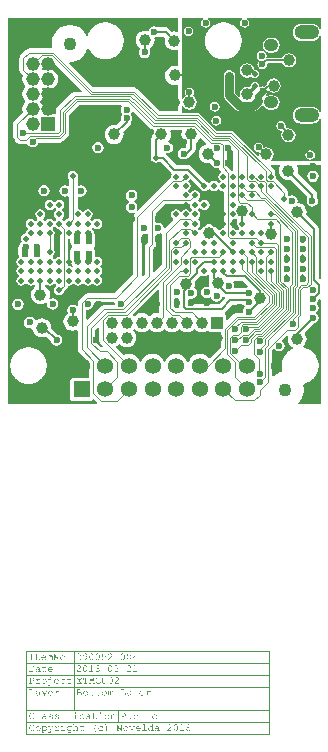
<source format=gbl>
G04*
G04 #@! TF.GenerationSoftware,Altium Limited,Altium Designer,18.0.12 (696)*
G04*
G04 Layer_Physical_Order=6*
G04 Layer_Color=16711680*
%FSLAX24Y24*%
%MOIN*%
G70*
G01*
G75*
%ADD11C,0.0098*%
%ADD12C,0.0039*%
%ADD13C,0.0020*%
%ADD33R,0.0197X0.0236*%
%ADD58C,0.0433*%
%ADD66C,0.0236*%
%ADD70C,0.0197*%
%ADD71C,0.0236*%
%ADD72C,0.0295*%
%ADD74C,0.0079*%
%ADD76C,0.0102*%
%ADD77C,0.0394*%
%ADD78R,0.0394X0.0394*%
%ADD79C,0.0453*%
%ADD80R,0.0453X0.0453*%
%ADD81C,0.0535*%
%ADD82O,0.0492X0.0413*%
%ADD83O,0.0827X0.0482*%
%ADD84C,0.0197*%
%ADD93R,0.0535X0.0535*%
G36*
X9744Y11217D02*
X9705Y11210D01*
X9689Y11248D01*
X9644Y11306D01*
X9585Y11351D01*
X9517Y11380D01*
X9444Y11389D01*
X9099D01*
X9026Y11380D01*
X8958Y11351D01*
X8899Y11306D01*
X8854Y11248D01*
X8826Y11180D01*
X8816Y11106D01*
X8826Y11033D01*
X8854Y10965D01*
X8899Y10906D01*
X8958Y10861D01*
X9026Y10833D01*
X9099Y10823D01*
X9444D01*
X9517Y10833D01*
X9585Y10861D01*
X9644Y10906D01*
X9689Y10965D01*
X9705Y11003D01*
X9744Y10995D01*
Y8454D01*
X9705Y8446D01*
X9689Y8484D01*
X9644Y8543D01*
X9585Y8588D01*
X9517Y8616D01*
X9444Y8625D01*
X9099D01*
X9026Y8616D01*
X8958Y8588D01*
X8899Y8543D01*
X8854Y8484D01*
X8826Y8416D01*
X8816Y8343D01*
X8826Y8269D01*
X8854Y8201D01*
X8899Y8142D01*
X8958Y8097D01*
X9026Y8069D01*
X9099Y8060D01*
X9444D01*
X9517Y8069D01*
X9585Y8097D01*
X9644Y8142D01*
X9689Y8201D01*
X9705Y8239D01*
X9744Y8231D01*
Y6811D01*
X9504D01*
X9488Y6814D01*
X9473Y6811D01*
X8090D01*
X8078Y6850D01*
X8103Y6867D01*
X8156Y6945D01*
X8174Y7037D01*
X8156Y7130D01*
X8103Y7208D01*
X8025Y7260D01*
X7933Y7278D01*
X7864Y7265D01*
X7831Y7282D01*
X7826Y7294D01*
X7816Y7345D01*
X7781Y7397D01*
X7729Y7432D01*
X7667Y7444D01*
X7606Y7432D01*
X7554Y7397D01*
X7519Y7345D01*
X7507Y7283D01*
X7519Y7222D01*
X7554Y7170D01*
X7606Y7135D01*
X7667Y7123D01*
X7669Y7123D01*
X7703Y7090D01*
X7692Y7037D01*
X7699Y7002D01*
X7663Y6983D01*
X6811Y7835D01*
X6260D01*
X5669Y8425D01*
X5118D01*
Y8642D01*
X5157Y8654D01*
X5194Y8599D01*
X5272Y8547D01*
X5364Y8529D01*
X5456Y8547D01*
X5534Y8599D01*
X5587Y8678D01*
X5605Y8770D01*
X5587Y8862D01*
X5534Y8940D01*
X5478Y8978D01*
Y9001D01*
X5513Y9053D01*
X5525Y9114D01*
X5513Y9176D01*
X5478Y9228D01*
X5426Y9263D01*
X5364Y9275D01*
X5303Y9263D01*
X5251Y9228D01*
X5216Y9176D01*
X5204Y9114D01*
X5216Y9053D01*
X5251Y9001D01*
Y8978D01*
X5194Y8940D01*
X5157Y8886D01*
X5118Y8897D01*
Y11594D01*
X5816D01*
X5828Y11555D01*
X5792Y11531D01*
X5757Y11479D01*
X5745Y11417D01*
X5757Y11356D01*
X5792Y11304D01*
X5844Y11269D01*
X5906Y11257D01*
X5967Y11269D01*
X6019Y11304D01*
X6054Y11356D01*
X6066Y11417D01*
X6054Y11479D01*
X6019Y11531D01*
X5983Y11555D01*
X5995Y11594D01*
X7116D01*
X7127Y11555D01*
X7091Y11531D01*
X7056Y11479D01*
X7044Y11417D01*
X7056Y11356D01*
X7091Y11304D01*
X7143Y11269D01*
X7205Y11257D01*
X7266Y11269D01*
X7318Y11304D01*
X7353Y11356D01*
X7365Y11417D01*
X7353Y11479D01*
X7318Y11531D01*
X7282Y11555D01*
X7294Y11594D01*
X9744D01*
Y11217D01*
D02*
G37*
G36*
X4998Y11147D02*
X4965Y11125D01*
X4944Y11134D01*
X4862Y11144D01*
X4782Y11134D01*
X4690Y11226D01*
X4638Y11261D01*
X4577Y11273D01*
X4577Y11273D01*
X4279D01*
X4256Y11288D01*
X4183Y11303D01*
X4110Y11288D01*
X4048Y11247D01*
X4007Y11185D01*
X4004Y11172D01*
X3970Y11153D01*
X3888Y11164D01*
X3806Y11153D01*
X3729Y11122D01*
X3663Y11071D01*
X3613Y11005D01*
X3581Y10929D01*
X3570Y10846D01*
X3581Y10764D01*
X3613Y10688D01*
X3663Y10622D01*
X3708Y10588D01*
Y10539D01*
X3692Y10516D01*
X3677Y10443D01*
X3692Y10370D01*
X3733Y10308D01*
X3795Y10267D01*
X3868Y10252D01*
X3941Y10267D01*
X4003Y10308D01*
X4044Y10370D01*
X4059Y10443D01*
X4044Y10516D01*
X4036Y10528D01*
X4046Y10571D01*
X4047Y10571D01*
X4112Y10622D01*
X4163Y10688D01*
X4195Y10764D01*
X4205Y10846D01*
X4195Y10924D01*
X4256Y10936D01*
X4279Y10952D01*
X4510D01*
X4555Y10907D01*
X4545Y10827D01*
X4555Y10745D01*
X4587Y10668D01*
X4638Y10602D01*
X4703Y10552D01*
X4780Y10520D01*
X4862Y10509D01*
X4944Y10520D01*
X4965Y10528D01*
X4998Y10507D01*
Y9999D01*
X4965Y9978D01*
X4954Y9982D01*
X4872Y9993D01*
X4790Y9982D01*
X4713Y9950D01*
X4647Y9900D01*
X4597Y9834D01*
X4565Y9757D01*
X4554Y9675D01*
X4565Y9593D01*
X4597Y9516D01*
X4647Y9451D01*
X4713Y9400D01*
X4790Y9368D01*
X4872Y9358D01*
X4954Y9368D01*
X4965Y9373D01*
X4998Y9351D01*
Y8897D01*
X4999Y8892D01*
X4998Y8886D01*
X5003Y8869D01*
X5007Y8851D01*
X5010Y8846D01*
X5012Y8841D01*
X5023Y8827D01*
X5033Y8812D01*
X5038Y8809D01*
X5042Y8804D01*
X5050Y8800D01*
X5046Y8770D01*
X5050Y8740D01*
X5042Y8735D01*
X5038Y8730D01*
X5033Y8727D01*
X5023Y8712D01*
X5012Y8699D01*
X5010Y8693D01*
X5007Y8688D01*
X5003Y8671D01*
X4998Y8654D01*
X4999Y8648D01*
X4998Y8642D01*
Y8477D01*
X4369D01*
X3613Y9233D01*
X3568Y9264D01*
X3514Y9274D01*
X2164D01*
X1358Y10081D01*
X1373Y10117D01*
X1438D01*
X1556Y10141D01*
X1667Y10187D01*
X1768Y10254D01*
X1853Y10339D01*
X1920Y10439D01*
X1966Y10550D01*
X1966Y10554D01*
X2007Y10558D01*
X2018Y10532D01*
X2027Y10519D01*
X2034Y10505D01*
X2113Y10402D01*
X2124Y10392D01*
X2135Y10380D01*
X2238Y10301D01*
X2252Y10294D01*
X2265Y10286D01*
X2319Y10263D01*
X2324Y10260D01*
X2331Y10258D01*
X2385Y10236D01*
X2400Y10233D01*
X2415Y10228D01*
X2543Y10211D01*
X2551Y10212D01*
X2559Y10210D01*
X2567Y10212D01*
X2575Y10211D01*
X2703Y10228D01*
X2718Y10233D01*
X2734Y10236D01*
X2787Y10258D01*
X2794Y10260D01*
X2799Y10263D01*
X2853Y10286D01*
X2866Y10294D01*
X2881Y10301D01*
X2983Y10380D01*
X2994Y10392D01*
X3006Y10402D01*
X3084Y10505D01*
X3091Y10519D01*
X3100Y10532D01*
X3122Y10586D01*
X3126Y10592D01*
X3127Y10598D01*
X3150Y10652D01*
X3153Y10668D01*
X3158Y10683D01*
X3175Y10811D01*
X3174Y10827D01*
X3175Y10842D01*
X3158Y10971D01*
X3153Y10986D01*
X3150Y11001D01*
X3127Y11055D01*
X3126Y11061D01*
X3122Y11067D01*
X3100Y11121D01*
X3091Y11134D01*
X3084Y11148D01*
X3006Y11251D01*
X2994Y11261D01*
X2983Y11273D01*
X2881Y11352D01*
X2866Y11359D01*
X2853Y11368D01*
X2799Y11390D01*
X2794Y11393D01*
X2787Y11395D01*
X2734Y11417D01*
X2718Y11421D01*
X2703Y11426D01*
X2575Y11443D01*
X2567Y11442D01*
X2559Y11444D01*
X2551Y11442D01*
X2543Y11443D01*
X2415Y11426D01*
X2400Y11421D01*
X2385Y11417D01*
X2331Y11395D01*
X2324Y11393D01*
X2319Y11390D01*
X2265Y11368D01*
X2252Y11359D01*
X2238Y11352D01*
X2135Y11273D01*
X2124Y11261D01*
X2113Y11251D01*
X2034Y11148D01*
X2027Y11134D01*
X2018Y11121D01*
X1996Y11067D01*
X1993Y11061D01*
X1991Y11055D01*
X1969Y11002D01*
X1966Y11001D01*
X1928Y10998D01*
X1920Y11018D01*
X1853Y11118D01*
X1768Y11203D01*
X1667Y11270D01*
X1556Y11316D01*
X1438Y11340D01*
X1318D01*
X1200Y11316D01*
X1088Y11270D01*
X988Y11203D01*
X903Y11118D01*
X836Y11018D01*
X790Y10907D01*
X767Y10789D01*
Y10668D01*
X780Y10604D01*
X755Y10574D01*
X30D01*
X-24Y10563D01*
X-70Y10532D01*
X-267Y10336D01*
X-297Y10290D01*
X-308Y10236D01*
Y9866D01*
X-297Y9812D01*
X-267Y9767D01*
X-178Y9678D01*
X-192Y9645D01*
X-204Y9555D01*
X-192Y9465D01*
X-157Y9381D01*
X-102Y9309D01*
Y9301D01*
X-157Y9229D01*
X-192Y9145D01*
X-204Y9055D01*
X-192Y8965D01*
X-157Y8881D01*
X-102Y8809D01*
Y8801D01*
X-157Y8729D01*
X-192Y8645D01*
X-204Y8555D01*
X-192Y8465D01*
X-178Y8432D01*
X-473Y8137D01*
X-504Y8091D01*
X-515Y8037D01*
Y7608D01*
X-504Y7555D01*
X-473Y7509D01*
X-375Y7411D01*
X-329Y7380D01*
X-276Y7369D01*
X-98D01*
X-65Y7376D01*
X-45Y7380D01*
X-10Y7360D01*
X13Y7326D01*
X75Y7284D01*
X148Y7270D01*
X221Y7284D01*
X282Y7326D01*
X324Y7388D01*
X332Y7428D01*
X1043D01*
X1097Y7439D01*
X1143Y7470D01*
X1320Y7647D01*
X1350Y7692D01*
X1361Y7746D01*
Y8367D01*
X1672Y8678D01*
X3099D01*
X3120Y8639D01*
X3092Y8597D01*
X3077Y8524D01*
X3092Y8451D01*
X3118Y8411D01*
X3130Y8381D01*
X3118Y8351D01*
X3092Y8311D01*
X3077Y8238D01*
X3091Y8170D01*
X2934Y8014D01*
X2854Y8024D01*
X2772Y8014D01*
X2695Y7982D01*
X2630Y7931D01*
X2579Y7866D01*
X2547Y7789D01*
X2537Y7707D01*
X2547Y7624D01*
X2579Y7548D01*
X2630Y7482D01*
X2695Y7432D01*
X2772Y7400D01*
X2854Y7389D01*
X2937Y7400D01*
X3013Y7432D01*
X3079Y7482D01*
X3129Y7548D01*
X3161Y7624D01*
X3172Y7707D01*
X3161Y7787D01*
X3381Y8007D01*
X3416Y8059D01*
X3428Y8120D01*
X3428Y8120D01*
Y8142D01*
X3444Y8165D01*
X3458Y8238D01*
X3444Y8311D01*
X3417Y8351D01*
X3406Y8381D01*
X3417Y8411D01*
X3443Y8449D01*
X3447Y8454D01*
X3485Y8462D01*
X4044Y7903D01*
X4090Y7872D01*
X4112Y7868D01*
X4136Y7823D01*
X4122Y7789D01*
X4111Y7707D01*
X4122Y7624D01*
X4122Y7624D01*
X4094Y7581D01*
X4082Y7520D01*
X4082Y7520D01*
Y6980D01*
X4072Y6929D01*
X4085Y6864D01*
X4121Y6809D01*
X4177Y6772D01*
X4242Y6759D01*
X4293Y6769D01*
X4402D01*
X4749Y6422D01*
X4749Y6422D01*
X4762Y6413D01*
X4770Y6374D01*
X4764Y6365D01*
X4751Y6299D01*
X4756Y6272D01*
X4754Y6272D01*
X4709Y6241D01*
X3635Y5167D01*
X3604Y5192D01*
X3611Y5203D01*
X3626Y5276D01*
X3611Y5349D01*
X3570Y5410D01*
X3508Y5452D01*
X3505Y5452D01*
Y5493D01*
X3508Y5493D01*
X3570Y5534D01*
X3611Y5596D01*
X3626Y5669D01*
X3611Y5742D01*
X3570Y5804D01*
X3508Y5845D01*
X3435Y5860D01*
X3362Y5845D01*
X3300Y5804D01*
X3259Y5742D01*
X3244Y5669D01*
X3259Y5596D01*
X3300Y5534D01*
X3362Y5493D01*
X3365Y5493D01*
Y5452D01*
X3362Y5452D01*
X3300Y5410D01*
X3259Y5349D01*
X3244Y5276D01*
X3259Y5203D01*
X3300Y5141D01*
X3362Y5099D01*
X3435Y5085D01*
X3508Y5099D01*
X3518Y5106D01*
X3543Y5076D01*
X3533Y5065D01*
X3502Y5019D01*
X3491Y4966D01*
Y3040D01*
X2855Y2404D01*
X1954D01*
X1900Y2394D01*
X1855Y2363D01*
X1692Y2200D01*
X1662Y2155D01*
X1651Y2101D01*
Y1984D01*
X1613Y1972D01*
X1611Y1975D01*
X1549Y2017D01*
X1476Y2031D01*
X1403Y2017D01*
X1342Y1975D01*
X1300Y1914D01*
X1286Y1841D01*
X1300Y1768D01*
X1313Y1748D01*
X1252Y1701D01*
X1201Y1635D01*
X1170Y1559D01*
X1159Y1476D01*
X1170Y1394D01*
X1201Y1318D01*
X1252Y1252D01*
X1318Y1201D01*
X1394Y1170D01*
X1476Y1159D01*
X1559Y1170D01*
X1611Y1191D01*
X1651Y1165D01*
Y541D01*
X1662Y488D01*
X1692Y442D01*
X2025Y109D01*
Y-399D01*
X1504D01*
X1458Y-408D01*
X1419Y-435D01*
X1393Y-474D01*
X1384Y-520D01*
Y-1055D01*
X1393Y-1101D01*
X1419Y-1140D01*
X1458Y-1166D01*
X1504Y-1176D01*
X2039D01*
X2085Y-1166D01*
X2125Y-1140D01*
X2129Y-1133D01*
X2180Y-1128D01*
X2294Y-1243D01*
X2279Y-1280D01*
X-689D01*
X-689Y11594D01*
X4998D01*
Y11147D01*
D02*
G37*
G36*
X1770Y9153D02*
X1755Y9117D01*
X1535D01*
X1482Y9106D01*
X1436Y9076D01*
X964Y8603D01*
X933Y8558D01*
X922Y8504D01*
Y8432D01*
X883Y8399D01*
X870Y8402D01*
X489D01*
X467Y8435D01*
X479Y8465D01*
X491Y8555D01*
X479Y8645D01*
X445Y8729D01*
X389Y8801D01*
Y8809D01*
X445Y8881D01*
X479Y8965D01*
X491Y9055D01*
X479Y9145D01*
X447Y9223D01*
X459Y9239D01*
X476Y9252D01*
X554Y9219D01*
X644Y9208D01*
X734Y9219D01*
X817Y9254D01*
X889Y9309D01*
X945Y9381D01*
X979Y9465D01*
X991Y9555D01*
X979Y9645D01*
X945Y9729D01*
X889Y9801D01*
X817Y9856D01*
X734Y9891D01*
X644Y9903D01*
X554Y9891D01*
X476Y9859D01*
X459Y9871D01*
X447Y9888D01*
X479Y9965D01*
X491Y10055D01*
X479Y10145D01*
X466Y10178D01*
X501Y10214D01*
X710D01*
X1770Y9153D01*
D02*
G37*
G36*
X5123Y7829D02*
X5107Y7789D01*
X5096Y7707D01*
X5107Y7624D01*
X5138Y7548D01*
X5189Y7482D01*
X5253Y7433D01*
Y7291D01*
X5211Y7249D01*
X5167Y7258D01*
X5094Y7243D01*
X5033Y7202D01*
X4991Y7140D01*
X4977Y7067D01*
X4991Y6994D01*
X5033Y6932D01*
X5094Y6891D01*
X5167Y6876D01*
X5240Y6891D01*
X5267Y6909D01*
X5317Y6919D01*
X5369Y6953D01*
X5527Y7111D01*
X5527Y7111D01*
X5562Y7163D01*
X5574Y7224D01*
Y7433D01*
X5638Y7482D01*
X5688Y7548D01*
X5695Y7564D01*
X5734Y7572D01*
X5905Y7400D01*
X5890Y7359D01*
X5825Y7332D01*
X5760Y7282D01*
X5709Y7216D01*
X5677Y7139D01*
X5667Y7057D01*
X5677Y6975D01*
X5709Y6898D01*
X5760Y6832D01*
X5825Y6782D01*
X5902Y6750D01*
X5984Y6739D01*
X6064Y6750D01*
X6122Y6692D01*
X6123Y6689D01*
X6164Y6627D01*
X6226Y6586D01*
X6299Y6571D01*
X6341Y6579D01*
X6347Y6551D01*
X6377Y6505D01*
X6405Y6477D01*
X6402Y6437D01*
X6375Y6420D01*
X6338Y6364D01*
X6325Y6299D01*
X6338Y6234D01*
X6375Y6179D01*
X6401Y6161D01*
Y6122D01*
X6375Y6105D01*
X6358Y6079D01*
X6319D01*
X6302Y6105D01*
X6246Y6142D01*
X6181Y6155D01*
X6116Y6142D01*
X6060Y6105D01*
X6043Y6079D01*
X6004D01*
X5987Y6105D01*
X5944Y6133D01*
X5429Y6649D01*
X5376Y6684D01*
X5315Y6696D01*
X5315Y6696D01*
X4929D01*
X4583Y7041D01*
X4583Y7045D01*
X4599Y7078D01*
X4626Y7073D01*
X4699Y7088D01*
X4761Y7129D01*
X4802Y7191D01*
X4817Y7264D01*
X4802Y7337D01*
X4761Y7399D01*
X4699Y7440D01*
X4671Y7446D01*
X4662Y7463D01*
X4658Y7488D01*
X4704Y7548D01*
X4736Y7624D01*
X4747Y7707D01*
X4736Y7789D01*
X4719Y7829D01*
X4741Y7861D01*
X5101D01*
X5123Y7829D01*
D02*
G37*
G36*
X6828Y7134D02*
Y6518D01*
X6824Y6509D01*
X6789Y6485D01*
X6779Y6487D01*
X6753Y6527D01*
X6617Y6663D01*
Y7289D01*
X6656Y7305D01*
X6828Y7134D01*
D02*
G37*
G36*
X9504Y6691D02*
X9744D01*
Y2906D01*
X9708Y2891D01*
X9678Y2921D01*
Y4557D01*
X9678Y4557D01*
X9666Y4619D01*
X9631Y4671D01*
X9631Y4671D01*
X9264Y5038D01*
X9274Y5118D01*
X9264Y5200D01*
X9232Y5277D01*
X9181Y5343D01*
X9116Y5393D01*
X9039Y5425D01*
X8987Y5432D01*
X8965Y5464D01*
X8970Y5492D01*
X8956Y5565D01*
X8914Y5627D01*
X8852Y5668D01*
X8780Y5683D01*
X8707Y5668D01*
X8694Y5660D01*
X8654Y5681D01*
Y5764D01*
X8644Y5818D01*
X8613Y5863D01*
X8235Y6241D01*
X8231Y6244D01*
X8241Y6299D01*
X8228Y6364D01*
X8211Y6390D01*
Y6437D01*
X8201Y6491D01*
X8170Y6536D01*
X8059Y6648D01*
X8060Y6656D01*
X8067Y6670D01*
X8090Y6691D01*
X8369D01*
X8374Y6680D01*
X8385Y6651D01*
X8355Y6578D01*
X8344Y6496D01*
X8355Y6414D01*
X8386Y6337D01*
X8437Y6271D01*
X8503Y6221D01*
X8579Y6189D01*
X8661Y6178D01*
X8741Y6189D01*
X9298Y5632D01*
Y5588D01*
X9283Y5565D01*
X9268Y5492D01*
X9283Y5419D01*
X9324Y5357D01*
X9386Y5316D01*
X9459Y5301D01*
X9532Y5316D01*
X9593Y5357D01*
X9635Y5419D01*
X9649Y5492D01*
X9635Y5565D01*
X9619Y5588D01*
Y5699D01*
X9607Y5760D01*
X9572Y5812D01*
X9572Y5812D01*
X8969Y6416D01*
X8979Y6496D01*
X8968Y6578D01*
X8938Y6651D01*
X8949Y6680D01*
X8954Y6691D01*
X9473D01*
X9484Y6693D01*
X9492D01*
X9504Y6691D01*
D02*
G37*
G36*
X5717Y5906D02*
X5746Y5864D01*
X5801Y5827D01*
X5866Y5814D01*
X5931Y5827D01*
X5987Y5864D01*
X6004Y5889D01*
X6043D01*
X6060Y5864D01*
X6116Y5827D01*
X6181Y5814D01*
X6246Y5827D01*
X6302Y5864D01*
X6319Y5889D01*
X6358D01*
X6375Y5864D01*
X6431Y5827D01*
X6496Y5814D01*
X6513Y5800D01*
Y4594D01*
X6496Y4580D01*
X6431Y4567D01*
X6375Y4530D01*
X6370Y4522D01*
X6326Y4527D01*
X6309Y4568D01*
X6258Y4634D01*
X6192Y4685D01*
X6116Y4716D01*
X6033Y4727D01*
X5951Y4716D01*
X5875Y4685D01*
X5809Y4634D01*
X5758Y4568D01*
X5734Y4509D01*
X5690Y4503D01*
X5672Y4530D01*
X5646Y4547D01*
Y4587D01*
X5672Y4604D01*
X5709Y4659D01*
X5722Y4724D01*
X5709Y4790D01*
X5672Y4845D01*
X5646Y4862D01*
Y4902D01*
X5672Y4919D01*
X5709Y4974D01*
X5722Y5039D01*
X5709Y5105D01*
X5672Y5160D01*
X5646Y5177D01*
Y5217D01*
X5672Y5234D01*
X5689Y5259D01*
X5728D01*
X5746Y5234D01*
X5801Y5197D01*
X5866Y5184D01*
X5931Y5197D01*
X5987Y5234D01*
X6024Y5289D01*
X6037Y5354D01*
X6024Y5420D01*
X5987Y5475D01*
X5931Y5512D01*
X5866Y5525D01*
X5801Y5512D01*
X5746Y5475D01*
X5728Y5449D01*
X5689D01*
X5672Y5475D01*
X5646Y5492D01*
Y5531D01*
X5672Y5549D01*
X5709Y5604D01*
X5722Y5669D01*
X5709Y5735D01*
X5672Y5790D01*
X5616Y5827D01*
X5551Y5840D01*
X5486Y5827D01*
X5431Y5790D01*
X5413Y5764D01*
X5374D01*
X5357Y5790D01*
X5331Y5807D01*
Y5846D01*
X5357Y5864D01*
X5394Y5919D01*
X5407Y5984D01*
X5394Y6050D01*
X5357Y6105D01*
X5331Y6122D01*
Y6161D01*
X5357Y6179D01*
X5375Y6205D01*
X5414Y6209D01*
X5717Y5906D01*
D02*
G37*
G36*
X5381Y5354D02*
X5394Y5289D01*
X5431Y5234D01*
X5456Y5217D01*
Y5177D01*
X5431Y5160D01*
X5413Y5134D01*
X5374D01*
X5357Y5160D01*
X5302Y5197D01*
X5236Y5210D01*
X5171Y5197D01*
X5116Y5160D01*
X5098Y5134D01*
X5059D01*
X5042Y5160D01*
X4987Y5197D01*
X4921Y5210D01*
X4856Y5197D01*
X4801Y5160D01*
X4764Y5105D01*
X4751Y5039D01*
X4764Y4974D01*
X4801Y4919D01*
X4821Y4905D01*
X4825Y4866D01*
X4549Y4590D01*
X4506Y4603D01*
X4497Y4650D01*
X4456Y4712D01*
X4394Y4753D01*
X4321Y4767D01*
X4295Y4762D01*
X4265Y4787D01*
Y5080D01*
X4556Y5371D01*
X5367D01*
X5381Y5354D01*
D02*
G37*
G36*
X6965Y4884D02*
Y4775D01*
X6955Y4724D01*
X6968Y4659D01*
X7005Y4604D01*
X7031Y4587D01*
Y4547D01*
X7005Y4530D01*
X6988Y4504D01*
X6949D01*
X6932Y4530D01*
X6876Y4567D01*
X6811Y4580D01*
X6794Y4594D01*
Y4855D01*
X6811Y4869D01*
X6876Y4882D01*
X6925Y4914D01*
X6965Y4884D01*
D02*
G37*
G36*
X4436Y4382D02*
Y3355D01*
X4193Y3112D01*
X4156Y3127D01*
Y3879D01*
X4223Y3946D01*
X4254Y3992D01*
X4265Y4045D01*
Y4366D01*
X4295Y4391D01*
X4321Y4386D01*
X4394Y4401D01*
X4397Y4403D01*
X4436Y4382D01*
D02*
G37*
G36*
X3984Y4395D02*
Y4103D01*
X3916Y4036D01*
X3886Y3991D01*
X3875Y3937D01*
Y3050D01*
X3812Y2987D01*
X3772Y3003D01*
Y4361D01*
X3812Y4393D01*
X3848Y4386D01*
X3921Y4401D01*
X3944Y4416D01*
X3984Y4395D01*
D02*
G37*
G36*
X9146Y4260D02*
X9161Y4257D01*
X9190Y4228D01*
Y4112D01*
X9160Y4087D01*
X9154Y4088D01*
X9118Y4081D01*
X9087Y4106D01*
Y4252D01*
X9127Y4273D01*
X9146Y4260D01*
D02*
G37*
G36*
X9154Y3707D02*
X9160Y3708D01*
X9190Y3683D01*
Y3443D01*
X9160Y3418D01*
X9154Y3419D01*
X9118Y3412D01*
X9087Y3437D01*
Y3689D01*
X9118Y3714D01*
X9154Y3707D01*
D02*
G37*
G36*
X8602D02*
X8618Y3710D01*
X8649Y3685D01*
Y3441D01*
X8618Y3416D01*
X8602Y3419D01*
X8567Y3412D01*
X8536Y3437D01*
Y3689D01*
X8567Y3714D01*
X8602Y3707D01*
D02*
G37*
G36*
X6021Y3014D02*
Y2904D01*
X6021Y2904D01*
X6030Y2857D01*
X6022Y2838D01*
X6011Y2756D01*
X6022Y2674D01*
X6032Y2648D01*
X6019Y2631D01*
X6002Y2618D01*
X5935Y2632D01*
X5862Y2617D01*
X5800Y2576D01*
X5759Y2514D01*
X5744Y2441D01*
X5759Y2368D01*
X5800Y2306D01*
X5862Y2265D01*
X5935Y2250D01*
X6008Y2265D01*
X6044Y2289D01*
X6087Y2271D01*
X6094Y2240D01*
X6135Y2178D01*
X6197Y2137D01*
X6270Y2122D01*
X6343Y2137D01*
X6405Y2178D01*
X6446Y2240D01*
X6454Y2282D01*
X6498Y2300D01*
X6523Y2283D01*
X6543Y2279D01*
X6556Y2236D01*
X6370Y2050D01*
X5338D01*
Y2216D01*
X5377Y2242D01*
X5433Y2231D01*
X5506Y2245D01*
X5568Y2286D01*
X5609Y2348D01*
X5624Y2421D01*
X5609Y2494D01*
X5568Y2556D01*
X5528Y2583D01*
X5553Y2644D01*
X5564Y2726D01*
X5553Y2806D01*
X5724Y2977D01*
X5724Y2977D01*
X5739Y3000D01*
X5778Y3008D01*
X5801Y2992D01*
X5866Y2979D01*
X5931Y2992D01*
X5981Y3025D01*
X6021Y3014D01*
D02*
G37*
G36*
X9154Y3038D02*
X9160Y3039D01*
X9190Y3014D01*
Y2834D01*
X9184Y2828D01*
X9094D01*
X9087Y2833D01*
Y3020D01*
X9118Y3045D01*
X9154Y3038D01*
D02*
G37*
G36*
X8602Y3038D02*
X8618Y3041D01*
X8649Y3016D01*
Y2831D01*
X8610Y2815D01*
X8536Y2888D01*
Y3020D01*
X8567Y3045D01*
X8602Y3038D01*
D02*
G37*
G36*
X7309Y2651D02*
X7298Y2613D01*
X7270Y2607D01*
X7246Y2592D01*
X6882D01*
X6857Y2622D01*
X6864Y2657D01*
X6850Y2730D01*
X6821Y2773D01*
X6842Y2812D01*
X7148D01*
X7309Y2651D01*
D02*
G37*
G36*
X4941Y2250D02*
X4977Y2257D01*
X5017Y2225D01*
Y1959D01*
X5017Y1959D01*
X5020Y1943D01*
X4995Y1912D01*
X4930D01*
X4855Y1987D01*
Y2230D01*
X4894Y2260D01*
X4941Y2250D01*
D02*
G37*
G36*
X2887Y2084D02*
X2880Y2047D01*
X2881Y2041D01*
X2856Y2011D01*
X2510D01*
X2456Y2000D01*
X2411Y1969D01*
X1968Y1527D01*
X1932Y1542D01*
Y1837D01*
X1962Y1862D01*
X1988Y1857D01*
X2061Y1871D01*
X2123Y1912D01*
X2164Y1974D01*
X2179Y2047D01*
X2172Y2084D01*
X2204Y2123D01*
X2855D01*
X2887Y2084D01*
D02*
G37*
G36*
X4338Y2513D02*
Y1771D01*
X4308Y1745D01*
X4278Y1749D01*
X4195Y1738D01*
X4119Y1706D01*
X4053Y1656D01*
X4047Y1648D01*
X4008D01*
X4002Y1656D01*
X3936Y1706D01*
X3860Y1738D01*
X3778Y1749D01*
X3695Y1738D01*
X3619Y1706D01*
X3553Y1656D01*
X3547Y1648D01*
X3508D01*
X3502Y1656D01*
X3485Y1669D01*
X3482Y1709D01*
X4301Y2528D01*
X4338Y2513D01*
D02*
G37*
G36*
X7208Y1981D02*
X7217Y1975D01*
X7194Y1941D01*
X7187Y1905D01*
X7166Y1874D01*
X7152Y1801D01*
X7153Y1795D01*
X7128Y1765D01*
X6941D01*
X6887Y1754D01*
X6842Y1723D01*
X6631Y1513D01*
X6595Y1528D01*
Y1628D01*
X6586Y1674D01*
X6560Y1713D01*
X6543Y1724D01*
Y1771D01*
X6551Y1776D01*
X6789Y2015D01*
X7185D01*
X7208Y1981D01*
D02*
G37*
G36*
X5553Y1206D02*
X5619Y1156D01*
X5695Y1124D01*
X5778Y1113D01*
X5860Y1124D01*
X5936Y1156D01*
X5950Y1166D01*
X5988Y1160D01*
X5996Y1149D01*
X6035Y1123D01*
X6081Y1114D01*
X6405D01*
Y629D01*
X6034Y258D01*
X5995Y261D01*
X5984Y275D01*
X5903Y337D01*
X5809Y376D01*
X5709Y389D01*
X5608Y376D01*
X5514Y337D01*
X5433Y275D01*
X5372Y195D01*
X5335Y107D01*
X5315Y104D01*
X5294Y107D01*
X5258Y195D01*
X5196Y275D01*
X5116Y337D01*
X5022Y376D01*
X4921Y389D01*
X4821Y376D01*
X4727Y337D01*
X4646Y275D01*
X4584Y195D01*
X4548Y107D01*
X4528Y104D01*
X4507Y107D01*
X4471Y195D01*
X4409Y275D01*
X4328Y337D01*
X4235Y376D01*
X4134Y389D01*
X4033Y376D01*
X3939Y337D01*
X3859Y275D01*
X3797Y195D01*
X3761Y107D01*
X3740Y104D01*
X3720Y107D01*
X3683Y195D01*
X3622Y275D01*
X3541Y337D01*
X3447Y376D01*
X3346Y389D01*
X3246Y376D01*
X3192Y353D01*
X2928Y617D01*
X2933Y641D01*
X2941Y660D01*
X3002Y706D01*
X3008Y714D01*
X3047D01*
X3053Y706D01*
X3119Y656D01*
X3195Y624D01*
X3278Y613D01*
X3360Y624D01*
X3436Y656D01*
X3502Y706D01*
X3553Y772D01*
X3584Y849D01*
X3595Y931D01*
X3584Y1013D01*
X3553Y1090D01*
X3502Y1156D01*
X3495Y1161D01*
Y1201D01*
X3502Y1206D01*
X3508Y1214D01*
X3547D01*
X3553Y1206D01*
X3619Y1156D01*
X3695Y1124D01*
X3778Y1113D01*
X3860Y1124D01*
X3936Y1156D01*
X4002Y1206D01*
X4008Y1214D01*
X4047D01*
X4053Y1206D01*
X4119Y1156D01*
X4195Y1124D01*
X4278Y1113D01*
X4360Y1124D01*
X4436Y1156D01*
X4502Y1206D01*
X4508Y1214D01*
X4547D01*
X4553Y1206D01*
X4619Y1156D01*
X4695Y1124D01*
X4778Y1113D01*
X4860Y1124D01*
X4936Y1156D01*
X5002Y1206D01*
X5008Y1214D01*
X5047D01*
X5053Y1206D01*
X5119Y1156D01*
X5195Y1124D01*
X5278Y1113D01*
X5360Y1124D01*
X5436Y1156D01*
X5502Y1206D01*
X5508Y1214D01*
X5547D01*
X5553Y1206D01*
D02*
G37*
G36*
X2340Y1263D02*
Y866D01*
X2351Y812D01*
X2381Y767D01*
X2498Y649D01*
X2483Y613D01*
X2430D01*
X2227Y816D01*
Y1202D01*
X2303Y1278D01*
X2340Y1263D01*
D02*
G37*
G36*
X8661Y995D02*
X8650Y968D01*
X8639Y886D01*
X8650Y804D01*
X8682Y727D01*
X8732Y661D01*
X8798Y611D01*
X8812Y605D01*
X8816Y586D01*
X8815Y573D01*
X8812Y562D01*
X8761Y541D01*
X8748Y532D01*
X8734Y525D01*
X8631Y447D01*
X8620Y435D01*
X8609Y424D01*
X8530Y322D01*
X8523Y307D01*
X8514Y294D01*
X8492Y240D01*
X8489Y235D01*
X8487Y228D01*
X8464Y175D01*
X8461Y159D01*
X8456Y144D01*
X8439Y16D01*
X8440Y0D01*
X8439Y-16D01*
X8456Y-144D01*
X8461Y-159D01*
X8462Y-164D01*
X8444Y-208D01*
X8385Y-219D01*
X8273Y-265D01*
X8173Y-332D01*
X8149Y-356D01*
X8113Y-341D01*
Y503D01*
X8165Y555D01*
X8204Y551D01*
X8221Y525D01*
X8283Y483D01*
X8356Y469D01*
X8429Y483D01*
X8491Y525D01*
X8532Y586D01*
X8547Y659D01*
X8532Y732D01*
X8491Y794D01*
X8465Y812D01*
X8461Y851D01*
X8628Y1018D01*
X8661Y995D01*
D02*
G37*
G36*
X9744Y2202D02*
Y-1280D01*
X9006D01*
X8991Y-1243D01*
X9038Y-1197D01*
X9105Y-1096D01*
X9151Y-985D01*
X9174Y-867D01*
Y-747D01*
X9154Y-645D01*
X9176Y-602D01*
X9199Y-599D01*
X9214Y-594D01*
X9230Y-591D01*
X9284Y-568D01*
X9290Y-567D01*
X9296Y-563D01*
X9349Y-541D01*
X9362Y-532D01*
X9377Y-525D01*
X9479Y-447D01*
X9490Y-435D01*
X9502Y-424D01*
X9581Y-322D01*
X9588Y-307D01*
X9596Y-294D01*
X9619Y-240D01*
X9622Y-235D01*
X9624Y-228D01*
X9646Y-175D01*
X9649Y-159D01*
X9654Y-144D01*
X9671Y-16D01*
X9670Y0D01*
X9671Y16D01*
X9654Y144D01*
X9649Y159D01*
X9646Y175D01*
X9624Y228D01*
X9622Y235D01*
X9619Y240D01*
X9596Y294D01*
X9588Y307D01*
X9581Y322D01*
X9502Y424D01*
X9490Y435D01*
X9479Y447D01*
X9377Y525D01*
X9362Y532D01*
X9349Y541D01*
X9296Y563D01*
X9290Y567D01*
X9284Y568D01*
X9230Y591D01*
X9214Y594D01*
X9199Y599D01*
X9170Y603D01*
X9159Y644D01*
X9181Y661D01*
X9232Y727D01*
X9264Y804D01*
X9274Y886D01*
X9264Y968D01*
X9232Y1045D01*
X9203Y1082D01*
X9524Y1403D01*
X9551Y1408D01*
X9613Y1450D01*
X9654Y1512D01*
X9669Y1585D01*
X9654Y1658D01*
X9613Y1719D01*
X9594Y1732D01*
Y1772D01*
X9613Y1784D01*
X9654Y1846D01*
X9669Y1919D01*
X9654Y1992D01*
X9613Y2054D01*
Y2080D01*
X9654Y2142D01*
X9660Y2169D01*
X9708Y2217D01*
X9744Y2202D01*
D02*
G37*
G36*
X769Y-9662D02*
X773Y-9662D01*
X777Y-9664D01*
X781Y-9665D01*
X785Y-9668D01*
X789Y-9671D01*
X790Y-9672D01*
X791Y-9674D01*
X793Y-9676D01*
X795Y-9679D01*
X797Y-9684D01*
X799Y-9689D01*
X800Y-9694D01*
X801Y-9700D01*
Y-9799D01*
X814D01*
X816Y-9799D01*
X818Y-9800D01*
X820Y-9801D01*
X821Y-9801D01*
X822Y-9802D01*
X822Y-9804D01*
X823Y-9806D01*
Y-9806D01*
X822Y-9808D01*
X822Y-9809D01*
X820Y-9811D01*
X820Y-9811D01*
X819Y-9812D01*
X816Y-9813D01*
X813Y-9813D01*
X787D01*
Y-9700D01*
Y-9700D01*
Y-9699D01*
X787Y-9697D01*
X786Y-9694D01*
X785Y-9691D01*
X784Y-9688D01*
X782Y-9685D01*
X780Y-9682D01*
X780Y-9682D01*
X779Y-9681D01*
X777Y-9680D01*
X776Y-9679D01*
X773Y-9678D01*
X771Y-9676D01*
X768Y-9676D01*
X765Y-9675D01*
X763D01*
X762Y-9676D01*
X760Y-9676D01*
X757Y-9677D01*
X754Y-9678D01*
X751Y-9679D01*
X748Y-9681D01*
X748Y-9681D01*
X746Y-9682D01*
X745Y-9684D01*
X742Y-9686D01*
X739Y-9689D01*
X736Y-9694D01*
X732Y-9699D01*
X728Y-9704D01*
Y-9799D01*
X741D01*
X743Y-9799D01*
X746Y-9800D01*
X748Y-9801D01*
X748Y-9801D01*
X749Y-9802D01*
X750Y-9804D01*
X750Y-9806D01*
Y-9806D01*
X750Y-9808D01*
X749Y-9809D01*
X748Y-9811D01*
X748Y-9811D01*
X746Y-9812D01*
X744Y-9813D01*
X741Y-9813D01*
X714D01*
Y-9701D01*
Y-9701D01*
Y-9700D01*
X714Y-9698D01*
X713Y-9695D01*
X713Y-9692D01*
X711Y-9689D01*
X710Y-9686D01*
X707Y-9683D01*
X707Y-9682D01*
X707Y-9681D01*
X705Y-9680D01*
X703Y-9679D01*
X701Y-9678D01*
X698Y-9677D01*
X695Y-9676D01*
X692Y-9675D01*
X691D01*
X690Y-9676D01*
X688Y-9676D01*
X686Y-9677D01*
X683Y-9678D01*
X680Y-9679D01*
X678Y-9680D01*
X677Y-9681D01*
X676Y-9682D01*
X674Y-9683D01*
X671Y-9686D01*
X668Y-9689D01*
X664Y-9694D01*
X660Y-9699D01*
X656Y-9704D01*
Y-9799D01*
X669D01*
X671Y-9799D01*
X673Y-9800D01*
X675Y-9801D01*
X676Y-9801D01*
X677Y-9802D01*
X677Y-9804D01*
X678Y-9806D01*
Y-9806D01*
X677Y-9808D01*
X677Y-9809D01*
X675Y-9811D01*
X675Y-9811D01*
X674Y-9812D01*
X671Y-9813D01*
X668Y-9813D01*
X629D01*
X627Y-9813D01*
X625Y-9812D01*
X622Y-9811D01*
X622Y-9811D01*
X621Y-9810D01*
X621Y-9808D01*
X620Y-9806D01*
Y-9805D01*
X621Y-9804D01*
X621Y-9802D01*
X622Y-9801D01*
X623Y-9801D01*
X624Y-9800D01*
X626Y-9799D01*
X630Y-9799D01*
X642D01*
Y-9680D01*
X629D01*
X627Y-9680D01*
X625Y-9679D01*
X622Y-9678D01*
X622Y-9678D01*
X621Y-9677D01*
X621Y-9675D01*
X620Y-9673D01*
Y-9672D01*
X621Y-9671D01*
X621Y-9670D01*
X622Y-9668D01*
X623Y-9668D01*
X624Y-9667D01*
X626Y-9666D01*
X630Y-9666D01*
X656D01*
Y-9680D01*
X656Y-9680D01*
X657Y-9679D01*
X658Y-9679D01*
X659Y-9678D01*
X663Y-9674D01*
X667Y-9671D01*
X673Y-9667D01*
X679Y-9664D01*
X682Y-9663D01*
X686Y-9662D01*
X689Y-9661D01*
X692Y-9661D01*
X694D01*
X696Y-9661D01*
X699Y-9662D01*
X702Y-9662D01*
X705Y-9664D01*
X708Y-9665D01*
X711Y-9667D01*
X712Y-9667D01*
X713Y-9668D01*
X714Y-9670D01*
X716Y-9671D01*
X718Y-9674D01*
X721Y-9677D01*
X723Y-9680D01*
X725Y-9684D01*
X726Y-9684D01*
X727Y-9682D01*
X729Y-9680D01*
X731Y-9678D01*
X734Y-9675D01*
X737Y-9672D01*
X741Y-9669D01*
X745Y-9667D01*
X745Y-9667D01*
X746Y-9666D01*
X748Y-9665D01*
X751Y-9664D01*
X754Y-9663D01*
X757Y-9662D01*
X761Y-9661D01*
X764Y-9661D01*
X767D01*
X769Y-9662D01*
D02*
G37*
G36*
X3004Y-9725D02*
X2859D01*
Y-9705D01*
X3004D01*
Y-9725D01*
D02*
G37*
G36*
X1014Y-9615D02*
X1017Y-9615D01*
X1019Y-9617D01*
X1019Y-9617D01*
X1020Y-9618D01*
X1021Y-9619D01*
X1021Y-9622D01*
Y-9622D01*
X1021Y-9624D01*
X1020Y-9625D01*
X1019Y-9627D01*
X1018Y-9627D01*
X1017Y-9628D01*
X1015Y-9628D01*
X1012Y-9629D01*
X999D01*
Y-9813D01*
X981D01*
X875Y-9636D01*
Y-9799D01*
X903D01*
X905Y-9799D01*
X907Y-9800D01*
X909Y-9801D01*
X910Y-9801D01*
X911Y-9802D01*
X911Y-9804D01*
X912Y-9806D01*
Y-9806D01*
X911Y-9808D01*
X911Y-9809D01*
X909Y-9811D01*
X909Y-9811D01*
X908Y-9812D01*
X905Y-9813D01*
X902Y-9813D01*
X848D01*
X846Y-9813D01*
X844Y-9812D01*
X842Y-9811D01*
X841Y-9811D01*
X841Y-9810D01*
X840Y-9808D01*
X840Y-9806D01*
Y-9805D01*
X840Y-9804D01*
X841Y-9802D01*
X842Y-9801D01*
X842Y-9801D01*
X844Y-9800D01*
X846Y-9799D01*
X849Y-9799D01*
X861D01*
Y-9629D01*
X841D01*
X839Y-9628D01*
X837Y-9628D01*
X835Y-9627D01*
X834Y-9627D01*
X834Y-9626D01*
X833Y-9624D01*
X833Y-9622D01*
Y-9621D01*
X833Y-9620D01*
X834Y-9618D01*
X835Y-9617D01*
X835Y-9616D01*
X837Y-9616D01*
X839Y-9615D01*
X842Y-9615D01*
X879D01*
X985Y-9792D01*
Y-9629D01*
X958D01*
X956Y-9628D01*
X953Y-9628D01*
X951Y-9627D01*
X951Y-9627D01*
X950Y-9626D01*
X950Y-9624D01*
X949Y-9622D01*
Y-9621D01*
X950Y-9620D01*
X950Y-9618D01*
X951Y-9617D01*
X952Y-9616D01*
X953Y-9616D01*
X955Y-9615D01*
X957Y-9615D01*
X1012D01*
X1014Y-9615D01*
D02*
G37*
G36*
X2562Y-9600D02*
X2565Y-9601D01*
X2567Y-9602D01*
X2567Y-9603D01*
X2568Y-9604D01*
X2569Y-9605D01*
X2569Y-9607D01*
Y-9608D01*
X2569Y-9609D01*
X2568Y-9611D01*
X2567Y-9612D01*
X2567Y-9613D01*
X2565Y-9613D01*
X2563Y-9614D01*
X2560Y-9614D01*
X2475D01*
Y-9684D01*
X2475Y-9684D01*
X2477Y-9683D01*
X2479Y-9682D01*
X2482Y-9681D01*
X2486Y-9680D01*
X2490Y-9679D01*
X2498Y-9676D01*
X2499D01*
X2500Y-9676D01*
X2503Y-9675D01*
X2506Y-9675D01*
X2509Y-9674D01*
X2513Y-9674D01*
X2520Y-9674D01*
X2523D01*
X2525Y-9674D01*
X2527Y-9674D01*
X2530Y-9675D01*
X2536Y-9676D01*
X2543Y-9678D01*
X2547Y-9680D01*
X2551Y-9681D01*
X2554Y-9684D01*
X2558Y-9686D01*
X2561Y-9689D01*
X2565Y-9693D01*
X2565Y-9693D01*
X2566Y-9694D01*
X2567Y-9695D01*
X2568Y-9696D01*
X2569Y-9698D01*
X2571Y-9700D01*
X2573Y-9703D01*
X2574Y-9706D01*
X2576Y-9709D01*
X2578Y-9713D01*
X2579Y-9717D01*
X2580Y-9721D01*
X2583Y-9731D01*
X2583Y-9737D01*
X2583Y-9742D01*
Y-9742D01*
Y-9744D01*
Y-9745D01*
X2583Y-9748D01*
X2583Y-9751D01*
X2582Y-9754D01*
X2582Y-9758D01*
X2581Y-9761D01*
X2578Y-9770D01*
X2577Y-9775D01*
X2575Y-9780D01*
X2573Y-9784D01*
X2570Y-9788D01*
X2567Y-9793D01*
X2563Y-9797D01*
X2563Y-9797D01*
X2562Y-9798D01*
X2561Y-9799D01*
X2559Y-9800D01*
X2558Y-9802D01*
X2555Y-9803D01*
X2552Y-9805D01*
X2549Y-9807D01*
X2546Y-9809D01*
X2542Y-9811D01*
X2533Y-9815D01*
X2528Y-9816D01*
X2523Y-9817D01*
X2518Y-9818D01*
X2512Y-9818D01*
X2509D01*
X2507Y-9818D01*
X2505D01*
X2500Y-9817D01*
X2494Y-9816D01*
X2487Y-9814D01*
X2480Y-9812D01*
X2473Y-9809D01*
X2473Y-9809D01*
X2471Y-9808D01*
X2469Y-9806D01*
X2465Y-9805D01*
X2462Y-9802D01*
X2457Y-9800D01*
X2454Y-9797D01*
X2449Y-9794D01*
X2449Y-9793D01*
X2448Y-9793D01*
X2447Y-9792D01*
X2446Y-9790D01*
X2444Y-9787D01*
X2443Y-9786D01*
X2443Y-9784D01*
Y-9784D01*
X2443Y-9782D01*
X2444Y-9781D01*
X2445Y-9779D01*
X2445Y-9779D01*
X2446Y-9778D01*
X2448Y-9777D01*
X2450Y-9777D01*
X2450D01*
X2452Y-9777D01*
X2454Y-9778D01*
X2456Y-9780D01*
X2456Y-9781D01*
X2457Y-9781D01*
X2458Y-9782D01*
X2460Y-9784D01*
X2463Y-9786D01*
X2465Y-9788D01*
X2469Y-9790D01*
X2472Y-9792D01*
X2476Y-9794D01*
X2480Y-9796D01*
X2490Y-9800D01*
X2495Y-9801D01*
X2500Y-9803D01*
X2506Y-9803D01*
X2512Y-9804D01*
X2514D01*
X2516Y-9803D01*
X2518Y-9803D01*
X2520Y-9803D01*
X2526Y-9801D01*
X2533Y-9800D01*
X2539Y-9797D01*
X2543Y-9795D01*
X2546Y-9792D01*
X2550Y-9790D01*
X2553Y-9787D01*
X2553Y-9786D01*
X2554Y-9786D01*
X2555Y-9785D01*
X2556Y-9783D01*
X2557Y-9782D01*
X2558Y-9780D01*
X2559Y-9778D01*
X2561Y-9775D01*
X2563Y-9772D01*
X2564Y-9768D01*
X2567Y-9761D01*
X2569Y-9752D01*
X2569Y-9747D01*
X2569Y-9741D01*
Y-9741D01*
Y-9740D01*
Y-9739D01*
X2569Y-9738D01*
Y-9735D01*
X2569Y-9733D01*
X2568Y-9727D01*
X2566Y-9721D01*
X2563Y-9715D01*
X2560Y-9708D01*
X2558Y-9705D01*
X2555Y-9702D01*
Y-9702D01*
X2554Y-9702D01*
X2552Y-9700D01*
X2549Y-9698D01*
X2545Y-9695D01*
X2540Y-9692D01*
X2534Y-9690D01*
X2527Y-9688D01*
X2523Y-9688D01*
X2517D01*
X2515Y-9688D01*
X2513D01*
X2511Y-9688D01*
X2505Y-9689D01*
X2498Y-9691D01*
X2491Y-9693D01*
X2483Y-9696D01*
X2475Y-9700D01*
X2474D01*
X2474Y-9700D01*
X2472Y-9701D01*
X2469Y-9702D01*
X2467Y-9702D01*
X2467D01*
X2465Y-9702D01*
X2464Y-9701D01*
X2462Y-9700D01*
X2462Y-9700D01*
X2461Y-9699D01*
X2461Y-9697D01*
X2460Y-9695D01*
Y-9600D01*
X2560D01*
X2562Y-9600D01*
D02*
G37*
G36*
X1894Y-9596D02*
X1897Y-9596D01*
X1902Y-9597D01*
X1907Y-9598D01*
X1913Y-9600D01*
X1920Y-9603D01*
X1925Y-9607D01*
X1926D01*
X1926Y-9608D01*
X1928Y-9610D01*
X1931Y-9612D01*
X1935Y-9616D01*
X1939Y-9621D01*
X1943Y-9627D01*
X1947Y-9634D01*
X1950Y-9642D01*
Y-9643D01*
X1951Y-9644D01*
X1951Y-9645D01*
X1952Y-9648D01*
X1953Y-9650D01*
X1954Y-9654D01*
X1955Y-9658D01*
X1956Y-9662D01*
X1957Y-9667D01*
X1958Y-9672D01*
X1959Y-9678D01*
X1960Y-9683D01*
X1961Y-9690D01*
X1962Y-9696D01*
X1962Y-9710D01*
Y-9711D01*
Y-9712D01*
Y-9713D01*
Y-9715D01*
X1962Y-9718D01*
X1961Y-9721D01*
Y-9724D01*
X1961Y-9728D01*
X1960Y-9736D01*
X1958Y-9744D01*
X1955Y-9753D01*
X1952Y-9761D01*
X1952Y-9761D01*
X1951Y-9763D01*
X1949Y-9765D01*
X1947Y-9769D01*
X1944Y-9773D01*
X1941Y-9777D01*
X1937Y-9782D01*
X1933Y-9787D01*
X1932Y-9787D01*
X1931Y-9789D01*
X1928Y-9791D01*
X1925Y-9794D01*
X1921Y-9797D01*
X1916Y-9801D01*
X1911Y-9804D01*
X1905Y-9807D01*
X1905D01*
X1904Y-9808D01*
X1903Y-9808D01*
X1901Y-9809D01*
X1900Y-9810D01*
X1897Y-9811D01*
X1892Y-9813D01*
X1885Y-9815D01*
X1878Y-9816D01*
X1869Y-9818D01*
X1861Y-9818D01*
X1858D01*
X1856Y-9818D01*
X1852Y-9817D01*
X1848Y-9817D01*
X1844Y-9816D01*
X1840Y-9814D01*
X1836Y-9812D01*
X1836D01*
X1835Y-9812D01*
X1834Y-9810D01*
X1832Y-9808D01*
X1832Y-9807D01*
X1832Y-9806D01*
Y-9805D01*
X1832Y-9804D01*
X1833Y-9802D01*
X1834Y-9801D01*
X1834Y-9801D01*
X1835Y-9800D01*
X1837Y-9799D01*
X1839Y-9799D01*
X1839D01*
X1840Y-9799D01*
X1842Y-9800D01*
X1844Y-9801D01*
X1845D01*
X1846Y-9801D01*
X1847Y-9802D01*
X1849Y-9802D01*
X1851Y-9803D01*
X1854Y-9803D01*
X1860Y-9804D01*
X1863D01*
X1865Y-9803D01*
X1869Y-9803D01*
X1872Y-9802D01*
X1876Y-9802D01*
X1881Y-9801D01*
X1885Y-9800D01*
X1891Y-9798D01*
X1896Y-9796D01*
X1901Y-9793D01*
X1906Y-9790D01*
X1911Y-9787D01*
X1917Y-9783D01*
X1922Y-9778D01*
X1922Y-9778D01*
X1922Y-9777D01*
X1924Y-9776D01*
X1925Y-9774D01*
X1927Y-9771D01*
X1930Y-9768D01*
X1932Y-9764D01*
X1935Y-9760D01*
X1937Y-9756D01*
X1939Y-9751D01*
X1942Y-9745D01*
X1943Y-9740D01*
X1945Y-9733D01*
X1946Y-9727D01*
X1947Y-9720D01*
X1947Y-9713D01*
Y-9712D01*
Y-9711D01*
Y-9710D01*
Y-9707D01*
Y-9705D01*
X1947Y-9701D01*
Y-9697D01*
X1947Y-9693D01*
Y-9693D01*
X1946Y-9694D01*
X1946Y-9695D01*
X1945Y-9696D01*
X1943Y-9700D01*
X1939Y-9704D01*
X1936Y-9708D01*
X1931Y-9713D01*
X1926Y-9718D01*
X1921Y-9722D01*
X1920Y-9722D01*
X1918Y-9723D01*
X1915Y-9725D01*
X1911Y-9727D01*
X1906Y-9729D01*
X1901Y-9730D01*
X1895Y-9731D01*
X1889Y-9732D01*
X1887D01*
X1884Y-9731D01*
X1880Y-9731D01*
X1876Y-9730D01*
X1871Y-9728D01*
X1866Y-9726D01*
X1861Y-9723D01*
X1860Y-9723D01*
X1859Y-9722D01*
X1856Y-9720D01*
X1853Y-9717D01*
X1849Y-9714D01*
X1846Y-9709D01*
X1842Y-9704D01*
X1839Y-9699D01*
Y-9698D01*
X1839Y-9698D01*
X1838Y-9697D01*
X1838Y-9696D01*
X1836Y-9692D01*
X1835Y-9688D01*
X1834Y-9683D01*
X1832Y-9677D01*
X1831Y-9671D01*
X1831Y-9664D01*
Y-9664D01*
Y-9663D01*
Y-9662D01*
X1831Y-9660D01*
X1832Y-9658D01*
X1832Y-9655D01*
X1832Y-9652D01*
X1833Y-9649D01*
X1835Y-9641D01*
X1838Y-9633D01*
X1840Y-9629D01*
X1842Y-9625D01*
X1844Y-9621D01*
X1847Y-9617D01*
X1847Y-9617D01*
X1848Y-9616D01*
X1849Y-9615D01*
X1850Y-9614D01*
X1852Y-9612D01*
X1854Y-9610D01*
X1856Y-9608D01*
X1859Y-9606D01*
X1865Y-9602D01*
X1872Y-9598D01*
X1876Y-9597D01*
X1881Y-9596D01*
X1885Y-9596D01*
X1890Y-9595D01*
X1892D01*
X1894Y-9596D01*
D02*
G37*
G36*
X3598Y-9740D02*
X3611D01*
X3613Y-9740D01*
X3615Y-9740D01*
X3617Y-9741D01*
X3618Y-9742D01*
X3619Y-9743D01*
X3619Y-9744D01*
X3620Y-9747D01*
Y-9747D01*
X3619Y-9748D01*
X3619Y-9750D01*
X3617Y-9752D01*
X3617Y-9752D01*
X3616Y-9753D01*
X3613Y-9753D01*
X3610Y-9754D01*
X3598D01*
Y-9799D01*
X3611D01*
X3613Y-9799D01*
X3616Y-9800D01*
X3618Y-9801D01*
X3618Y-9801D01*
X3619Y-9802D01*
X3620Y-9804D01*
X3620Y-9806D01*
Y-9806D01*
X3620Y-9808D01*
X3619Y-9809D01*
X3618Y-9811D01*
X3617Y-9811D01*
X3616Y-9812D01*
X3614Y-9813D01*
X3610Y-9813D01*
X3556D01*
X3554Y-9813D01*
X3552Y-9812D01*
X3550Y-9811D01*
X3549Y-9811D01*
X3549Y-9810D01*
X3548Y-9808D01*
X3548Y-9806D01*
Y-9805D01*
X3548Y-9804D01*
X3549Y-9802D01*
X3550Y-9801D01*
X3550Y-9801D01*
X3552Y-9800D01*
X3554Y-9799D01*
X3557Y-9799D01*
X3584D01*
Y-9754D01*
X3489D01*
X3489Y-9738D01*
X3568Y-9600D01*
X3598D01*
Y-9740D01*
D02*
G37*
G36*
X2724Y-9596D02*
X2727Y-9596D01*
X2729Y-9596D01*
X2736Y-9597D01*
X2743Y-9600D01*
X2746Y-9601D01*
X2750Y-9603D01*
X2754Y-9605D01*
X2758Y-9608D01*
X2762Y-9611D01*
X2766Y-9614D01*
X2766Y-9614D01*
X2767Y-9615D01*
X2767Y-9616D01*
X2769Y-9617D01*
X2770Y-9619D01*
X2772Y-9621D01*
X2776Y-9626D01*
X2779Y-9632D01*
X2782Y-9639D01*
X2783Y-9643D01*
X2784Y-9647D01*
X2785Y-9652D01*
X2785Y-9656D01*
Y-9656D01*
Y-9658D01*
Y-9659D01*
X2785Y-9662D01*
X2784Y-9665D01*
X2784Y-9668D01*
X2782Y-9674D01*
Y-9674D01*
X2781Y-9675D01*
X2781Y-9677D01*
X2779Y-9679D01*
X2778Y-9682D01*
X2776Y-9685D01*
X2773Y-9688D01*
X2771Y-9692D01*
X2770Y-9692D01*
X2769Y-9694D01*
X2767Y-9696D01*
X2764Y-9699D01*
X2761Y-9703D01*
X2756Y-9708D01*
X2750Y-9714D01*
X2743Y-9721D01*
X2742Y-9722D01*
X2741Y-9723D01*
X2738Y-9726D01*
X2735Y-9729D01*
X2731Y-9734D01*
X2726Y-9738D01*
X2720Y-9743D01*
X2714Y-9749D01*
X2708Y-9755D01*
X2701Y-9761D01*
X2687Y-9774D01*
X2674Y-9787D01*
X2668Y-9793D01*
X2661Y-9798D01*
Y-9799D01*
X2771D01*
Y-9793D01*
Y-9793D01*
Y-9793D01*
X2772Y-9791D01*
X2772Y-9788D01*
X2773Y-9786D01*
X2774Y-9786D01*
X2775Y-9785D01*
X2776Y-9784D01*
X2779Y-9784D01*
X2779D01*
X2780Y-9784D01*
X2782Y-9785D01*
X2783Y-9786D01*
X2784Y-9786D01*
X2784Y-9788D01*
X2785Y-9790D01*
X2785Y-9793D01*
Y-9813D01*
X2647D01*
Y-9792D01*
X2648Y-9792D01*
X2649Y-9791D01*
X2652Y-9788D01*
X2655Y-9785D01*
X2659Y-9782D01*
X2663Y-9778D01*
X2668Y-9773D01*
X2674Y-9768D01*
X2680Y-9762D01*
X2687Y-9756D01*
X2694Y-9749D01*
X2701Y-9742D01*
X2717Y-9728D01*
X2732Y-9713D01*
X2732Y-9712D01*
X2733Y-9712D01*
X2734Y-9711D01*
X2735Y-9710D01*
X2739Y-9706D01*
X2742Y-9702D01*
X2747Y-9698D01*
X2751Y-9693D01*
X2755Y-9689D01*
X2758Y-9685D01*
X2759Y-9685D01*
X2760Y-9683D01*
X2761Y-9682D01*
X2762Y-9680D01*
X2765Y-9675D01*
X2767Y-9672D01*
X2768Y-9670D01*
Y-9669D01*
X2768Y-9668D01*
X2769Y-9667D01*
X2770Y-9665D01*
X2771Y-9661D01*
X2771Y-9656D01*
Y-9656D01*
Y-9655D01*
Y-9654D01*
X2771Y-9653D01*
X2770Y-9649D01*
X2769Y-9645D01*
X2767Y-9640D01*
X2765Y-9635D01*
X2761Y-9629D01*
X2759Y-9626D01*
X2756Y-9623D01*
Y-9623D01*
X2755Y-9623D01*
X2753Y-9621D01*
X2750Y-9619D01*
X2746Y-9616D01*
X2741Y-9614D01*
X2735Y-9612D01*
X2728Y-9610D01*
X2724Y-9609D01*
X2717D01*
X2714Y-9610D01*
X2709Y-9611D01*
X2704Y-9612D01*
X2698Y-9614D01*
X2693Y-9617D01*
X2687Y-9620D01*
X2686Y-9620D01*
X2685Y-9622D01*
X2682Y-9624D01*
X2679Y-9627D01*
X2676Y-9631D01*
X2673Y-9636D01*
X2670Y-9641D01*
X2668Y-9647D01*
Y-9647D01*
X2668Y-9647D01*
X2668Y-9649D01*
X2667Y-9651D01*
X2666Y-9652D01*
X2665Y-9652D01*
X2664Y-9653D01*
X2663Y-9653D01*
X2661Y-9654D01*
X2660D01*
X2659Y-9653D01*
X2658Y-9653D01*
X2656Y-9652D01*
X2656Y-9652D01*
X2655Y-9651D01*
X2655Y-9649D01*
X2654Y-9647D01*
Y-9647D01*
Y-9646D01*
X2655Y-9644D01*
X2655Y-9641D01*
X2657Y-9638D01*
X2658Y-9635D01*
X2660Y-9630D01*
X2663Y-9625D01*
Y-9625D01*
X2663Y-9625D01*
X2665Y-9623D01*
X2667Y-9620D01*
X2670Y-9617D01*
X2673Y-9614D01*
X2677Y-9610D01*
X2682Y-9607D01*
X2688Y-9603D01*
X2688D01*
X2688Y-9603D01*
X2690Y-9602D01*
X2694Y-9601D01*
X2698Y-9599D01*
X2702Y-9598D01*
X2708Y-9596D01*
X2714Y-9596D01*
X2720Y-9595D01*
X2722D01*
X2724Y-9596D01*
D02*
G37*
G36*
X154Y-9615D02*
X156Y-9615D01*
X158Y-9617D01*
X158Y-9617D01*
X159Y-9618D01*
X160Y-9619D01*
X160Y-9622D01*
Y-9622D01*
X160Y-9624D01*
X159Y-9625D01*
X158Y-9627D01*
X158Y-9627D01*
X156Y-9628D01*
X154Y-9628D01*
X151Y-9629D01*
X102D01*
Y-9799D01*
X152D01*
X154Y-9799D01*
X156Y-9800D01*
X158Y-9801D01*
X158Y-9801D01*
X159Y-9802D01*
X160Y-9804D01*
X160Y-9806D01*
Y-9806D01*
X160Y-9808D01*
X159Y-9809D01*
X158Y-9811D01*
X158Y-9811D01*
X156Y-9812D01*
X154Y-9813D01*
X151Y-9813D01*
X38D01*
X36Y-9813D01*
X34Y-9812D01*
X32Y-9811D01*
X31Y-9811D01*
X31Y-9810D01*
X30Y-9808D01*
X30Y-9806D01*
Y-9805D01*
X30Y-9804D01*
X31Y-9802D01*
X32Y-9801D01*
X32Y-9801D01*
X33Y-9800D01*
X36Y-9799D01*
X39Y-9799D01*
X88D01*
Y-9629D01*
X38D01*
X36Y-9628D01*
X34Y-9628D01*
X32Y-9627D01*
X31Y-9627D01*
X31Y-9626D01*
X30Y-9624D01*
X30Y-9622D01*
Y-9621D01*
X30Y-9620D01*
X31Y-9618D01*
X32Y-9617D01*
X32Y-9616D01*
X33Y-9616D01*
X36Y-9615D01*
X39Y-9615D01*
X152D01*
X154Y-9615D01*
D02*
G37*
G36*
X1681Y-9596D02*
X1684Y-9596D01*
X1686Y-9596D01*
X1693Y-9597D01*
X1700Y-9600D01*
X1703Y-9601D01*
X1707Y-9603D01*
X1711Y-9605D01*
X1715Y-9608D01*
X1719Y-9611D01*
X1723Y-9614D01*
X1723Y-9614D01*
X1724Y-9615D01*
X1724Y-9616D01*
X1726Y-9617D01*
X1727Y-9619D01*
X1729Y-9621D01*
X1733Y-9626D01*
X1736Y-9632D01*
X1739Y-9639D01*
X1740Y-9643D01*
X1741Y-9647D01*
X1742Y-9652D01*
X1742Y-9656D01*
Y-9656D01*
Y-9658D01*
Y-9659D01*
X1742Y-9662D01*
X1741Y-9665D01*
X1741Y-9668D01*
X1739Y-9674D01*
Y-9674D01*
X1738Y-9675D01*
X1737Y-9677D01*
X1736Y-9679D01*
X1735Y-9682D01*
X1733Y-9685D01*
X1730Y-9688D01*
X1728Y-9692D01*
X1727Y-9692D01*
X1726Y-9694D01*
X1724Y-9696D01*
X1721Y-9699D01*
X1717Y-9703D01*
X1713Y-9708D01*
X1707Y-9714D01*
X1700Y-9721D01*
X1699Y-9722D01*
X1698Y-9723D01*
X1695Y-9726D01*
X1692Y-9729D01*
X1688Y-9734D01*
X1683Y-9738D01*
X1677Y-9743D01*
X1671Y-9749D01*
X1665Y-9755D01*
X1658Y-9761D01*
X1644Y-9774D01*
X1631Y-9787D01*
X1625Y-9793D01*
X1618Y-9798D01*
Y-9799D01*
X1728D01*
Y-9793D01*
Y-9793D01*
Y-9793D01*
X1729Y-9791D01*
X1729Y-9788D01*
X1730Y-9786D01*
X1731Y-9786D01*
X1732Y-9785D01*
X1733Y-9784D01*
X1736Y-9784D01*
X1736D01*
X1737Y-9784D01*
X1739Y-9785D01*
X1740Y-9786D01*
X1741Y-9786D01*
X1741Y-9788D01*
X1742Y-9790D01*
X1742Y-9793D01*
Y-9813D01*
X1604D01*
Y-9792D01*
X1605Y-9792D01*
X1606Y-9791D01*
X1609Y-9788D01*
X1612Y-9785D01*
X1615Y-9782D01*
X1620Y-9778D01*
X1625Y-9773D01*
X1631Y-9768D01*
X1637Y-9762D01*
X1644Y-9756D01*
X1651Y-9749D01*
X1658Y-9742D01*
X1674Y-9728D01*
X1689Y-9713D01*
X1689Y-9712D01*
X1690Y-9712D01*
X1691Y-9711D01*
X1692Y-9710D01*
X1696Y-9706D01*
X1699Y-9702D01*
X1704Y-9698D01*
X1708Y-9693D01*
X1712Y-9689D01*
X1715Y-9685D01*
X1716Y-9685D01*
X1717Y-9683D01*
X1717Y-9682D01*
X1719Y-9680D01*
X1722Y-9675D01*
X1724Y-9672D01*
X1725Y-9670D01*
Y-9669D01*
X1725Y-9668D01*
X1726Y-9667D01*
X1727Y-9665D01*
X1728Y-9661D01*
X1728Y-9656D01*
Y-9656D01*
Y-9655D01*
Y-9654D01*
X1728Y-9653D01*
X1727Y-9649D01*
X1726Y-9645D01*
X1724Y-9640D01*
X1722Y-9635D01*
X1718Y-9629D01*
X1716Y-9626D01*
X1713Y-9623D01*
Y-9623D01*
X1712Y-9623D01*
X1710Y-9621D01*
X1707Y-9619D01*
X1703Y-9616D01*
X1698Y-9614D01*
X1692Y-9612D01*
X1685Y-9610D01*
X1681Y-9609D01*
X1674D01*
X1671Y-9610D01*
X1666Y-9611D01*
X1661Y-9612D01*
X1655Y-9614D01*
X1650Y-9617D01*
X1644Y-9620D01*
X1643Y-9620D01*
X1642Y-9622D01*
X1639Y-9624D01*
X1636Y-9627D01*
X1633Y-9631D01*
X1630Y-9636D01*
X1627Y-9641D01*
X1625Y-9647D01*
Y-9647D01*
X1625Y-9647D01*
X1625Y-9649D01*
X1624Y-9651D01*
X1623Y-9652D01*
X1622Y-9652D01*
X1621Y-9653D01*
X1620Y-9653D01*
X1618Y-9654D01*
X1617D01*
X1616Y-9653D01*
X1614Y-9653D01*
X1613Y-9652D01*
X1613Y-9652D01*
X1612Y-9651D01*
X1612Y-9649D01*
X1611Y-9647D01*
Y-9647D01*
Y-9646D01*
X1612Y-9644D01*
X1612Y-9641D01*
X1614Y-9638D01*
X1615Y-9635D01*
X1617Y-9630D01*
X1620Y-9625D01*
Y-9625D01*
X1620Y-9625D01*
X1622Y-9623D01*
X1624Y-9620D01*
X1627Y-9617D01*
X1630Y-9614D01*
X1634Y-9610D01*
X1639Y-9607D01*
X1645Y-9603D01*
X1645D01*
X1645Y-9603D01*
X1647Y-9602D01*
X1651Y-9601D01*
X1655Y-9599D01*
X1659Y-9598D01*
X1665Y-9596D01*
X1671Y-9596D01*
X1677Y-9595D01*
X1679D01*
X1681Y-9596D01*
D02*
G37*
G36*
X3353D02*
X3356Y-9596D01*
X3360Y-9596D01*
X3364Y-9597D01*
X3368Y-9599D01*
X3372Y-9600D01*
X3373Y-9601D01*
X3374Y-9601D01*
X3376Y-9602D01*
X3378Y-9604D01*
X3381Y-9606D01*
X3385Y-9608D01*
X3388Y-9611D01*
X3391Y-9614D01*
X3391Y-9615D01*
X3392Y-9615D01*
X3393Y-9617D01*
X3394Y-9619D01*
X3396Y-9621D01*
X3398Y-9624D01*
X3399Y-9628D01*
X3402Y-9633D01*
X3402Y-9633D01*
X3403Y-9635D01*
X3404Y-9637D01*
X3405Y-9640D01*
X3406Y-9643D01*
X3408Y-9647D01*
X3410Y-9655D01*
X3411Y-9656D01*
X3411Y-9658D01*
X3412Y-9660D01*
X3412Y-9665D01*
X3413Y-9670D01*
X3414Y-9676D01*
X3414Y-9682D01*
Y-9689D01*
Y-9724D01*
Y-9725D01*
Y-9726D01*
Y-9729D01*
X3414Y-9732D01*
X3414Y-9736D01*
X3413Y-9740D01*
X3412Y-9745D01*
X3412Y-9751D01*
X3409Y-9762D01*
X3407Y-9768D01*
X3405Y-9774D01*
X3402Y-9780D01*
X3399Y-9786D01*
X3396Y-9792D01*
X3392Y-9797D01*
X3392Y-9797D01*
X3391Y-9798D01*
X3390Y-9799D01*
X3389Y-9800D01*
X3387Y-9802D01*
X3385Y-9803D01*
X3383Y-9805D01*
X3380Y-9807D01*
X3374Y-9811D01*
X3366Y-9815D01*
X3362Y-9816D01*
X3358Y-9817D01*
X3354Y-9818D01*
X3349Y-9818D01*
X3347D01*
X3344Y-9818D01*
X3341Y-9817D01*
X3337Y-9817D01*
X3334Y-9816D01*
X3329Y-9815D01*
X3325Y-9813D01*
X3325Y-9813D01*
X3323Y-9812D01*
X3321Y-9811D01*
X3318Y-9809D01*
X3316Y-9807D01*
X3312Y-9805D01*
X3309Y-9802D01*
X3306Y-9799D01*
X3306Y-9799D01*
X3305Y-9798D01*
X3304Y-9797D01*
X3303Y-9795D01*
X3301Y-9792D01*
X3299Y-9789D01*
X3297Y-9785D01*
X3295Y-9781D01*
X3295Y-9781D01*
X3294Y-9779D01*
X3293Y-9777D01*
X3292Y-9774D01*
X3291Y-9770D01*
X3289Y-9766D01*
X3287Y-9759D01*
Y-9758D01*
Y-9758D01*
X3286Y-9756D01*
X3286Y-9753D01*
X3285Y-9749D01*
X3284Y-9744D01*
X3284Y-9738D01*
X3283Y-9731D01*
X3283Y-9724D01*
Y-9689D01*
Y-9689D01*
Y-9687D01*
Y-9685D01*
X3283Y-9682D01*
X3284Y-9678D01*
X3284Y-9673D01*
X3285Y-9668D01*
X3286Y-9663D01*
X3288Y-9651D01*
X3290Y-9645D01*
X3292Y-9639D01*
X3295Y-9633D01*
X3297Y-9627D01*
X3301Y-9622D01*
X3305Y-9617D01*
X3305Y-9616D01*
X3305Y-9616D01*
X3306Y-9615D01*
X3308Y-9613D01*
X3310Y-9612D01*
X3312Y-9610D01*
X3314Y-9608D01*
X3317Y-9606D01*
X3323Y-9602D01*
X3331Y-9598D01*
X3335Y-9597D01*
X3339Y-9596D01*
X3343Y-9596D01*
X3348Y-9595D01*
X3351D01*
X3353Y-9596D01*
D02*
G37*
G36*
X3144D02*
X3148Y-9596D01*
X3151Y-9596D01*
X3155Y-9597D01*
X3159Y-9599D01*
X3163Y-9600D01*
X3164Y-9601D01*
X3165Y-9601D01*
X3167Y-9602D01*
X3170Y-9604D01*
X3173Y-9606D01*
X3176Y-9608D01*
X3179Y-9611D01*
X3182Y-9614D01*
X3183Y-9615D01*
X3183Y-9615D01*
X3184Y-9617D01*
X3186Y-9619D01*
X3187Y-9621D01*
X3189Y-9624D01*
X3191Y-9628D01*
X3193Y-9633D01*
X3193Y-9633D01*
X3194Y-9635D01*
X3195Y-9637D01*
X3196Y-9640D01*
X3198Y-9643D01*
X3199Y-9647D01*
X3202Y-9655D01*
X3202Y-9656D01*
X3202Y-9658D01*
X3203Y-9660D01*
X3204Y-9665D01*
X3204Y-9670D01*
X3205Y-9676D01*
X3206Y-9682D01*
Y-9689D01*
Y-9724D01*
Y-9725D01*
Y-9726D01*
Y-9729D01*
X3205Y-9732D01*
X3205Y-9736D01*
X3204Y-9740D01*
X3204Y-9745D01*
X3203Y-9751D01*
X3200Y-9762D01*
X3198Y-9768D01*
X3196Y-9774D01*
X3194Y-9780D01*
X3191Y-9786D01*
X3187Y-9792D01*
X3183Y-9797D01*
X3183Y-9797D01*
X3183Y-9798D01*
X3182Y-9799D01*
X3180Y-9800D01*
X3179Y-9802D01*
X3176Y-9803D01*
X3174Y-9805D01*
X3172Y-9807D01*
X3165Y-9811D01*
X3158Y-9815D01*
X3154Y-9816D01*
X3150Y-9817D01*
X3145Y-9818D01*
X3140Y-9818D01*
X3138D01*
X3135Y-9818D01*
X3132Y-9817D01*
X3129Y-9817D01*
X3125Y-9816D01*
X3121Y-9815D01*
X3116Y-9813D01*
X3116Y-9813D01*
X3114Y-9812D01*
X3112Y-9811D01*
X3110Y-9809D01*
X3107Y-9807D01*
X3104Y-9805D01*
X3100Y-9802D01*
X3097Y-9799D01*
X3097Y-9799D01*
X3096Y-9798D01*
X3095Y-9797D01*
X3094Y-9795D01*
X3092Y-9792D01*
X3091Y-9789D01*
X3089Y-9785D01*
X3087Y-9781D01*
X3086Y-9781D01*
X3086Y-9779D01*
X3085Y-9777D01*
X3083Y-9774D01*
X3082Y-9770D01*
X3080Y-9766D01*
X3078Y-9759D01*
Y-9758D01*
Y-9758D01*
X3077Y-9756D01*
X3077Y-9753D01*
X3076Y-9749D01*
X3076Y-9744D01*
X3075Y-9738D01*
X3075Y-9731D01*
X3074Y-9724D01*
Y-9689D01*
Y-9689D01*
Y-9687D01*
Y-9685D01*
X3075Y-9682D01*
X3075Y-9678D01*
X3076Y-9673D01*
X3076Y-9668D01*
X3077Y-9663D01*
X3080Y-9651D01*
X3081Y-9645D01*
X3084Y-9639D01*
X3086Y-9633D01*
X3089Y-9627D01*
X3092Y-9622D01*
X3096Y-9617D01*
X3096Y-9616D01*
X3097Y-9616D01*
X3098Y-9615D01*
X3099Y-9613D01*
X3101Y-9612D01*
X3103Y-9610D01*
X3105Y-9608D01*
X3108Y-9606D01*
X3114Y-9602D01*
X3122Y-9598D01*
X3126Y-9597D01*
X3130Y-9596D01*
X3135Y-9596D01*
X3140Y-9595D01*
X3142D01*
X3144Y-9596D01*
D02*
G37*
G36*
X2310D02*
X2313Y-9596D01*
X2317Y-9596D01*
X2321Y-9597D01*
X2325Y-9599D01*
X2329Y-9600D01*
X2330Y-9601D01*
X2331Y-9601D01*
X2333Y-9602D01*
X2335Y-9604D01*
X2338Y-9606D01*
X2342Y-9608D01*
X2345Y-9611D01*
X2348Y-9614D01*
X2348Y-9615D01*
X2349Y-9615D01*
X2350Y-9617D01*
X2351Y-9619D01*
X2353Y-9621D01*
X2354Y-9624D01*
X2356Y-9628D01*
X2359Y-9633D01*
X2359Y-9633D01*
X2360Y-9635D01*
X2361Y-9637D01*
X2362Y-9640D01*
X2363Y-9643D01*
X2365Y-9647D01*
X2367Y-9655D01*
X2368Y-9656D01*
X2368Y-9658D01*
X2369Y-9660D01*
X2369Y-9665D01*
X2370Y-9670D01*
X2371Y-9676D01*
X2371Y-9682D01*
Y-9689D01*
Y-9724D01*
Y-9725D01*
Y-9726D01*
Y-9729D01*
X2371Y-9732D01*
X2371Y-9736D01*
X2370Y-9740D01*
X2369Y-9745D01*
X2369Y-9751D01*
X2366Y-9762D01*
X2364Y-9768D01*
X2362Y-9774D01*
X2359Y-9780D01*
X2356Y-9786D01*
X2353Y-9792D01*
X2349Y-9797D01*
X2349Y-9797D01*
X2348Y-9798D01*
X2347Y-9799D01*
X2346Y-9800D01*
X2344Y-9802D01*
X2342Y-9803D01*
X2340Y-9805D01*
X2337Y-9807D01*
X2331Y-9811D01*
X2323Y-9815D01*
X2319Y-9816D01*
X2315Y-9817D01*
X2311Y-9818D01*
X2306Y-9818D01*
X2304D01*
X2301Y-9818D01*
X2298Y-9817D01*
X2294Y-9817D01*
X2291Y-9816D01*
X2286Y-9815D01*
X2282Y-9813D01*
X2282Y-9813D01*
X2280Y-9812D01*
X2278Y-9811D01*
X2275Y-9809D01*
X2272Y-9807D01*
X2269Y-9805D01*
X2266Y-9802D01*
X2263Y-9799D01*
X2263Y-9799D01*
X2262Y-9798D01*
X2261Y-9797D01*
X2260Y-9795D01*
X2258Y-9792D01*
X2256Y-9789D01*
X2254Y-9785D01*
X2252Y-9781D01*
X2252Y-9781D01*
X2251Y-9779D01*
X2250Y-9777D01*
X2249Y-9774D01*
X2248Y-9770D01*
X2246Y-9766D01*
X2244Y-9759D01*
Y-9758D01*
Y-9758D01*
X2243Y-9756D01*
X2243Y-9753D01*
X2242Y-9749D01*
X2241Y-9744D01*
X2241Y-9738D01*
X2240Y-9731D01*
X2240Y-9724D01*
Y-9689D01*
Y-9689D01*
Y-9687D01*
Y-9685D01*
X2240Y-9682D01*
X2241Y-9678D01*
X2241Y-9673D01*
X2242Y-9668D01*
X2243Y-9663D01*
X2245Y-9651D01*
X2247Y-9645D01*
X2249Y-9639D01*
X2251Y-9633D01*
X2254Y-9627D01*
X2258Y-9622D01*
X2262Y-9617D01*
X2262Y-9616D01*
X2262Y-9616D01*
X2263Y-9615D01*
X2265Y-9613D01*
X2267Y-9612D01*
X2269Y-9610D01*
X2271Y-9608D01*
X2274Y-9606D01*
X2280Y-9602D01*
X2288Y-9598D01*
X2291Y-9597D01*
X2296Y-9596D01*
X2300Y-9596D01*
X2305Y-9595D01*
X2308D01*
X2310Y-9596D01*
D02*
G37*
G36*
X2101D02*
X2105Y-9596D01*
X2108Y-9596D01*
X2112Y-9597D01*
X2116Y-9599D01*
X2120Y-9600D01*
X2121Y-9601D01*
X2122Y-9601D01*
X2124Y-9602D01*
X2127Y-9604D01*
X2130Y-9606D01*
X2133Y-9608D01*
X2136Y-9611D01*
X2139Y-9614D01*
X2140Y-9615D01*
X2140Y-9615D01*
X2141Y-9617D01*
X2143Y-9619D01*
X2144Y-9621D01*
X2146Y-9624D01*
X2148Y-9628D01*
X2150Y-9633D01*
X2150Y-9633D01*
X2151Y-9635D01*
X2152Y-9637D01*
X2153Y-9640D01*
X2155Y-9643D01*
X2156Y-9647D01*
X2159Y-9655D01*
X2159Y-9656D01*
X2159Y-9658D01*
X2160Y-9660D01*
X2161Y-9665D01*
X2161Y-9670D01*
X2162Y-9676D01*
X2163Y-9682D01*
Y-9689D01*
Y-9724D01*
Y-9725D01*
Y-9726D01*
Y-9729D01*
X2162Y-9732D01*
X2162Y-9736D01*
X2161Y-9740D01*
X2161Y-9745D01*
X2160Y-9751D01*
X2157Y-9762D01*
X2155Y-9768D01*
X2153Y-9774D01*
X2151Y-9780D01*
X2148Y-9786D01*
X2144Y-9792D01*
X2140Y-9797D01*
X2140Y-9797D01*
X2140Y-9798D01*
X2139Y-9799D01*
X2137Y-9800D01*
X2136Y-9802D01*
X2133Y-9803D01*
X2131Y-9805D01*
X2128Y-9807D01*
X2122Y-9811D01*
X2115Y-9815D01*
X2111Y-9816D01*
X2106Y-9817D01*
X2102Y-9818D01*
X2097Y-9818D01*
X2095D01*
X2092Y-9818D01*
X2089Y-9817D01*
X2086Y-9817D01*
X2082Y-9816D01*
X2078Y-9815D01*
X2073Y-9813D01*
X2073Y-9813D01*
X2071Y-9812D01*
X2069Y-9811D01*
X2067Y-9809D01*
X2064Y-9807D01*
X2061Y-9805D01*
X2057Y-9802D01*
X2054Y-9799D01*
X2054Y-9799D01*
X2053Y-9798D01*
X2052Y-9797D01*
X2051Y-9795D01*
X2049Y-9792D01*
X2048Y-9789D01*
X2046Y-9785D01*
X2044Y-9781D01*
X2043Y-9781D01*
X2043Y-9779D01*
X2042Y-9777D01*
X2040Y-9774D01*
X2039Y-9770D01*
X2037Y-9766D01*
X2035Y-9759D01*
Y-9758D01*
Y-9758D01*
X2034Y-9756D01*
X2034Y-9753D01*
X2033Y-9749D01*
X2033Y-9744D01*
X2032Y-9738D01*
X2032Y-9731D01*
X2031Y-9724D01*
Y-9689D01*
Y-9689D01*
Y-9687D01*
Y-9685D01*
X2032Y-9682D01*
X2032Y-9678D01*
X2033Y-9673D01*
X2033Y-9668D01*
X2034Y-9663D01*
X2037Y-9651D01*
X2038Y-9645D01*
X2041Y-9639D01*
X2043Y-9633D01*
X2046Y-9627D01*
X2049Y-9622D01*
X2053Y-9617D01*
X2053Y-9616D01*
X2054Y-9616D01*
X2055Y-9615D01*
X2056Y-9613D01*
X2058Y-9612D01*
X2060Y-9610D01*
X2062Y-9608D01*
X2065Y-9606D01*
X2071Y-9602D01*
X2079Y-9598D01*
X2083Y-9597D01*
X2087Y-9596D01*
X2092Y-9596D01*
X2097Y-9595D01*
X2099D01*
X2101Y-9596D01*
D02*
G37*
G36*
X1144Y-9661D02*
X1146Y-9662D01*
X1150Y-9662D01*
X1154Y-9663D01*
X1158Y-9664D01*
X1162Y-9665D01*
X1166Y-9667D01*
X1171Y-9669D01*
X1176Y-9671D01*
X1180Y-9674D01*
X1185Y-9677D01*
X1190Y-9680D01*
X1194Y-9684D01*
X1195Y-9685D01*
X1195Y-9685D01*
X1197Y-9687D01*
X1198Y-9688D01*
X1200Y-9691D01*
X1202Y-9693D01*
X1204Y-9697D01*
X1206Y-9700D01*
X1208Y-9704D01*
X1210Y-9708D01*
X1212Y-9713D01*
X1214Y-9718D01*
X1216Y-9723D01*
X1217Y-9728D01*
X1218Y-9734D01*
X1218Y-9740D01*
Y-9740D01*
Y-9741D01*
Y-9743D01*
X1218Y-9746D01*
X1217Y-9748D01*
X1217Y-9752D01*
X1216Y-9755D01*
X1215Y-9759D01*
X1214Y-9763D01*
X1212Y-9768D01*
X1210Y-9773D01*
X1208Y-9777D01*
X1205Y-9782D01*
X1202Y-9787D01*
X1199Y-9791D01*
X1194Y-9796D01*
X1194Y-9796D01*
X1193Y-9797D01*
X1192Y-9798D01*
X1190Y-9799D01*
X1188Y-9801D01*
X1185Y-9803D01*
X1182Y-9805D01*
X1179Y-9807D01*
X1175Y-9809D01*
X1170Y-9811D01*
X1166Y-9813D01*
X1161Y-9815D01*
X1156Y-9817D01*
X1150Y-9818D01*
X1144Y-9818D01*
X1138Y-9819D01*
X1135D01*
X1133Y-9818D01*
X1130Y-9818D01*
X1126Y-9817D01*
X1123Y-9817D01*
X1118Y-9816D01*
X1114Y-9815D01*
X1110Y-9813D01*
X1105Y-9811D01*
X1100Y-9809D01*
X1095Y-9806D01*
X1091Y-9803D01*
X1086Y-9800D01*
X1081Y-9796D01*
X1081Y-9795D01*
X1080Y-9795D01*
X1079Y-9793D01*
X1078Y-9791D01*
X1076Y-9789D01*
X1074Y-9786D01*
X1072Y-9783D01*
X1070Y-9780D01*
X1068Y-9776D01*
X1066Y-9772D01*
X1064Y-9767D01*
X1062Y-9762D01*
X1060Y-9757D01*
X1059Y-9752D01*
X1059Y-9746D01*
X1058Y-9740D01*
Y-9740D01*
Y-9739D01*
Y-9737D01*
X1059Y-9735D01*
X1059Y-9732D01*
X1060Y-9729D01*
X1060Y-9725D01*
X1061Y-9721D01*
X1062Y-9717D01*
X1064Y-9712D01*
X1066Y-9708D01*
X1068Y-9703D01*
X1071Y-9698D01*
X1074Y-9694D01*
X1077Y-9689D01*
X1081Y-9684D01*
X1082Y-9684D01*
X1082Y-9683D01*
X1084Y-9682D01*
X1086Y-9681D01*
X1088Y-9679D01*
X1091Y-9677D01*
X1094Y-9675D01*
X1097Y-9673D01*
X1101Y-9671D01*
X1105Y-9668D01*
X1110Y-9666D01*
X1115Y-9665D01*
X1120Y-9663D01*
X1126Y-9662D01*
X1132Y-9661D01*
X1138Y-9661D01*
X1141D01*
X1144Y-9661D01*
D02*
G37*
G36*
X515D02*
X518Y-9662D01*
X522Y-9662D01*
X525Y-9663D01*
X530Y-9664D01*
X534Y-9665D01*
X539Y-9667D01*
X544Y-9669D01*
X548Y-9671D01*
X553Y-9674D01*
X558Y-9677D01*
X563Y-9680D01*
X567Y-9684D01*
X567Y-9684D01*
X568Y-9685D01*
X569Y-9686D01*
X571Y-9688D01*
X572Y-9691D01*
X574Y-9693D01*
X576Y-9697D01*
X578Y-9700D01*
X581Y-9704D01*
X583Y-9709D01*
X584Y-9713D01*
X586Y-9719D01*
X587Y-9724D01*
X588Y-9730D01*
X589Y-9737D01*
X589Y-9743D01*
X444D01*
Y-9743D01*
X444Y-9744D01*
Y-9746D01*
X445Y-9748D01*
X445Y-9750D01*
X446Y-9753D01*
X448Y-9759D01*
X451Y-9766D01*
X455Y-9774D01*
X458Y-9777D01*
X460Y-9781D01*
X463Y-9784D01*
X467Y-9788D01*
X467Y-9788D01*
X468Y-9788D01*
X469Y-9789D01*
X470Y-9790D01*
X472Y-9792D01*
X475Y-9793D01*
X477Y-9795D01*
X480Y-9796D01*
X483Y-9798D01*
X487Y-9799D01*
X495Y-9802D01*
X505Y-9804D01*
X510Y-9804D01*
X515Y-9804D01*
X518D01*
X521Y-9804D01*
X525Y-9804D01*
X530Y-9803D01*
X536Y-9802D01*
X542Y-9801D01*
X548Y-9799D01*
X549D01*
X549Y-9799D01*
X550Y-9799D01*
X551Y-9798D01*
X555Y-9797D01*
X559Y-9796D01*
X563Y-9793D01*
X568Y-9791D01*
X573Y-9788D01*
X577Y-9785D01*
X578Y-9785D01*
X579Y-9784D01*
X581Y-9783D01*
X583Y-9782D01*
X583D01*
X584Y-9783D01*
X586Y-9783D01*
X587Y-9785D01*
X588Y-9785D01*
X589Y-9786D01*
X589Y-9788D01*
X590Y-9790D01*
Y-9790D01*
X589Y-9791D01*
X588Y-9793D01*
X587Y-9795D01*
X586Y-9796D01*
X585Y-9797D01*
X583Y-9798D01*
X580Y-9801D01*
X576Y-9803D01*
X571Y-9806D01*
X565Y-9808D01*
X558Y-9811D01*
X558D01*
X557Y-9812D01*
X556Y-9812D01*
X554Y-9812D01*
X552Y-9813D01*
X550Y-9814D01*
X545Y-9815D01*
X539Y-9816D01*
X531Y-9818D01*
X523Y-9818D01*
X515Y-9819D01*
X514D01*
X512Y-9818D01*
X509D01*
X506Y-9818D01*
X503Y-9817D01*
X498Y-9817D01*
X494Y-9816D01*
X489Y-9814D01*
X484Y-9813D01*
X479Y-9811D01*
X474Y-9808D01*
X469Y-9806D01*
X464Y-9802D01*
X459Y-9799D01*
X454Y-9795D01*
X454Y-9794D01*
X453Y-9794D01*
X452Y-9792D01*
X450Y-9790D01*
X448Y-9788D01*
X446Y-9785D01*
X444Y-9782D01*
X442Y-9778D01*
X440Y-9774D01*
X437Y-9770D01*
X435Y-9765D01*
X434Y-9760D01*
X432Y-9755D01*
X431Y-9749D01*
X430Y-9743D01*
X430Y-9737D01*
Y-9736D01*
Y-9735D01*
Y-9734D01*
X430Y-9731D01*
X430Y-9729D01*
X431Y-9726D01*
X432Y-9722D01*
X433Y-9718D01*
X434Y-9714D01*
X435Y-9710D01*
X437Y-9706D01*
X440Y-9701D01*
X442Y-9697D01*
X445Y-9692D01*
X449Y-9688D01*
X453Y-9683D01*
X453Y-9683D01*
X454Y-9682D01*
X455Y-9681D01*
X457Y-9680D01*
X459Y-9678D01*
X462Y-9676D01*
X465Y-9674D01*
X468Y-9672D01*
X472Y-9670D01*
X477Y-9668D01*
X481Y-9666D01*
X486Y-9665D01*
X492Y-9663D01*
X497Y-9662D01*
X503Y-9661D01*
X509Y-9661D01*
X513D01*
X515Y-9661D01*
D02*
G37*
G36*
X269Y-9615D02*
X270Y-9615D01*
X272Y-9617D01*
X272Y-9617D01*
X273Y-9618D01*
X274Y-9621D01*
X274Y-9624D01*
Y-9666D01*
X352D01*
X354Y-9666D01*
X357Y-9667D01*
X359Y-9668D01*
X359Y-9668D01*
X360Y-9669D01*
X361Y-9671D01*
X361Y-9673D01*
Y-9674D01*
X361Y-9675D01*
X360Y-9677D01*
X359Y-9678D01*
X359Y-9679D01*
X357Y-9679D01*
X355Y-9680D01*
X352Y-9680D01*
X274D01*
Y-9776D01*
Y-9776D01*
X275Y-9778D01*
X275Y-9780D01*
X276Y-9783D01*
X277Y-9786D01*
X278Y-9790D01*
X281Y-9793D01*
X284Y-9796D01*
X284Y-9797D01*
X286Y-9798D01*
X288Y-9799D01*
X291Y-9800D01*
X296Y-9802D01*
X300Y-9803D01*
X306Y-9804D01*
X313Y-9804D01*
X316D01*
X318Y-9804D01*
X322Y-9804D01*
X327Y-9803D01*
X332Y-9802D01*
X338Y-9801D01*
X344Y-9800D01*
X344D01*
X345Y-9800D01*
X347Y-9800D01*
X350Y-9799D01*
X354Y-9797D01*
X358Y-9796D01*
X362Y-9794D01*
X366Y-9793D01*
X370Y-9791D01*
X371Y-9790D01*
X372Y-9789D01*
X374Y-9789D01*
X376Y-9788D01*
X376D01*
X378Y-9789D01*
X379Y-9789D01*
X380Y-9791D01*
X381Y-9791D01*
X382Y-9792D01*
X382Y-9794D01*
X383Y-9796D01*
Y-9796D01*
X382Y-9797D01*
X382Y-9799D01*
X380Y-9800D01*
X380Y-9801D01*
X379Y-9801D01*
X378Y-9802D01*
X375Y-9804D01*
X372Y-9805D01*
X367Y-9808D01*
X364Y-9809D01*
X361Y-9810D01*
X358Y-9811D01*
X354Y-9812D01*
X354D01*
X353Y-9813D01*
X352Y-9813D01*
X350Y-9813D01*
X349Y-9814D01*
X346Y-9814D01*
X341Y-9815D01*
X335Y-9817D01*
X328Y-9818D01*
X321Y-9818D01*
X314Y-9819D01*
X312D01*
X310Y-9818D01*
X308D01*
X306Y-9818D01*
X300Y-9817D01*
X294Y-9816D01*
X287Y-9814D01*
X280Y-9811D01*
X275Y-9807D01*
X274Y-9806D01*
X272Y-9805D01*
X270Y-9802D01*
X267Y-9799D01*
X265Y-9794D01*
X262Y-9789D01*
X261Y-9782D01*
X260Y-9779D01*
X260Y-9775D01*
Y-9680D01*
X233D01*
X231Y-9680D01*
X228Y-9679D01*
X226Y-9678D01*
X226Y-9678D01*
X225Y-9677D01*
X225Y-9675D01*
X224Y-9673D01*
Y-9673D01*
X225Y-9672D01*
X225Y-9670D01*
X226Y-9668D01*
X227Y-9668D01*
X228Y-9667D01*
X230Y-9666D01*
X234Y-9666D01*
X260D01*
Y-9624D01*
Y-9624D01*
Y-9623D01*
X260Y-9621D01*
X261Y-9619D01*
X262Y-9617D01*
X262Y-9616D01*
X263Y-9615D01*
X265Y-9615D01*
X267Y-9614D01*
X268D01*
X269Y-9615D01*
D02*
G37*
G36*
X3213Y-10119D02*
X3067D01*
Y-10098D01*
X3213D01*
Y-10119D01*
D02*
G37*
G36*
X2587D02*
X2441D01*
Y-10098D01*
X2587D01*
Y-10119D01*
D02*
G37*
G36*
X318Y-10055D02*
X320D01*
X323Y-10055D01*
X329Y-10056D01*
X336Y-10058D01*
X343Y-10060D01*
X350Y-10064D01*
X356Y-10068D01*
X356D01*
X357Y-10069D01*
X358Y-10071D01*
X361Y-10074D01*
X364Y-10077D01*
X366Y-10081D01*
X369Y-10087D01*
X371Y-10092D01*
X371Y-10095D01*
Y-10098D01*
Y-10193D01*
X391D01*
X393Y-10193D01*
X396Y-10193D01*
X398Y-10195D01*
X398Y-10195D01*
X399Y-10196D01*
X400Y-10197D01*
X400Y-10200D01*
Y-10200D01*
X400Y-10201D01*
X399Y-10203D01*
X398Y-10205D01*
X397Y-10205D01*
X396Y-10206D01*
X394Y-10206D01*
X390Y-10207D01*
X357D01*
Y-10186D01*
X357Y-10187D01*
X356Y-10187D01*
X354Y-10189D01*
X352Y-10190D01*
X349Y-10192D01*
X345Y-10195D01*
X341Y-10197D01*
X337Y-10199D01*
X332Y-10202D01*
X327Y-10204D01*
X321Y-10206D01*
X316Y-10208D01*
X310Y-10210D01*
X303Y-10211D01*
X297Y-10212D01*
X290Y-10212D01*
X288D01*
X286Y-10212D01*
X284D01*
X281Y-10212D01*
X276Y-10211D01*
X269Y-10209D01*
X263Y-10207D01*
X256Y-10204D01*
X250Y-10199D01*
X250Y-10199D01*
X248Y-10197D01*
X246Y-10195D01*
X243Y-10191D01*
X240Y-10186D01*
X238Y-10181D01*
X236Y-10175D01*
X236Y-10171D01*
X236Y-10168D01*
Y-10167D01*
Y-10167D01*
Y-10166D01*
X236Y-10164D01*
X236Y-10162D01*
X237Y-10160D01*
X238Y-10156D01*
X240Y-10150D01*
X242Y-10147D01*
X244Y-10144D01*
X246Y-10141D01*
X249Y-10137D01*
X252Y-10135D01*
X255Y-10132D01*
X255Y-10131D01*
X256Y-10131D01*
X257Y-10130D01*
X258Y-10129D01*
X260Y-10128D01*
X263Y-10127D01*
X266Y-10125D01*
X269Y-10124D01*
X273Y-10122D01*
X277Y-10121D01*
X281Y-10120D01*
X286Y-10118D01*
X292Y-10117D01*
X298Y-10117D01*
X304Y-10116D01*
X317D01*
X320Y-10116D01*
X324Y-10117D01*
X328Y-10117D01*
X332Y-10117D01*
X333D01*
X334Y-10118D01*
X336Y-10118D01*
X339Y-10118D01*
X343Y-10119D01*
X347Y-10120D01*
X352Y-10120D01*
X357Y-10121D01*
Y-10098D01*
Y-10098D01*
Y-10096D01*
X357Y-10094D01*
X356Y-10092D01*
X355Y-10088D01*
X353Y-10085D01*
X350Y-10081D01*
X346Y-10078D01*
X345Y-10077D01*
X344Y-10076D01*
X341Y-10075D01*
X338Y-10073D01*
X333Y-10072D01*
X328Y-10070D01*
X321Y-10069D01*
X313Y-10069D01*
X310D01*
X308Y-10069D01*
X306Y-10070D01*
X304Y-10070D01*
X301Y-10070D01*
X298Y-10071D01*
X295Y-10072D01*
X291Y-10072D01*
X286Y-10073D01*
X282Y-10074D01*
X277Y-10076D01*
X266Y-10079D01*
X266D01*
X265Y-10079D01*
X263Y-10080D01*
X261Y-10080D01*
X260Y-10081D01*
X259D01*
X258Y-10080D01*
X256Y-10080D01*
X255Y-10079D01*
X254Y-10078D01*
X254Y-10077D01*
X253Y-10076D01*
X253Y-10074D01*
Y-10073D01*
X253Y-10072D01*
X254Y-10071D01*
X255Y-10069D01*
X255Y-10069D01*
X256Y-10068D01*
X258Y-10067D01*
X260Y-10066D01*
X263Y-10065D01*
X268Y-10064D01*
X271Y-10063D01*
X274Y-10062D01*
X274D01*
X275Y-10062D01*
X276Y-10061D01*
X278Y-10061D01*
X280Y-10060D01*
X283Y-10060D01*
X289Y-10058D01*
X295Y-10057D01*
X302Y-10056D01*
X308Y-10055D01*
X314Y-10055D01*
X317D01*
X318Y-10055D01*
D02*
G37*
G36*
X2936Y-9989D02*
X2939D01*
X2941Y-9990D01*
X2947Y-9991D01*
X2954Y-9993D01*
X2962Y-9996D01*
X2966Y-9998D01*
X2969Y-10000D01*
X2973Y-10002D01*
X2976Y-10005D01*
X2976Y-10006D01*
X2977Y-10006D01*
X2978Y-10007D01*
X2979Y-10008D01*
X2982Y-10012D01*
X2985Y-10016D01*
X2988Y-10022D01*
X2991Y-10028D01*
X2993Y-10035D01*
X2993Y-10039D01*
X2993Y-10044D01*
Y-10044D01*
Y-10046D01*
X2993Y-10049D01*
X2992Y-10052D01*
X2991Y-10056D01*
X2990Y-10061D01*
X2988Y-10066D01*
X2985Y-10071D01*
X2985Y-10071D01*
X2983Y-10073D01*
X2982Y-10075D01*
X2979Y-10078D01*
X2975Y-10081D01*
X2971Y-10085D01*
X2966Y-10088D01*
X2961Y-10091D01*
X2961D01*
X2962Y-10091D01*
X2963Y-10092D01*
X2964Y-10093D01*
X2968Y-10095D01*
X2972Y-10097D01*
X2977Y-10101D01*
X2982Y-10105D01*
X2986Y-10110D01*
X2990Y-10115D01*
X2991Y-10116D01*
X2992Y-10118D01*
X2994Y-10121D01*
X2996Y-10125D01*
X2998Y-10130D01*
X2999Y-10135D01*
X3001Y-10141D01*
X3001Y-10147D01*
Y-10147D01*
Y-10148D01*
Y-10150D01*
X3001Y-10151D01*
X3000Y-10154D01*
X3000Y-10156D01*
X2998Y-10162D01*
X2996Y-10169D01*
X2994Y-10173D01*
X2992Y-10177D01*
X2990Y-10181D01*
X2987Y-10185D01*
X2984Y-10189D01*
X2980Y-10192D01*
X2980Y-10193D01*
X2979Y-10193D01*
X2978Y-10194D01*
X2976Y-10195D01*
X2974Y-10197D01*
X2972Y-10198D01*
X2969Y-10200D01*
X2966Y-10202D01*
X2962Y-10204D01*
X2958Y-10205D01*
X2954Y-10207D01*
X2949Y-10209D01*
X2945Y-10210D01*
X2939Y-10211D01*
X2934Y-10211D01*
X2928Y-10212D01*
X2925D01*
X2923Y-10211D01*
X2921D01*
X2917Y-10211D01*
X2911Y-10210D01*
X2904Y-10208D01*
X2897Y-10207D01*
X2890Y-10204D01*
X2890D01*
X2889Y-10204D01*
X2888Y-10203D01*
X2887Y-10203D01*
X2884Y-10201D01*
X2879Y-10199D01*
X2875Y-10197D01*
X2870Y-10194D01*
X2866Y-10191D01*
X2863Y-10188D01*
X2862Y-10188D01*
X2862Y-10186D01*
X2861Y-10185D01*
X2860Y-10182D01*
Y-10182D01*
X2861Y-10181D01*
X2861Y-10179D01*
X2862Y-10178D01*
X2862Y-10177D01*
X2863Y-10177D01*
X2865Y-10176D01*
X2867Y-10176D01*
X2867D01*
X2868Y-10176D01*
X2870Y-10177D01*
X2873Y-10178D01*
X2873Y-10178D01*
X2874Y-10179D01*
X2875Y-10180D01*
X2877Y-10181D01*
X2880Y-10183D01*
X2883Y-10184D01*
X2886Y-10186D01*
X2889Y-10188D01*
X2894Y-10190D01*
X2898Y-10191D01*
X2907Y-10195D01*
X2912Y-10196D01*
X2918Y-10197D01*
X2923Y-10197D01*
X2928Y-10197D01*
X2931D01*
X2933Y-10197D01*
X2935D01*
X2937Y-10197D01*
X2943Y-10196D01*
X2949Y-10194D01*
X2956Y-10191D01*
X2963Y-10187D01*
X2967Y-10185D01*
X2970Y-10182D01*
X2970Y-10182D01*
X2970Y-10181D01*
X2972Y-10179D01*
X2975Y-10176D01*
X2978Y-10172D01*
X2982Y-10167D01*
X2984Y-10161D01*
X2986Y-10155D01*
X2987Y-10151D01*
X2987Y-10148D01*
Y-10147D01*
Y-10145D01*
X2987Y-10143D01*
X2986Y-10140D01*
X2985Y-10136D01*
X2983Y-10132D01*
X2981Y-10127D01*
X2978Y-10123D01*
X2978Y-10122D01*
X2977Y-10121D01*
X2975Y-10118D01*
X2972Y-10115D01*
X2969Y-10113D01*
X2965Y-10109D01*
X2960Y-10106D01*
X2955Y-10103D01*
X2954D01*
X2954Y-10103D01*
X2952Y-10102D01*
X2949Y-10101D01*
X2945Y-10100D01*
X2940Y-10098D01*
X2935Y-10097D01*
X2929Y-10096D01*
X2924Y-10096D01*
X2923D01*
X2921Y-10096D01*
X2918Y-10095D01*
X2916Y-10095D01*
X2916Y-10094D01*
X2915Y-10093D01*
X2914Y-10092D01*
X2914Y-10089D01*
Y-10089D01*
X2914Y-10087D01*
X2915Y-10086D01*
X2916Y-10084D01*
X2916Y-10084D01*
X2918Y-10083D01*
X2920Y-10082D01*
X2923Y-10082D01*
X2937D01*
X2938Y-10082D01*
X2942Y-10081D01*
X2946Y-10081D01*
X2951Y-10079D01*
X2956Y-10077D01*
X2962Y-10074D01*
X2967Y-10071D01*
X2967Y-10070D01*
X2968Y-10069D01*
X2970Y-10066D01*
X2973Y-10063D01*
X2975Y-10059D01*
X2977Y-10054D01*
X2979Y-10049D01*
X2979Y-10043D01*
Y-10043D01*
Y-10043D01*
X2979Y-10041D01*
X2979Y-10038D01*
X2978Y-10034D01*
X2976Y-10030D01*
X2974Y-10025D01*
X2970Y-10020D01*
X2966Y-10015D01*
X2965Y-10015D01*
X2964Y-10013D01*
X2961Y-10012D01*
X2957Y-10009D01*
X2952Y-10007D01*
X2946Y-10005D01*
X2939Y-10004D01*
X2932Y-10003D01*
X2929D01*
X2927Y-10003D01*
X2923Y-10004D01*
X2919Y-10004D01*
X2914Y-10005D01*
X2909Y-10007D01*
X2905Y-10008D01*
X2904Y-10009D01*
X2903Y-10009D01*
X2900Y-10010D01*
X2897Y-10012D01*
X2894Y-10014D01*
X2891Y-10016D01*
X2887Y-10019D01*
X2885Y-10022D01*
X2884Y-10023D01*
X2883Y-10024D01*
X2882Y-10025D01*
X2880Y-10026D01*
X2880D01*
X2879Y-10027D01*
X2877Y-10027D01*
X2877D01*
X2876Y-10027D01*
X2874Y-10026D01*
X2872Y-10025D01*
X2872Y-10025D01*
X2871Y-10024D01*
X2871Y-10022D01*
X2870Y-10020D01*
Y-10020D01*
X2871Y-10019D01*
X2871Y-10018D01*
X2872Y-10016D01*
X2874Y-10013D01*
X2877Y-10011D01*
X2880Y-10007D01*
X2883Y-10005D01*
X2885Y-10003D01*
X2885Y-10003D01*
X2886Y-10003D01*
X2887Y-10002D01*
X2889Y-10001D01*
X2891Y-10000D01*
X2893Y-9999D01*
X2896Y-9997D01*
X2899Y-9996D01*
X2906Y-9993D01*
X2914Y-9991D01*
X2922Y-9990D01*
X2927Y-9989D01*
X2934D01*
X2936Y-9989D01*
D02*
G37*
G36*
X3564Y-10193D02*
X3614D01*
X3616Y-10193D01*
X3618Y-10193D01*
X3620Y-10195D01*
X3621Y-10195D01*
X3622Y-10196D01*
X3622Y-10197D01*
X3623Y-10200D01*
Y-10200D01*
X3622Y-10201D01*
X3622Y-10203D01*
X3620Y-10205D01*
X3620Y-10205D01*
X3619Y-10206D01*
X3616Y-10206D01*
X3613Y-10207D01*
X3500D01*
X3498Y-10206D01*
X3496Y-10206D01*
X3494Y-10205D01*
X3493Y-10204D01*
X3493Y-10203D01*
X3492Y-10202D01*
X3492Y-10200D01*
Y-10199D01*
X3492Y-10198D01*
X3493Y-10196D01*
X3494Y-10195D01*
X3494Y-10194D01*
X3496Y-10194D01*
X3498Y-10193D01*
X3501Y-10193D01*
X3550D01*
Y-10011D01*
X3503Y-10025D01*
X3503D01*
X3501Y-10026D01*
X3500Y-10026D01*
X3499Y-10026D01*
X3498D01*
X3497Y-10026D01*
X3495Y-10025D01*
X3494Y-10024D01*
X3493Y-10024D01*
X3493Y-10023D01*
X3492Y-10021D01*
X3492Y-10019D01*
Y-10019D01*
X3492Y-10018D01*
X3492Y-10016D01*
X3493Y-10014D01*
X3494Y-10014D01*
X3495Y-10013D01*
X3496Y-10013D01*
X3499Y-10012D01*
X3564Y-9991D01*
Y-10193D01*
D02*
G37*
G36*
X3350Y-9989D02*
X3353Y-9990D01*
X3355Y-9990D01*
X3361Y-9991D01*
X3369Y-9993D01*
X3372Y-9995D01*
X3376Y-9997D01*
X3380Y-9999D01*
X3384Y-10001D01*
X3388Y-10004D01*
X3392Y-10008D01*
X3392Y-10008D01*
X3393Y-10009D01*
X3393Y-10010D01*
X3395Y-10011D01*
X3396Y-10013D01*
X3398Y-10014D01*
X3401Y-10020D01*
X3405Y-10026D01*
X3408Y-10033D01*
X3409Y-10037D01*
X3410Y-10041D01*
X3411Y-10045D01*
X3411Y-10050D01*
Y-10050D01*
Y-10051D01*
Y-10053D01*
X3411Y-10055D01*
X3410Y-10058D01*
X3410Y-10061D01*
X3408Y-10068D01*
Y-10068D01*
X3407Y-10069D01*
X3406Y-10071D01*
X3405Y-10073D01*
X3403Y-10075D01*
X3401Y-10078D01*
X3399Y-10082D01*
X3397Y-10085D01*
X3396Y-10086D01*
X3395Y-10087D01*
X3393Y-10090D01*
X3390Y-10093D01*
X3386Y-10097D01*
X3382Y-10102D01*
X3376Y-10108D01*
X3369Y-10115D01*
X3368Y-10115D01*
X3367Y-10117D01*
X3364Y-10119D01*
X3361Y-10123D01*
X3357Y-10127D01*
X3352Y-10132D01*
X3346Y-10137D01*
X3340Y-10143D01*
X3334Y-10149D01*
X3327Y-10155D01*
X3313Y-10168D01*
X3300Y-10180D01*
X3294Y-10186D01*
X3287Y-10192D01*
Y-10193D01*
X3397D01*
Y-10187D01*
Y-10187D01*
Y-10186D01*
X3398Y-10184D01*
X3398Y-10182D01*
X3399Y-10180D01*
X3399Y-10179D01*
X3400Y-10178D01*
X3402Y-10178D01*
X3404Y-10177D01*
X3405D01*
X3406Y-10178D01*
X3408Y-10178D01*
X3409Y-10180D01*
X3410Y-10180D01*
X3410Y-10181D01*
X3411Y-10184D01*
X3411Y-10187D01*
Y-10207D01*
X3273D01*
Y-10186D01*
X3274Y-10186D01*
X3275Y-10184D01*
X3277Y-10182D01*
X3281Y-10179D01*
X3284Y-10176D01*
X3289Y-10172D01*
X3294Y-10167D01*
X3300Y-10161D01*
X3306Y-10156D01*
X3313Y-10149D01*
X3320Y-10143D01*
X3327Y-10136D01*
X3342Y-10121D01*
X3358Y-10106D01*
X3358Y-10106D01*
X3359Y-10105D01*
X3360Y-10105D01*
X3361Y-10103D01*
X3364Y-10100D01*
X3368Y-10096D01*
X3373Y-10091D01*
X3377Y-10087D01*
X3381Y-10082D01*
X3384Y-10079D01*
X3384Y-10078D01*
X3385Y-10077D01*
X3386Y-10075D01*
X3388Y-10074D01*
X3391Y-10069D01*
X3393Y-10066D01*
X3394Y-10063D01*
Y-10063D01*
X3394Y-10062D01*
X3395Y-10061D01*
X3396Y-10059D01*
X3397Y-10054D01*
X3397Y-10050D01*
Y-10049D01*
Y-10049D01*
Y-10048D01*
X3397Y-10047D01*
X3396Y-10043D01*
X3395Y-10039D01*
X3393Y-10034D01*
X3391Y-10028D01*
X3387Y-10023D01*
X3384Y-10020D01*
X3382Y-10017D01*
Y-10017D01*
X3381Y-10016D01*
X3379Y-10015D01*
X3376Y-10013D01*
X3372Y-10010D01*
X3367Y-10008D01*
X3360Y-10005D01*
X3354Y-10004D01*
X3350Y-10003D01*
X3343D01*
X3339Y-10004D01*
X3335Y-10004D01*
X3330Y-10006D01*
X3324Y-10008D01*
X3318Y-10010D01*
X3313Y-10014D01*
X3312Y-10014D01*
X3311Y-10016D01*
X3308Y-10018D01*
X3305Y-10021D01*
X3302Y-10025D01*
X3299Y-10030D01*
X3296Y-10035D01*
X3294Y-10040D01*
Y-10041D01*
X3294Y-10041D01*
X3294Y-10043D01*
X3293Y-10044D01*
X3292Y-10046D01*
X3291Y-10046D01*
X3290Y-10046D01*
X3289Y-10047D01*
X3287Y-10047D01*
X3286D01*
X3285Y-10047D01*
X3283Y-10047D01*
X3282Y-10046D01*
X3281Y-10045D01*
X3281Y-10044D01*
X3280Y-10043D01*
X3280Y-10041D01*
Y-10040D01*
Y-10039D01*
X3280Y-10037D01*
X3281Y-10035D01*
X3282Y-10032D01*
X3284Y-10028D01*
X3286Y-10024D01*
X3289Y-10019D01*
Y-10019D01*
X3289Y-10018D01*
X3291Y-10017D01*
X3293Y-10014D01*
X3295Y-10011D01*
X3299Y-10008D01*
X3303Y-10004D01*
X3308Y-10000D01*
X3314Y-9997D01*
X3314D01*
X3314Y-9997D01*
X3316Y-9996D01*
X3319Y-9994D01*
X3323Y-9993D01*
X3328Y-9992D01*
X3334Y-9990D01*
X3339Y-9989D01*
X3346Y-9989D01*
X3348D01*
X3350Y-9989D01*
D02*
G37*
G36*
X2104Y-10193D02*
X2153D01*
X2155Y-10193D01*
X2158Y-10193D01*
X2160Y-10195D01*
X2160Y-10195D01*
X2161Y-10196D01*
X2162Y-10197D01*
X2162Y-10200D01*
Y-10200D01*
X2162Y-10201D01*
X2161Y-10203D01*
X2160Y-10205D01*
X2160Y-10205D01*
X2158Y-10206D01*
X2156Y-10206D01*
X2153Y-10207D01*
X2040D01*
X2038Y-10206D01*
X2036Y-10206D01*
X2033Y-10205D01*
X2033Y-10204D01*
X2032Y-10203D01*
X2032Y-10202D01*
X2031Y-10200D01*
Y-10199D01*
X2032Y-10198D01*
X2032Y-10196D01*
X2033Y-10195D01*
X2034Y-10194D01*
X2035Y-10194D01*
X2038Y-10193D01*
X2041Y-10193D01*
X2090D01*
Y-10011D01*
X2043Y-10025D01*
X2043D01*
X2041Y-10026D01*
X2040Y-10026D01*
X2038Y-10026D01*
X2038D01*
X2037Y-10026D01*
X2035Y-10025D01*
X2033Y-10024D01*
X2033Y-10024D01*
X2032Y-10023D01*
X2032Y-10021D01*
X2031Y-10019D01*
Y-10019D01*
X2032Y-10018D01*
X2032Y-10016D01*
X2033Y-10014D01*
X2033Y-10014D01*
X2034Y-10013D01*
X2036Y-10013D01*
X2039Y-10012D01*
X2104Y-9991D01*
Y-10193D01*
D02*
G37*
G36*
X122Y-10009D02*
X127Y-10009D01*
X132Y-10010D01*
X137Y-10012D01*
X143Y-10013D01*
X149Y-10016D01*
X149D01*
X149Y-10016D01*
X151Y-10017D01*
X154Y-10019D01*
X157Y-10021D01*
X161Y-10023D01*
X164Y-10026D01*
X168Y-10029D01*
X171Y-10033D01*
Y-10033D01*
X172Y-10034D01*
X173Y-10034D01*
X174Y-10035D01*
X176Y-10039D01*
X179Y-10043D01*
X182Y-10048D01*
X185Y-10054D01*
X189Y-10060D01*
X192Y-10067D01*
X192Y-10068D01*
X193Y-10069D01*
X193Y-10072D01*
X194Y-10076D01*
X195Y-10080D01*
X196Y-10085D01*
X196Y-10091D01*
X197Y-10098D01*
Y-10117D01*
Y-10118D01*
Y-10118D01*
Y-10120D01*
Y-10121D01*
X196Y-10123D01*
X196Y-10125D01*
X195Y-10131D01*
X195Y-10137D01*
X193Y-10145D01*
X190Y-10152D01*
X187Y-10160D01*
Y-10160D01*
X187Y-10161D01*
X186Y-10162D01*
X185Y-10163D01*
X183Y-10167D01*
X179Y-10172D01*
X175Y-10178D01*
X169Y-10184D01*
X162Y-10190D01*
X154Y-10196D01*
X154D01*
X154Y-10196D01*
X153Y-10197D01*
X152Y-10197D01*
X148Y-10199D01*
X143Y-10201D01*
X138Y-10203D01*
X131Y-10205D01*
X124Y-10206D01*
X116Y-10207D01*
X38D01*
X36Y-10206D01*
X34Y-10206D01*
X32Y-10205D01*
X31Y-10204D01*
X31Y-10203D01*
X30Y-10202D01*
X30Y-10200D01*
Y-10199D01*
X30Y-10198D01*
X31Y-10196D01*
X32Y-10195D01*
X32Y-10194D01*
X33Y-10194D01*
X36Y-10193D01*
X39Y-10193D01*
X51D01*
Y-10022D01*
X38D01*
X36Y-10022D01*
X34Y-10022D01*
X32Y-10021D01*
X31Y-10020D01*
X31Y-10019D01*
X30Y-10018D01*
X30Y-10015D01*
Y-10015D01*
X30Y-10013D01*
X31Y-10012D01*
X32Y-10010D01*
X32Y-10010D01*
X33Y-10009D01*
X36Y-10009D01*
X39Y-10008D01*
X119D01*
X122Y-10009D01*
D02*
G37*
G36*
X1681Y-9989D02*
X1684Y-9990D01*
X1686Y-9990D01*
X1693Y-9991D01*
X1700Y-9993D01*
X1703Y-9995D01*
X1707Y-9997D01*
X1711Y-9999D01*
X1715Y-10001D01*
X1719Y-10004D01*
X1723Y-10008D01*
X1723Y-10008D01*
X1724Y-10009D01*
X1724Y-10010D01*
X1726Y-10011D01*
X1727Y-10013D01*
X1729Y-10014D01*
X1733Y-10020D01*
X1736Y-10026D01*
X1739Y-10033D01*
X1740Y-10037D01*
X1741Y-10041D01*
X1742Y-10045D01*
X1742Y-10050D01*
Y-10050D01*
Y-10051D01*
Y-10053D01*
X1742Y-10055D01*
X1741Y-10058D01*
X1741Y-10061D01*
X1739Y-10068D01*
Y-10068D01*
X1738Y-10069D01*
X1737Y-10071D01*
X1736Y-10073D01*
X1735Y-10075D01*
X1733Y-10078D01*
X1730Y-10082D01*
X1728Y-10085D01*
X1727Y-10086D01*
X1726Y-10087D01*
X1724Y-10090D01*
X1721Y-10093D01*
X1717Y-10097D01*
X1713Y-10102D01*
X1707Y-10108D01*
X1700Y-10115D01*
X1699Y-10115D01*
X1698Y-10117D01*
X1695Y-10119D01*
X1692Y-10123D01*
X1688Y-10127D01*
X1683Y-10132D01*
X1677Y-10137D01*
X1671Y-10143D01*
X1665Y-10149D01*
X1658Y-10155D01*
X1644Y-10168D01*
X1631Y-10180D01*
X1625Y-10186D01*
X1618Y-10192D01*
Y-10193D01*
X1728D01*
Y-10187D01*
Y-10187D01*
Y-10186D01*
X1729Y-10184D01*
X1729Y-10182D01*
X1730Y-10180D01*
X1731Y-10179D01*
X1732Y-10178D01*
X1733Y-10178D01*
X1736Y-10177D01*
X1736D01*
X1737Y-10178D01*
X1739Y-10178D01*
X1740Y-10180D01*
X1741Y-10180D01*
X1741Y-10181D01*
X1742Y-10184D01*
X1742Y-10187D01*
Y-10207D01*
X1604D01*
Y-10186D01*
X1605Y-10186D01*
X1606Y-10184D01*
X1609Y-10182D01*
X1612Y-10179D01*
X1615Y-10176D01*
X1620Y-10172D01*
X1625Y-10167D01*
X1631Y-10161D01*
X1637Y-10156D01*
X1644Y-10149D01*
X1651Y-10143D01*
X1658Y-10136D01*
X1674Y-10121D01*
X1689Y-10106D01*
X1689Y-10106D01*
X1690Y-10105D01*
X1691Y-10105D01*
X1692Y-10103D01*
X1696Y-10100D01*
X1699Y-10096D01*
X1704Y-10091D01*
X1708Y-10087D01*
X1712Y-10082D01*
X1715Y-10079D01*
X1716Y-10078D01*
X1717Y-10077D01*
X1717Y-10075D01*
X1719Y-10074D01*
X1722Y-10069D01*
X1724Y-10066D01*
X1725Y-10063D01*
Y-10063D01*
X1725Y-10062D01*
X1726Y-10061D01*
X1727Y-10059D01*
X1728Y-10054D01*
X1728Y-10050D01*
Y-10049D01*
Y-10049D01*
Y-10048D01*
X1728Y-10047D01*
X1727Y-10043D01*
X1726Y-10039D01*
X1724Y-10034D01*
X1722Y-10028D01*
X1718Y-10023D01*
X1716Y-10020D01*
X1713Y-10017D01*
Y-10017D01*
X1712Y-10016D01*
X1710Y-10015D01*
X1707Y-10013D01*
X1703Y-10010D01*
X1698Y-10008D01*
X1692Y-10005D01*
X1685Y-10004D01*
X1681Y-10003D01*
X1674D01*
X1671Y-10004D01*
X1666Y-10004D01*
X1661Y-10006D01*
X1655Y-10008D01*
X1650Y-10010D01*
X1644Y-10014D01*
X1643Y-10014D01*
X1642Y-10016D01*
X1639Y-10018D01*
X1636Y-10021D01*
X1633Y-10025D01*
X1630Y-10030D01*
X1627Y-10035D01*
X1625Y-10040D01*
Y-10041D01*
X1625Y-10041D01*
X1625Y-10043D01*
X1624Y-10044D01*
X1623Y-10046D01*
X1622Y-10046D01*
X1621Y-10046D01*
X1620Y-10047D01*
X1618Y-10047D01*
X1617D01*
X1616Y-10047D01*
X1614Y-10047D01*
X1613Y-10046D01*
X1613Y-10045D01*
X1612Y-10044D01*
X1612Y-10043D01*
X1611Y-10041D01*
Y-10040D01*
Y-10039D01*
X1612Y-10037D01*
X1612Y-10035D01*
X1614Y-10032D01*
X1615Y-10028D01*
X1617Y-10024D01*
X1620Y-10019D01*
Y-10019D01*
X1620Y-10018D01*
X1622Y-10017D01*
X1624Y-10014D01*
X1627Y-10011D01*
X1630Y-10008D01*
X1634Y-10004D01*
X1639Y-10000D01*
X1645Y-9997D01*
X1645D01*
X1645Y-9997D01*
X1647Y-9996D01*
X1651Y-9994D01*
X1655Y-9993D01*
X1659Y-9992D01*
X1665Y-9990D01*
X1671Y-9989D01*
X1677Y-9989D01*
X1679D01*
X1681Y-9989D01*
D02*
G37*
G36*
X2727D02*
X2730Y-9990D01*
X2734Y-9990D01*
X2738Y-9991D01*
X2742Y-9992D01*
X2746Y-9994D01*
X2747Y-9994D01*
X2748Y-9995D01*
X2750Y-9996D01*
X2753Y-9998D01*
X2756Y-10000D01*
X2759Y-10002D01*
X2762Y-10005D01*
X2765Y-10008D01*
X2765Y-10008D01*
X2766Y-10009D01*
X2767Y-10011D01*
X2768Y-10013D01*
X2770Y-10015D01*
X2772Y-10018D01*
X2774Y-10022D01*
X2776Y-10026D01*
X2776Y-10027D01*
X2777Y-10028D01*
X2778Y-10031D01*
X2779Y-10034D01*
X2781Y-10037D01*
X2782Y-10041D01*
X2784Y-10049D01*
X2785Y-10049D01*
X2785Y-10051D01*
X2786Y-10054D01*
X2786Y-10058D01*
X2787Y-10063D01*
X2788Y-10069D01*
X2788Y-10076D01*
Y-10083D01*
Y-10118D01*
Y-10119D01*
Y-10120D01*
Y-10122D01*
X2788Y-10126D01*
X2788Y-10130D01*
X2787Y-10134D01*
X2786Y-10139D01*
X2786Y-10144D01*
X2783Y-10156D01*
X2781Y-10162D01*
X2779Y-10168D01*
X2777Y-10174D01*
X2773Y-10180D01*
X2770Y-10185D01*
X2766Y-10191D01*
X2766Y-10191D01*
X2765Y-10192D01*
X2764Y-10193D01*
X2763Y-10194D01*
X2762Y-10196D01*
X2759Y-10197D01*
X2757Y-10199D01*
X2754Y-10201D01*
X2748Y-10205D01*
X2741Y-10208D01*
X2737Y-10210D01*
X2732Y-10211D01*
X2728Y-10211D01*
X2723Y-10212D01*
X2721D01*
X2718Y-10211D01*
X2715Y-10211D01*
X2712Y-10210D01*
X2708Y-10210D01*
X2703Y-10208D01*
X2699Y-10207D01*
X2699Y-10206D01*
X2697Y-10206D01*
X2695Y-10205D01*
X2693Y-10203D01*
X2690Y-10201D01*
X2686Y-10199D01*
X2683Y-10196D01*
X2680Y-10193D01*
X2680Y-10193D01*
X2679Y-10192D01*
X2678Y-10191D01*
X2677Y-10189D01*
X2675Y-10186D01*
X2674Y-10183D01*
X2672Y-10179D01*
X2669Y-10175D01*
X2669Y-10174D01*
X2668Y-10173D01*
X2667Y-10170D01*
X2666Y-10167D01*
X2665Y-10164D01*
X2663Y-10160D01*
X2661Y-10152D01*
Y-10152D01*
Y-10152D01*
X2660Y-10150D01*
X2660Y-10147D01*
X2659Y-10142D01*
X2659Y-10137D01*
X2658Y-10132D01*
X2658Y-10125D01*
X2657Y-10118D01*
Y-10083D01*
Y-10082D01*
Y-10081D01*
Y-10078D01*
X2658Y-10075D01*
X2658Y-10072D01*
X2659Y-10067D01*
X2659Y-10062D01*
X2660Y-10056D01*
X2662Y-10045D01*
X2664Y-10039D01*
X2666Y-10033D01*
X2669Y-10027D01*
X2672Y-10021D01*
X2675Y-10015D01*
X2679Y-10010D01*
X2679Y-10010D01*
X2680Y-10009D01*
X2680Y-10008D01*
X2682Y-10007D01*
X2684Y-10005D01*
X2686Y-10003D01*
X2688Y-10002D01*
X2691Y-9999D01*
X2697Y-9996D01*
X2705Y-9992D01*
X2709Y-9991D01*
X2713Y-9990D01*
X2718Y-9989D01*
X2722Y-9989D01*
X2725D01*
X2727Y-9989D01*
D02*
G37*
G36*
X2310D02*
X2312Y-9990D01*
X2314Y-9990D01*
X2320Y-9991D01*
X2327Y-9993D01*
X2334Y-9996D01*
X2338Y-9998D01*
X2342Y-10001D01*
X2345Y-10003D01*
X2349Y-10007D01*
X2349Y-10007D01*
X2350Y-10007D01*
X2351Y-10008D01*
X2352Y-10010D01*
X2353Y-10011D01*
X2354Y-10013D01*
X2358Y-10018D01*
X2361Y-10024D01*
X2364Y-10031D01*
X2366Y-10039D01*
X2367Y-10043D01*
X2367Y-10048D01*
Y-10048D01*
Y-10048D01*
Y-10049D01*
Y-10050D01*
X2367Y-10054D01*
X2366Y-10057D01*
X2365Y-10062D01*
X2363Y-10067D01*
X2361Y-10073D01*
X2357Y-10078D01*
X2357Y-10078D01*
X2356Y-10079D01*
X2354Y-10081D01*
X2352Y-10084D01*
X2349Y-10087D01*
X2345Y-10090D01*
X2340Y-10093D01*
X2335Y-10096D01*
X2335D01*
X2335Y-10097D01*
X2336Y-10097D01*
X2338Y-10098D01*
X2341Y-10100D01*
X2345Y-10102D01*
X2349Y-10106D01*
X2353Y-10110D01*
X2358Y-10114D01*
X2362Y-10119D01*
X2362Y-10120D01*
X2363Y-10121D01*
X2365Y-10124D01*
X2366Y-10128D01*
X2368Y-10133D01*
X2370Y-10138D01*
X2371Y-10144D01*
X2371Y-10150D01*
Y-10150D01*
Y-10151D01*
Y-10152D01*
X2371Y-10154D01*
X2370Y-10156D01*
X2370Y-10158D01*
X2369Y-10164D01*
X2366Y-10171D01*
X2365Y-10175D01*
X2363Y-10179D01*
X2360Y-10182D01*
X2358Y-10186D01*
X2355Y-10190D01*
X2352Y-10193D01*
X2351Y-10194D01*
X2351Y-10194D01*
X2350Y-10195D01*
X2348Y-10196D01*
X2346Y-10197D01*
X2344Y-10199D01*
X2341Y-10201D01*
X2339Y-10202D01*
X2332Y-10206D01*
X2324Y-10209D01*
X2315Y-10211D01*
X2310Y-10211D01*
X2305Y-10212D01*
X2303D01*
X2301Y-10211D01*
X2298Y-10211D01*
X2296Y-10211D01*
X2289Y-10209D01*
X2282Y-10207D01*
X2274Y-10204D01*
X2271Y-10202D01*
X2267Y-10199D01*
X2263Y-10197D01*
X2259Y-10193D01*
X2259Y-10193D01*
X2258Y-10192D01*
X2257Y-10191D01*
X2256Y-10190D01*
X2255Y-10188D01*
X2253Y-10186D01*
X2251Y-10184D01*
X2250Y-10181D01*
X2246Y-10175D01*
X2243Y-10167D01*
X2242Y-10163D01*
X2241Y-10159D01*
X2240Y-10154D01*
X2240Y-10150D01*
Y-10149D01*
Y-10149D01*
Y-10147D01*
X2240Y-10144D01*
X2241Y-10140D01*
X2242Y-10135D01*
X2244Y-10130D01*
X2246Y-10125D01*
X2249Y-10119D01*
Y-10119D01*
X2249Y-10119D01*
X2250Y-10117D01*
X2253Y-10115D01*
X2256Y-10111D01*
X2260Y-10108D01*
X2264Y-10104D01*
X2270Y-10100D01*
X2276Y-10096D01*
X2276D01*
X2275Y-10096D01*
X2273Y-10095D01*
X2271Y-10093D01*
X2267Y-10091D01*
X2264Y-10088D01*
X2260Y-10085D01*
X2256Y-10081D01*
X2253Y-10078D01*
X2253Y-10077D01*
X2252Y-10075D01*
X2250Y-10073D01*
X2249Y-10069D01*
X2247Y-10064D01*
X2245Y-10059D01*
X2244Y-10054D01*
X2244Y-10048D01*
Y-10047D01*
Y-10047D01*
Y-10045D01*
X2244Y-10044D01*
X2244Y-10042D01*
X2245Y-10039D01*
X2246Y-10034D01*
X2248Y-10027D01*
X2251Y-10020D01*
X2253Y-10017D01*
X2256Y-10013D01*
X2258Y-10010D01*
X2262Y-10007D01*
X2262Y-10006D01*
X2263Y-10006D01*
X2264Y-10005D01*
X2265Y-10004D01*
X2267Y-10002D01*
X2269Y-10001D01*
X2271Y-9999D01*
X2274Y-9998D01*
X2280Y-9994D01*
X2288Y-9992D01*
X2296Y-9990D01*
X2301Y-9989D01*
X2305Y-9989D01*
X2308D01*
X2310Y-9989D01*
D02*
G37*
G36*
X1893D02*
X1896Y-9990D01*
X1900Y-9990D01*
X1903Y-9991D01*
X1907Y-9992D01*
X1912Y-9994D01*
X1912Y-9994D01*
X1914Y-9995D01*
X1916Y-9996D01*
X1918Y-9998D01*
X1921Y-10000D01*
X1924Y-10002D01*
X1928Y-10005D01*
X1931Y-10008D01*
X1931Y-10008D01*
X1932Y-10009D01*
X1933Y-10011D01*
X1934Y-10013D01*
X1936Y-10015D01*
X1937Y-10018D01*
X1939Y-10022D01*
X1942Y-10026D01*
X1942Y-10027D01*
X1943Y-10028D01*
X1943Y-10031D01*
X1945Y-10034D01*
X1946Y-10037D01*
X1948Y-10041D01*
X1950Y-10049D01*
X1950Y-10049D01*
X1951Y-10051D01*
X1951Y-10054D01*
X1952Y-10058D01*
X1953Y-10063D01*
X1953Y-10069D01*
X1954Y-10076D01*
Y-10083D01*
Y-10118D01*
Y-10119D01*
Y-10120D01*
Y-10122D01*
X1954Y-10126D01*
X1953Y-10130D01*
X1953Y-10134D01*
X1952Y-10139D01*
X1951Y-10144D01*
X1948Y-10156D01*
X1947Y-10162D01*
X1944Y-10168D01*
X1942Y-10174D01*
X1939Y-10180D01*
X1936Y-10185D01*
X1932Y-10191D01*
X1931Y-10191D01*
X1931Y-10192D01*
X1930Y-10193D01*
X1929Y-10194D01*
X1927Y-10196D01*
X1925Y-10197D01*
X1922Y-10199D01*
X1920Y-10201D01*
X1914Y-10205D01*
X1906Y-10208D01*
X1902Y-10210D01*
X1898Y-10211D01*
X1893Y-10211D01*
X1888Y-10212D01*
X1886D01*
X1884Y-10211D01*
X1881Y-10211D01*
X1877Y-10210D01*
X1873Y-10210D01*
X1869Y-10208D01*
X1865Y-10207D01*
X1864Y-10206D01*
X1863Y-10206D01*
X1861Y-10205D01*
X1858Y-10203D01*
X1855Y-10201D01*
X1852Y-10199D01*
X1849Y-10196D01*
X1846Y-10193D01*
X1845Y-10193D01*
X1845Y-10192D01*
X1844Y-10191D01*
X1842Y-10189D01*
X1841Y-10186D01*
X1839Y-10183D01*
X1837Y-10179D01*
X1835Y-10175D01*
X1835Y-10174D01*
X1834Y-10173D01*
X1833Y-10170D01*
X1832Y-10167D01*
X1830Y-10164D01*
X1829Y-10160D01*
X1826Y-10152D01*
Y-10152D01*
Y-10152D01*
X1826Y-10150D01*
X1825Y-10147D01*
X1825Y-10142D01*
X1824Y-10137D01*
X1823Y-10132D01*
X1823Y-10125D01*
X1823Y-10118D01*
Y-10083D01*
Y-10082D01*
Y-10081D01*
Y-10078D01*
X1823Y-10075D01*
X1823Y-10072D01*
X1824Y-10067D01*
X1825Y-10062D01*
X1825Y-10056D01*
X1828Y-10045D01*
X1830Y-10039D01*
X1832Y-10033D01*
X1834Y-10027D01*
X1837Y-10021D01*
X1840Y-10015D01*
X1844Y-10010D01*
X1845Y-10010D01*
X1845Y-10009D01*
X1846Y-10008D01*
X1848Y-10007D01*
X1849Y-10005D01*
X1851Y-10003D01*
X1854Y-10002D01*
X1857Y-9999D01*
X1863Y-9996D01*
X1870Y-9992D01*
X1874Y-9991D01*
X1879Y-9990D01*
X1883Y-9989D01*
X1888Y-9989D01*
X1890D01*
X1893Y-9989D01*
D02*
G37*
G36*
X736Y-10055D02*
X739Y-10055D01*
X743Y-10056D01*
X746Y-10057D01*
X750Y-10058D01*
X755Y-10059D01*
X760Y-10060D01*
X765Y-10062D01*
X769Y-10064D01*
X774Y-10067D01*
X779Y-10070D01*
X784Y-10074D01*
X788Y-10078D01*
X788Y-10078D01*
X789Y-10079D01*
X790Y-10080D01*
X791Y-10082D01*
X793Y-10084D01*
X795Y-10087D01*
X797Y-10090D01*
X799Y-10094D01*
X801Y-10098D01*
X803Y-10102D01*
X805Y-10107D01*
X807Y-10112D01*
X808Y-10118D01*
X809Y-10124D01*
X810Y-10130D01*
X810Y-10137D01*
X665D01*
Y-10137D01*
X665Y-10138D01*
Y-10139D01*
X666Y-10141D01*
X666Y-10144D01*
X667Y-10147D01*
X669Y-10153D01*
X672Y-10160D01*
X676Y-10167D01*
X678Y-10171D01*
X681Y-10175D01*
X684Y-10178D01*
X688Y-10181D01*
X688Y-10182D01*
X688Y-10182D01*
X689Y-10183D01*
X691Y-10184D01*
X693Y-10185D01*
X695Y-10187D01*
X698Y-10188D01*
X701Y-10190D01*
X704Y-10191D01*
X708Y-10193D01*
X716Y-10196D01*
X726Y-10197D01*
X730Y-10198D01*
X736Y-10198D01*
X739D01*
X742Y-10198D01*
X746Y-10197D01*
X751Y-10197D01*
X757Y-10196D01*
X763Y-10195D01*
X769Y-10193D01*
X769D01*
X770Y-10193D01*
X771Y-10192D01*
X772Y-10192D01*
X775Y-10191D01*
X779Y-10189D01*
X784Y-10187D01*
X789Y-10185D01*
X793Y-10182D01*
X798Y-10179D01*
X799Y-10178D01*
X800Y-10177D01*
X802Y-10177D01*
X804Y-10176D01*
X804D01*
X805Y-10177D01*
X807Y-10177D01*
X808Y-10178D01*
X809Y-10179D01*
X810Y-10180D01*
X810Y-10181D01*
X811Y-10183D01*
Y-10184D01*
X810Y-10185D01*
X809Y-10187D01*
X808Y-10189D01*
X807Y-10189D01*
X806Y-10190D01*
X804Y-10192D01*
X801Y-10194D01*
X797Y-10197D01*
X792Y-10199D01*
X786Y-10202D01*
X779Y-10205D01*
X778D01*
X778Y-10205D01*
X777Y-10206D01*
X775Y-10206D01*
X773Y-10207D01*
X771Y-10207D01*
X766Y-10209D01*
X759Y-10210D01*
X752Y-10211D01*
X744Y-10212D01*
X736Y-10212D01*
X734D01*
X732Y-10212D01*
X730D01*
X727Y-10212D01*
X723Y-10211D01*
X719Y-10210D01*
X715Y-10209D01*
X710Y-10208D01*
X705Y-10206D01*
X700Y-10204D01*
X695Y-10202D01*
X689Y-10199D01*
X685Y-10196D01*
X679Y-10193D01*
X675Y-10188D01*
X674Y-10188D01*
X674Y-10187D01*
X672Y-10186D01*
X671Y-10184D01*
X669Y-10182D01*
X667Y-10179D01*
X665Y-10176D01*
X663Y-10172D01*
X660Y-10168D01*
X658Y-10164D01*
X656Y-10159D01*
X654Y-10154D01*
X653Y-10148D01*
X651Y-10142D01*
X651Y-10136D01*
X650Y-10130D01*
Y-10130D01*
Y-10129D01*
Y-10127D01*
X651Y-10125D01*
X651Y-10122D01*
X652Y-10119D01*
X652Y-10116D01*
X653Y-10112D01*
X654Y-10108D01*
X656Y-10104D01*
X658Y-10099D01*
X660Y-10095D01*
X663Y-10090D01*
X666Y-10086D01*
X669Y-10081D01*
X673Y-10077D01*
X674Y-10077D01*
X674Y-10076D01*
X676Y-10075D01*
X678Y-10074D01*
X680Y-10072D01*
X683Y-10070D01*
X686Y-10068D01*
X689Y-10066D01*
X693Y-10064D01*
X697Y-10062D01*
X702Y-10060D01*
X707Y-10058D01*
X712Y-10057D01*
X718Y-10056D01*
X724Y-10055D01*
X730Y-10055D01*
X733D01*
X736Y-10055D01*
D02*
G37*
G36*
X489Y-10008D02*
X491Y-10009D01*
X493Y-10010D01*
X493Y-10011D01*
X494Y-10012D01*
X495Y-10014D01*
X495Y-10018D01*
Y-10060D01*
X573D01*
X575Y-10060D01*
X578Y-10060D01*
X580Y-10062D01*
X580Y-10062D01*
X581Y-10063D01*
X582Y-10065D01*
X582Y-10067D01*
Y-10067D01*
X582Y-10069D01*
X581Y-10070D01*
X580Y-10072D01*
X579Y-10072D01*
X578Y-10073D01*
X576Y-10074D01*
X572Y-10074D01*
X495D01*
Y-10169D01*
Y-10170D01*
X495Y-10171D01*
X496Y-10174D01*
X496Y-10177D01*
X497Y-10180D01*
X499Y-10183D01*
X502Y-10187D01*
X505Y-10190D01*
X505Y-10190D01*
X507Y-10191D01*
X509Y-10193D01*
X512Y-10194D01*
X516Y-10196D01*
X521Y-10197D01*
X527Y-10198D01*
X534Y-10198D01*
X536D01*
X539Y-10198D01*
X543Y-10197D01*
X548Y-10197D01*
X553Y-10196D01*
X559Y-10195D01*
X565Y-10194D01*
X565D01*
X565Y-10194D01*
X567Y-10193D01*
X571Y-10192D01*
X574Y-10191D01*
X579Y-10190D01*
X583Y-10188D01*
X587Y-10186D01*
X591Y-10184D01*
X592Y-10184D01*
X593Y-10183D01*
X595Y-10182D01*
X597Y-10182D01*
X597D01*
X598Y-10182D01*
X600Y-10183D01*
X601Y-10184D01*
X602Y-10185D01*
X603Y-10186D01*
X603Y-10187D01*
X604Y-10189D01*
Y-10190D01*
X603Y-10191D01*
X603Y-10192D01*
X601Y-10194D01*
X601Y-10194D01*
X600Y-10195D01*
X598Y-10196D01*
X596Y-10197D01*
X592Y-10199D01*
X588Y-10201D01*
X585Y-10202D01*
X582Y-10204D01*
X578Y-10205D01*
X575Y-10206D01*
X574D01*
X574Y-10206D01*
X573Y-10207D01*
X571Y-10207D01*
X569Y-10207D01*
X567Y-10208D01*
X562Y-10209D01*
X556Y-10210D01*
X549Y-10211D01*
X542Y-10212D01*
X535Y-10212D01*
X533D01*
X531Y-10212D01*
X529D01*
X526Y-10212D01*
X521Y-10211D01*
X514Y-10209D01*
X508Y-10207D01*
X501Y-10205D01*
X495Y-10201D01*
X495Y-10200D01*
X493Y-10198D01*
X491Y-10196D01*
X488Y-10192D01*
X485Y-10188D01*
X483Y-10182D01*
X482Y-10176D01*
X481Y-10173D01*
X481Y-10169D01*
Y-10074D01*
X454D01*
X452Y-10074D01*
X449Y-10073D01*
X447Y-10072D01*
X447Y-10072D01*
X446Y-10071D01*
X445Y-10069D01*
X445Y-10067D01*
Y-10066D01*
X445Y-10065D01*
X446Y-10064D01*
X447Y-10062D01*
X447Y-10062D01*
X449Y-10061D01*
X451Y-10060D01*
X454Y-10060D01*
X481D01*
Y-10018D01*
Y-10017D01*
Y-10017D01*
X481Y-10015D01*
X482Y-10013D01*
X483Y-10010D01*
X483Y-10010D01*
X484Y-10009D01*
X486Y-10008D01*
X488Y-10008D01*
X488D01*
X489Y-10008D01*
D02*
G37*
G36*
X750Y-10417D02*
X729D01*
Y-10381D01*
X750D01*
Y-10417D01*
D02*
G37*
G36*
X2329Y-10398D02*
X2332Y-10398D01*
X2335Y-10399D01*
X2339Y-10399D01*
X2344Y-10400D01*
X2349Y-10402D01*
X2353Y-10403D01*
X2358Y-10405D01*
X2364Y-10408D01*
X2369Y-10410D01*
X2374Y-10413D01*
X2379Y-10417D01*
X2384Y-10421D01*
Y-10411D01*
Y-10411D01*
Y-10411D01*
X2384Y-10409D01*
X2385Y-10406D01*
X2386Y-10404D01*
X2386Y-10404D01*
X2387Y-10403D01*
X2389Y-10402D01*
X2391Y-10402D01*
X2392D01*
X2393Y-10402D01*
X2394Y-10403D01*
X2396Y-10404D01*
X2396Y-10405D01*
X2397Y-10406D01*
X2398Y-10408D01*
X2398Y-10411D01*
Y-10451D01*
Y-10451D01*
Y-10452D01*
X2398Y-10454D01*
X2397Y-10456D01*
X2396Y-10458D01*
X2396Y-10459D01*
X2395Y-10459D01*
X2393Y-10460D01*
X2391Y-10460D01*
X2391D01*
X2389Y-10460D01*
X2388Y-10459D01*
X2386Y-10458D01*
X2386Y-10458D01*
X2385Y-10457D01*
X2384Y-10455D01*
X2384Y-10452D01*
Y-10451D01*
Y-10451D01*
X2384Y-10450D01*
X2383Y-10447D01*
X2382Y-10443D01*
X2380Y-10439D01*
X2377Y-10435D01*
X2373Y-10431D01*
X2368Y-10427D01*
X2368Y-10426D01*
X2367Y-10426D01*
X2366Y-10425D01*
X2365Y-10424D01*
X2363Y-10423D01*
X2361Y-10422D01*
X2358Y-10420D01*
X2355Y-10419D01*
X2349Y-10416D01*
X2341Y-10414D01*
X2332Y-10412D01*
X2328Y-10411D01*
X2320D01*
X2317Y-10412D01*
X2313Y-10412D01*
X2308Y-10413D01*
X2303Y-10415D01*
X2298Y-10416D01*
X2292Y-10419D01*
X2292Y-10419D01*
X2290Y-10420D01*
X2288Y-10421D01*
X2286Y-10423D01*
X2283Y-10425D01*
X2280Y-10427D01*
X2277Y-10429D01*
X2275Y-10432D01*
X2274Y-10432D01*
X2273Y-10434D01*
X2271Y-10437D01*
X2268Y-10441D01*
X2265Y-10445D01*
X2262Y-10450D01*
X2259Y-10455D01*
X2257Y-10461D01*
X2256Y-10462D01*
X2256Y-10463D01*
X2255Y-10466D01*
X2254Y-10469D01*
X2253Y-10473D01*
X2253Y-10478D01*
X2252Y-10483D01*
X2252Y-10488D01*
Y-10513D01*
Y-10513D01*
Y-10514D01*
Y-10516D01*
X2252Y-10518D01*
X2253Y-10521D01*
X2253Y-10524D01*
X2254Y-10528D01*
X2255Y-10532D01*
X2256Y-10536D01*
X2258Y-10541D01*
X2260Y-10545D01*
X2262Y-10550D01*
X2265Y-10555D01*
X2268Y-10559D01*
X2271Y-10564D01*
X2275Y-10569D01*
X2275Y-10569D01*
X2276Y-10570D01*
X2277Y-10571D01*
X2279Y-10572D01*
X2281Y-10574D01*
X2284Y-10576D01*
X2287Y-10578D01*
X2291Y-10580D01*
X2294Y-10582D01*
X2299Y-10585D01*
X2308Y-10588D01*
X2313Y-10590D01*
X2318Y-10591D01*
X2324Y-10592D01*
X2329Y-10592D01*
X2332D01*
X2336Y-10592D01*
X2340Y-10591D01*
X2345Y-10590D01*
X2351Y-10589D01*
X2356Y-10587D01*
X2362Y-10584D01*
X2362D01*
X2363Y-10584D01*
X2365Y-10582D01*
X2367Y-10581D01*
X2371Y-10578D01*
X2375Y-10574D01*
X2380Y-10571D01*
X2385Y-10566D01*
X2390Y-10560D01*
Y-10559D01*
X2391Y-10559D01*
X2392Y-10558D01*
X2394Y-10557D01*
X2395Y-10556D01*
X2397D01*
X2398Y-10556D01*
X2400Y-10557D01*
X2401Y-10558D01*
X2402Y-10558D01*
X2402Y-10559D01*
X2403Y-10561D01*
X2403Y-10563D01*
Y-10563D01*
Y-10564D01*
X2403Y-10565D01*
X2402Y-10566D01*
X2401Y-10568D01*
X2400Y-10570D01*
X2398Y-10572D01*
X2396Y-10575D01*
Y-10575D01*
X2395Y-10575D01*
X2394Y-10577D01*
X2391Y-10580D01*
X2387Y-10583D01*
X2382Y-10587D01*
X2377Y-10591D01*
X2371Y-10595D01*
X2365Y-10598D01*
X2364D01*
X2364Y-10598D01*
X2363Y-10599D01*
X2362Y-10599D01*
X2358Y-10601D01*
X2354Y-10602D01*
X2348Y-10603D01*
X2342Y-10605D01*
X2336Y-10606D01*
X2329Y-10606D01*
X2327D01*
X2324Y-10606D01*
X2319Y-10605D01*
X2315Y-10605D01*
X2310Y-10603D01*
X2304Y-10602D01*
X2298Y-10600D01*
X2297Y-10600D01*
X2296Y-10599D01*
X2293Y-10598D01*
X2291Y-10597D01*
X2288Y-10595D01*
X2284Y-10594D01*
X2281Y-10592D01*
X2277Y-10590D01*
X2277Y-10589D01*
X2276Y-10588D01*
X2274Y-10587D01*
X2272Y-10585D01*
X2269Y-10582D01*
X2266Y-10578D01*
X2262Y-10574D01*
X2258Y-10569D01*
Y-10569D01*
X2257Y-10568D01*
X2256Y-10567D01*
X2254Y-10564D01*
X2251Y-10560D01*
X2249Y-10556D01*
X2246Y-10552D01*
X2244Y-10547D01*
X2242Y-10542D01*
Y-10542D01*
X2241Y-10540D01*
X2241Y-10538D01*
X2240Y-10534D01*
X2239Y-10530D01*
X2239Y-10526D01*
X2238Y-10520D01*
X2238Y-10515D01*
Y-10486D01*
Y-10486D01*
Y-10485D01*
Y-10484D01*
X2238Y-10482D01*
Y-10480D01*
X2239Y-10478D01*
X2239Y-10473D01*
X2241Y-10466D01*
X2243Y-10459D01*
X2246Y-10451D01*
X2249Y-10443D01*
Y-10443D01*
X2250Y-10442D01*
X2250Y-10441D01*
X2251Y-10439D01*
X2254Y-10435D01*
X2257Y-10430D01*
X2262Y-10425D01*
X2267Y-10419D01*
X2273Y-10414D01*
X2280Y-10409D01*
X2281D01*
X2281Y-10409D01*
X2282Y-10408D01*
X2284Y-10407D01*
X2286Y-10407D01*
X2288Y-10406D01*
X2293Y-10403D01*
X2299Y-10401D01*
X2307Y-10399D01*
X2314Y-10398D01*
X2323Y-10397D01*
X2327D01*
X2329Y-10398D01*
D02*
G37*
G36*
X1983Y-10466D02*
Y-10466D01*
Y-10467D01*
X1983Y-10469D01*
X1983Y-10471D01*
X1982Y-10473D01*
X1981Y-10473D01*
X1980Y-10474D01*
X1979Y-10475D01*
X1976Y-10475D01*
X1976D01*
X1974Y-10475D01*
X1973Y-10474D01*
X1971Y-10473D01*
X1971Y-10473D01*
X1970Y-10471D01*
X1970Y-10469D01*
X1969Y-10466D01*
Y-10416D01*
X1911D01*
Y-10586D01*
X1949D01*
X1951Y-10587D01*
X1953Y-10587D01*
X1955Y-10588D01*
X1956Y-10589D01*
X1957Y-10590D01*
X1957Y-10591D01*
X1958Y-10594D01*
Y-10594D01*
X1957Y-10595D01*
X1957Y-10597D01*
X1955Y-10598D01*
X1955Y-10599D01*
X1954Y-10599D01*
X1951Y-10600D01*
X1948Y-10600D01*
X1859D01*
X1857Y-10600D01*
X1855Y-10599D01*
X1852Y-10598D01*
X1852Y-10598D01*
X1851Y-10597D01*
X1851Y-10595D01*
X1850Y-10594D01*
Y-10593D01*
X1851Y-10592D01*
X1851Y-10590D01*
X1852Y-10588D01*
X1853Y-10588D01*
X1854Y-10587D01*
X1857Y-10587D01*
X1860Y-10586D01*
X1897D01*
Y-10416D01*
X1839D01*
Y-10466D01*
Y-10466D01*
Y-10467D01*
X1838Y-10469D01*
X1838Y-10471D01*
X1837Y-10473D01*
X1836Y-10473D01*
X1835Y-10474D01*
X1834Y-10475D01*
X1831Y-10475D01*
X1831D01*
X1830Y-10475D01*
X1828Y-10474D01*
X1826Y-10473D01*
X1826Y-10473D01*
X1825Y-10471D01*
X1825Y-10469D01*
X1824Y-10466D01*
Y-10402D01*
X1983D01*
Y-10466D01*
D02*
G37*
G36*
X1775Y-10402D02*
X1778Y-10403D01*
X1780Y-10404D01*
X1780Y-10404D01*
X1781Y-10405D01*
X1782Y-10407D01*
X1782Y-10409D01*
Y-10410D01*
X1782Y-10411D01*
X1781Y-10413D01*
X1780Y-10414D01*
X1779Y-10415D01*
X1778Y-10415D01*
X1776Y-10416D01*
X1773Y-10416D01*
X1767D01*
X1704Y-10499D01*
X1771Y-10586D01*
X1778D01*
X1779Y-10587D01*
X1782Y-10587D01*
X1784Y-10588D01*
X1784Y-10589D01*
X1785Y-10590D01*
X1786Y-10591D01*
X1786Y-10594D01*
Y-10594D01*
X1786Y-10595D01*
X1785Y-10597D01*
X1784Y-10598D01*
X1784Y-10599D01*
X1782Y-10599D01*
X1780Y-10600D01*
X1777Y-10600D01*
X1730D01*
X1728Y-10600D01*
X1726Y-10599D01*
X1723Y-10598D01*
X1723Y-10598D01*
X1722Y-10597D01*
X1722Y-10595D01*
X1721Y-10594D01*
Y-10593D01*
X1722Y-10592D01*
X1722Y-10590D01*
X1723Y-10588D01*
X1724Y-10588D01*
X1725Y-10587D01*
X1728Y-10587D01*
X1731Y-10586D01*
X1754D01*
X1695Y-10511D01*
X1636Y-10586D01*
X1660D01*
X1662Y-10587D01*
X1664Y-10587D01*
X1667Y-10588D01*
X1667Y-10589D01*
X1668Y-10590D01*
X1669Y-10591D01*
X1669Y-10594D01*
Y-10594D01*
X1669Y-10595D01*
X1668Y-10597D01*
X1667Y-10598D01*
X1666Y-10599D01*
X1665Y-10599D01*
X1662Y-10600D01*
X1659Y-10600D01*
X1613D01*
X1611Y-10600D01*
X1609Y-10599D01*
X1606Y-10598D01*
X1606Y-10598D01*
X1605Y-10597D01*
X1605Y-10595D01*
X1604Y-10594D01*
Y-10593D01*
X1605Y-10592D01*
X1605Y-10591D01*
X1606Y-10590D01*
X1606Y-10589D01*
X1607Y-10589D01*
X1608Y-10588D01*
X1609Y-10587D01*
X1609D01*
X1610Y-10587D01*
X1612D01*
X1614Y-10586D01*
X1619D01*
X1686Y-10499D01*
X1622Y-10416D01*
X1616D01*
X1614Y-10416D01*
X1612Y-10415D01*
X1609Y-10414D01*
X1609Y-10414D01*
X1608Y-10413D01*
X1608Y-10411D01*
X1607Y-10409D01*
Y-10409D01*
X1608Y-10407D01*
X1608Y-10406D01*
X1609Y-10404D01*
X1610Y-10404D01*
X1611Y-10403D01*
X1613Y-10402D01*
X1616Y-10402D01*
X1656D01*
X1658Y-10402D01*
X1661Y-10403D01*
X1663Y-10404D01*
X1663Y-10404D01*
X1664Y-10405D01*
X1665Y-10407D01*
X1665Y-10409D01*
Y-10410D01*
X1665Y-10411D01*
X1664Y-10413D01*
X1663Y-10414D01*
X1663Y-10415D01*
X1661Y-10415D01*
X1659Y-10416D01*
X1655Y-10416D01*
X1640D01*
X1695Y-10487D01*
X1749Y-10416D01*
X1732D01*
X1730Y-10416D01*
X1728Y-10415D01*
X1726Y-10414D01*
X1725Y-10414D01*
X1725Y-10413D01*
X1724Y-10411D01*
X1724Y-10409D01*
Y-10409D01*
X1724Y-10407D01*
X1725Y-10406D01*
X1726Y-10404D01*
X1726Y-10404D01*
X1728Y-10403D01*
X1730Y-10402D01*
X1733Y-10402D01*
X1773D01*
X1775Y-10402D01*
D02*
G37*
G36*
X367Y-10450D02*
X370Y-10451D01*
X374Y-10452D01*
X378Y-10453D01*
X382Y-10456D01*
X386Y-10459D01*
X386Y-10459D01*
X388Y-10460D01*
X390Y-10462D01*
X392Y-10464D01*
X394Y-10466D01*
X396Y-10468D01*
X397Y-10470D01*
X397Y-10471D01*
Y-10472D01*
X397Y-10473D01*
X396Y-10475D01*
X395Y-10477D01*
X395Y-10477D01*
X394Y-10478D01*
X392Y-10479D01*
X390Y-10479D01*
X389D01*
X386Y-10479D01*
X386Y-10478D01*
X385Y-10478D01*
X384Y-10477D01*
X382Y-10475D01*
X382Y-10474D01*
X381Y-10474D01*
X380Y-10473D01*
X379Y-10471D01*
X375Y-10469D01*
X373Y-10467D01*
X372Y-10466D01*
X371D01*
X371Y-10466D01*
X369Y-10465D01*
X366Y-10464D01*
X363Y-10464D01*
X361D01*
X360Y-10464D01*
X357Y-10465D01*
X353Y-10466D01*
X350Y-10467D01*
X345Y-10469D01*
X340Y-10471D01*
X340Y-10472D01*
X339Y-10472D01*
X338Y-10473D01*
X337Y-10474D01*
X335Y-10475D01*
X332Y-10477D01*
X330Y-10479D01*
X327Y-10481D01*
X324Y-10484D01*
X320Y-10487D01*
X316Y-10490D01*
X311Y-10494D01*
X306Y-10498D01*
X301Y-10503D01*
X295Y-10508D01*
Y-10586D01*
X359D01*
X361Y-10587D01*
X363Y-10587D01*
X365Y-10588D01*
X366Y-10589D01*
X367Y-10590D01*
X367Y-10591D01*
X368Y-10594D01*
Y-10594D01*
X367Y-10595D01*
X367Y-10597D01*
X365Y-10598D01*
X365Y-10599D01*
X364Y-10599D01*
X361Y-10600D01*
X358Y-10600D01*
X245D01*
X243Y-10600D01*
X241Y-10599D01*
X239Y-10598D01*
X238Y-10598D01*
X238Y-10597D01*
X237Y-10595D01*
X237Y-10594D01*
Y-10593D01*
X237Y-10592D01*
X238Y-10590D01*
X239Y-10589D01*
X239Y-10588D01*
X240Y-10588D01*
X243Y-10587D01*
X244Y-10587D01*
X281D01*
Y-10468D01*
X254D01*
X252Y-10467D01*
X249Y-10467D01*
X247Y-10466D01*
X247Y-10465D01*
X246Y-10464D01*
X245Y-10463D01*
X245Y-10460D01*
Y-10460D01*
X245Y-10459D01*
X246Y-10457D01*
X247Y-10455D01*
X247Y-10455D01*
X249Y-10454D01*
X251Y-10454D01*
X253Y-10453D01*
X295D01*
Y-10490D01*
X295Y-10489D01*
X296Y-10489D01*
X298Y-10487D01*
X299Y-10486D01*
X302Y-10484D01*
X304Y-10481D01*
X311Y-10476D01*
X317Y-10471D01*
X324Y-10466D01*
X331Y-10461D01*
X334Y-10459D01*
X337Y-10457D01*
X337D01*
X337Y-10457D01*
X339Y-10456D01*
X341Y-10455D01*
X345Y-10453D01*
X349Y-10452D01*
X353Y-10451D01*
X358Y-10450D01*
X362Y-10450D01*
X364D01*
X367Y-10450D01*
D02*
G37*
G36*
X1157Y-10449D02*
X1159Y-10449D01*
X1163Y-10450D01*
X1166Y-10450D01*
X1171Y-10451D01*
X1179Y-10453D01*
X1184Y-10455D01*
X1189Y-10457D01*
X1193Y-10459D01*
X1198Y-10461D01*
X1202Y-10465D01*
X1207Y-10468D01*
Y-10463D01*
Y-10463D01*
Y-10462D01*
X1207Y-10460D01*
X1208Y-10458D01*
X1209Y-10456D01*
X1209Y-10455D01*
X1210Y-10454D01*
X1212Y-10454D01*
X1214Y-10453D01*
X1214D01*
X1215Y-10454D01*
X1217Y-10454D01*
X1219Y-10456D01*
X1219Y-10456D01*
X1220Y-10457D01*
X1221Y-10460D01*
X1221Y-10463D01*
Y-10495D01*
Y-10496D01*
Y-10496D01*
X1221Y-10498D01*
X1220Y-10501D01*
X1219Y-10503D01*
X1218Y-10503D01*
X1217Y-10504D01*
X1216Y-10505D01*
X1214Y-10505D01*
X1213D01*
X1212Y-10505D01*
X1210Y-10504D01*
X1209Y-10503D01*
X1208Y-10503D01*
X1208Y-10502D01*
X1207Y-10500D01*
X1207Y-10497D01*
Y-10496D01*
X1206Y-10495D01*
X1205Y-10492D01*
X1204Y-10489D01*
X1202Y-10486D01*
X1199Y-10482D01*
X1195Y-10478D01*
X1190Y-10474D01*
X1190Y-10473D01*
X1189Y-10473D01*
X1188Y-10472D01*
X1184Y-10470D01*
X1180Y-10468D01*
X1174Y-10466D01*
X1167Y-10464D01*
X1159Y-10463D01*
X1150Y-10463D01*
X1147D01*
X1145Y-10463D01*
X1142Y-10463D01*
X1139Y-10464D01*
X1136Y-10464D01*
X1132Y-10465D01*
X1124Y-10468D01*
X1120Y-10469D01*
X1116Y-10471D01*
X1112Y-10473D01*
X1109Y-10476D01*
X1105Y-10479D01*
X1102Y-10483D01*
X1101Y-10483D01*
X1101Y-10484D01*
X1100Y-10485D01*
X1099Y-10486D01*
X1098Y-10488D01*
X1097Y-10490D01*
X1095Y-10493D01*
X1094Y-10496D01*
X1091Y-10502D01*
X1088Y-10510D01*
X1086Y-10519D01*
X1086Y-10523D01*
X1085Y-10528D01*
Y-10529D01*
Y-10530D01*
Y-10531D01*
X1086Y-10533D01*
X1086Y-10535D01*
X1086Y-10538D01*
X1088Y-10544D01*
X1090Y-10552D01*
X1093Y-10559D01*
X1095Y-10563D01*
X1098Y-10567D01*
X1100Y-10571D01*
X1103Y-10574D01*
X1104Y-10574D01*
X1104Y-10575D01*
X1105Y-10576D01*
X1107Y-10577D01*
X1109Y-10578D01*
X1111Y-10580D01*
X1113Y-10581D01*
X1116Y-10583D01*
X1119Y-10585D01*
X1123Y-10586D01*
X1131Y-10589D01*
X1140Y-10591D01*
X1146Y-10592D01*
X1154D01*
X1157Y-10592D01*
X1161Y-10591D01*
X1167Y-10591D01*
X1172Y-10589D01*
X1179Y-10588D01*
X1185Y-10586D01*
X1185D01*
X1185Y-10586D01*
X1186Y-10585D01*
X1188Y-10585D01*
X1191Y-10583D01*
X1195Y-10581D01*
X1200Y-10578D01*
X1205Y-10575D01*
X1211Y-10571D01*
X1216Y-10566D01*
X1216Y-10566D01*
X1217Y-10565D01*
X1218Y-10564D01*
X1220Y-10563D01*
X1221Y-10562D01*
X1223D01*
X1224Y-10563D01*
X1225Y-10563D01*
X1227Y-10564D01*
X1227Y-10565D01*
X1228Y-10566D01*
X1229Y-10567D01*
X1229Y-10569D01*
Y-10570D01*
X1229Y-10571D01*
X1228Y-10572D01*
X1227Y-10574D01*
X1225Y-10577D01*
X1222Y-10580D01*
X1220Y-10582D01*
X1218Y-10584D01*
X1215Y-10586D01*
X1212Y-10588D01*
X1211Y-10588D01*
X1210Y-10589D01*
X1209Y-10590D01*
X1207Y-10591D01*
X1204Y-10592D01*
X1201Y-10594D01*
X1198Y-10595D01*
X1194Y-10597D01*
X1189Y-10599D01*
X1184Y-10600D01*
X1179Y-10602D01*
X1174Y-10603D01*
X1162Y-10605D01*
X1156Y-10606D01*
X1150Y-10606D01*
X1147D01*
X1144Y-10606D01*
X1141Y-10605D01*
X1138Y-10605D01*
X1134Y-10604D01*
X1130Y-10603D01*
X1121Y-10601D01*
X1116Y-10599D01*
X1112Y-10597D01*
X1107Y-10594D01*
X1102Y-10592D01*
X1098Y-10588D01*
X1093Y-10584D01*
X1093Y-10584D01*
X1092Y-10583D01*
X1091Y-10582D01*
X1090Y-10580D01*
X1088Y-10578D01*
X1086Y-10575D01*
X1084Y-10573D01*
X1082Y-10569D01*
X1080Y-10565D01*
X1078Y-10561D01*
X1076Y-10556D01*
X1075Y-10552D01*
X1073Y-10546D01*
X1072Y-10541D01*
X1072Y-10535D01*
X1071Y-10529D01*
Y-10528D01*
Y-10527D01*
Y-10525D01*
X1072Y-10523D01*
X1072Y-10520D01*
X1073Y-10516D01*
X1073Y-10512D01*
X1074Y-10509D01*
X1075Y-10504D01*
X1077Y-10499D01*
X1078Y-10495D01*
X1081Y-10490D01*
X1083Y-10485D01*
X1086Y-10480D01*
X1090Y-10476D01*
X1094Y-10471D01*
X1094Y-10471D01*
X1095Y-10470D01*
X1096Y-10470D01*
X1098Y-10468D01*
X1100Y-10466D01*
X1103Y-10464D01*
X1106Y-10462D01*
X1110Y-10460D01*
X1114Y-10458D01*
X1118Y-10456D01*
X1122Y-10454D01*
X1128Y-10452D01*
X1133Y-10450D01*
X1139Y-10450D01*
X1145Y-10449D01*
X1151Y-10449D01*
X1155D01*
X1157Y-10449D01*
D02*
G37*
G36*
X2204Y-10402D02*
X2207Y-10403D01*
X2209Y-10404D01*
X2209Y-10404D01*
X2210Y-10405D01*
X2211Y-10407D01*
X2211Y-10409D01*
Y-10410D01*
X2211Y-10411D01*
X2210Y-10413D01*
X2209Y-10414D01*
X2209Y-10415D01*
X2207Y-10415D01*
X2205Y-10416D01*
X2202Y-10416D01*
X2193D01*
Y-10586D01*
X2206D01*
X2208Y-10587D01*
X2210Y-10587D01*
X2212Y-10588D01*
X2212Y-10589D01*
X2213Y-10590D01*
X2214Y-10591D01*
X2214Y-10594D01*
Y-10594D01*
X2214Y-10595D01*
X2213Y-10597D01*
X2212Y-10598D01*
X2212Y-10599D01*
X2210Y-10599D01*
X2208Y-10600D01*
X2205Y-10600D01*
X2151D01*
X2149Y-10600D01*
X2147Y-10599D01*
X2145Y-10598D01*
X2144Y-10598D01*
X2144Y-10597D01*
X2143Y-10595D01*
X2143Y-10594D01*
Y-10593D01*
X2143Y-10592D01*
X2144Y-10590D01*
X2145Y-10588D01*
X2145Y-10588D01*
X2147Y-10587D01*
X2149Y-10587D01*
X2152Y-10586D01*
X2179D01*
Y-10416D01*
X2176D01*
X2122Y-10541D01*
X2106D01*
X2050Y-10416D01*
X2048D01*
Y-10586D01*
X2075D01*
X2077Y-10587D01*
X2080Y-10587D01*
X2082Y-10588D01*
X2082Y-10589D01*
X2083Y-10590D01*
X2084Y-10591D01*
X2084Y-10594D01*
Y-10594D01*
X2084Y-10595D01*
X2083Y-10597D01*
X2082Y-10598D01*
X2081Y-10599D01*
X2080Y-10599D01*
X2078Y-10600D01*
X2074Y-10600D01*
X2021D01*
X2019Y-10600D01*
X2016Y-10599D01*
X2014Y-10598D01*
X2014Y-10598D01*
X2013Y-10597D01*
X2012Y-10595D01*
X2012Y-10594D01*
Y-10593D01*
X2012Y-10592D01*
X2013Y-10590D01*
X2014Y-10588D01*
X2014Y-10588D01*
X2016Y-10587D01*
X2018Y-10587D01*
X2022Y-10586D01*
X2034D01*
Y-10416D01*
X2024D01*
X2022Y-10416D01*
X2020Y-10415D01*
X2017Y-10414D01*
X2017Y-10414D01*
X2016Y-10413D01*
X2016Y-10411D01*
X2015Y-10409D01*
Y-10409D01*
X2016Y-10407D01*
X2016Y-10406D01*
X2017Y-10404D01*
X2018Y-10404D01*
X2019Y-10403D01*
X2022Y-10402D01*
X2025Y-10402D01*
X2059D01*
X2113Y-10525D01*
X2166Y-10402D01*
X2202D01*
X2204Y-10402D01*
D02*
G37*
G36*
X2613D02*
X2616Y-10403D01*
X2618Y-10404D01*
X2618Y-10404D01*
X2619Y-10405D01*
X2620Y-10407D01*
X2620Y-10409D01*
Y-10410D01*
X2620Y-10411D01*
X2619Y-10413D01*
X2618Y-10414D01*
X2618Y-10415D01*
X2616Y-10415D01*
X2614Y-10416D01*
X2611Y-10416D01*
X2598D01*
Y-10535D01*
Y-10536D01*
Y-10537D01*
Y-10538D01*
X2598Y-10540D01*
X2598Y-10543D01*
X2598Y-10546D01*
X2597Y-10549D01*
X2596Y-10553D01*
X2594Y-10561D01*
X2592Y-10565D01*
X2590Y-10569D01*
X2588Y-10573D01*
X2585Y-10578D01*
X2582Y-10582D01*
X2578Y-10586D01*
X2578Y-10586D01*
X2578Y-10587D01*
X2577Y-10588D01*
X2575Y-10589D01*
X2573Y-10590D01*
X2571Y-10592D01*
X2568Y-10594D01*
X2565Y-10596D01*
X2561Y-10598D01*
X2558Y-10599D01*
X2550Y-10603D01*
X2545Y-10604D01*
X2540Y-10605D01*
X2535Y-10606D01*
X2530Y-10606D01*
X2527D01*
X2523Y-10606D01*
X2518Y-10605D01*
X2513Y-10604D01*
X2508Y-10602D01*
X2502Y-10600D01*
X2496Y-10598D01*
X2496Y-10597D01*
X2494Y-10596D01*
X2491Y-10594D01*
X2488Y-10592D01*
X2484Y-10588D01*
X2479Y-10584D01*
X2475Y-10579D01*
X2471Y-10573D01*
Y-10573D01*
X2471Y-10572D01*
X2470Y-10571D01*
X2470Y-10570D01*
X2468Y-10566D01*
X2466Y-10562D01*
X2464Y-10556D01*
X2463Y-10550D01*
X2461Y-10543D01*
X2461Y-10535D01*
Y-10416D01*
X2448D01*
X2446Y-10416D01*
X2444Y-10415D01*
X2441Y-10414D01*
X2441Y-10414D01*
X2440Y-10413D01*
X2440Y-10411D01*
X2439Y-10409D01*
Y-10409D01*
X2440Y-10407D01*
X2440Y-10406D01*
X2442Y-10404D01*
X2442Y-10404D01*
X2443Y-10403D01*
X2446Y-10402D01*
X2449Y-10402D01*
X2502D01*
X2504Y-10402D01*
X2507Y-10403D01*
X2509Y-10404D01*
X2509Y-10404D01*
X2510Y-10405D01*
X2511Y-10407D01*
X2511Y-10409D01*
Y-10410D01*
X2511Y-10411D01*
X2510Y-10413D01*
X2509Y-10414D01*
X2509Y-10415D01*
X2507Y-10415D01*
X2505Y-10416D01*
X2502Y-10416D01*
X2475D01*
Y-10535D01*
Y-10536D01*
Y-10536D01*
Y-10538D01*
X2475Y-10539D01*
Y-10541D01*
X2476Y-10544D01*
X2477Y-10549D01*
X2479Y-10556D01*
X2482Y-10562D01*
X2483Y-10566D01*
X2486Y-10569D01*
X2488Y-10573D01*
X2491Y-10576D01*
X2491Y-10576D01*
X2492Y-10576D01*
X2493Y-10577D01*
X2494Y-10578D01*
X2497Y-10581D01*
X2502Y-10584D01*
X2508Y-10587D01*
X2514Y-10590D01*
X2521Y-10591D01*
X2525Y-10592D01*
X2532D01*
X2534Y-10592D01*
X2538Y-10591D01*
X2542Y-10590D01*
X2546Y-10589D01*
X2551Y-10588D01*
X2555Y-10586D01*
X2556Y-10585D01*
X2557Y-10584D01*
X2559Y-10583D01*
X2562Y-10581D01*
X2565Y-10578D01*
X2569Y-10574D01*
X2572Y-10570D01*
X2576Y-10566D01*
X2576Y-10565D01*
X2577Y-10563D01*
X2578Y-10560D01*
X2580Y-10557D01*
X2581Y-10552D01*
X2583Y-10547D01*
X2584Y-10542D01*
X2584Y-10535D01*
Y-10416D01*
X2557D01*
X2555Y-10416D01*
X2553Y-10415D01*
X2550Y-10414D01*
X2550Y-10414D01*
X2549Y-10413D01*
X2549Y-10411D01*
X2548Y-10409D01*
Y-10409D01*
X2549Y-10407D01*
X2549Y-10406D01*
X2550Y-10404D01*
X2551Y-10404D01*
X2552Y-10403D01*
X2555Y-10402D01*
X2558Y-10402D01*
X2611D01*
X2613Y-10402D01*
D02*
G37*
G36*
X2948Y-10383D02*
X2951Y-10383D01*
X2953Y-10384D01*
X2960Y-10385D01*
X2967Y-10387D01*
X2970Y-10388D01*
X2974Y-10390D01*
X2978Y-10393D01*
X2982Y-10395D01*
X2986Y-10398D01*
X2990Y-10401D01*
X2990Y-10402D01*
X2991Y-10402D01*
X2991Y-10403D01*
X2993Y-10405D01*
X2994Y-10406D01*
X2996Y-10408D01*
X3000Y-10413D01*
X3003Y-10420D01*
X3006Y-10427D01*
X3008Y-10430D01*
X3008Y-10435D01*
X3009Y-10439D01*
X3009Y-10443D01*
Y-10444D01*
Y-10445D01*
Y-10447D01*
X3009Y-10449D01*
X3009Y-10452D01*
X3008Y-10455D01*
X3006Y-10461D01*
Y-10462D01*
X3005Y-10463D01*
X3005Y-10464D01*
X3003Y-10467D01*
X3002Y-10469D01*
X3000Y-10472D01*
X2997Y-10475D01*
X2995Y-10479D01*
X2994Y-10479D01*
X2993Y-10481D01*
X2991Y-10483D01*
X2988Y-10486D01*
X2985Y-10491D01*
X2980Y-10496D01*
X2974Y-10502D01*
X2967Y-10509D01*
X2967Y-10509D01*
X2965Y-10511D01*
X2962Y-10513D01*
X2959Y-10517D01*
X2955Y-10521D01*
X2950Y-10526D01*
X2944Y-10531D01*
X2938Y-10537D01*
X2932Y-10543D01*
X2925Y-10549D01*
X2911Y-10562D01*
X2898Y-10574D01*
X2892Y-10580D01*
X2885Y-10585D01*
Y-10586D01*
X2995D01*
Y-10581D01*
Y-10580D01*
Y-10580D01*
X2996Y-10578D01*
X2996Y-10575D01*
X2997Y-10573D01*
X2998Y-10573D01*
X2999Y-10572D01*
X3000Y-10572D01*
X3003Y-10571D01*
X3003D01*
X3004Y-10572D01*
X3006Y-10572D01*
X3008Y-10573D01*
X3008Y-10574D01*
X3009Y-10575D01*
X3009Y-10577D01*
X3009Y-10581D01*
Y-10600D01*
X2871D01*
Y-10580D01*
X2872Y-10579D01*
X2873Y-10578D01*
X2876Y-10576D01*
X2879Y-10573D01*
X2883Y-10569D01*
X2887Y-10565D01*
X2892Y-10560D01*
X2898Y-10555D01*
X2905Y-10549D01*
X2911Y-10543D01*
X2918Y-10536D01*
X2926Y-10530D01*
X2941Y-10515D01*
X2956Y-10500D01*
X2956Y-10500D01*
X2957Y-10499D01*
X2958Y-10498D01*
X2959Y-10497D01*
X2963Y-10494D01*
X2967Y-10490D01*
X2971Y-10485D01*
X2975Y-10480D01*
X2979Y-10476D01*
X2982Y-10472D01*
X2983Y-10472D01*
X2984Y-10471D01*
X2985Y-10469D01*
X2986Y-10467D01*
X2989Y-10462D01*
X2991Y-10460D01*
X2992Y-10457D01*
Y-10457D01*
X2992Y-10456D01*
X2993Y-10454D01*
X2994Y-10453D01*
X2995Y-10448D01*
X2995Y-10443D01*
Y-10443D01*
Y-10442D01*
Y-10442D01*
X2995Y-10440D01*
X2994Y-10437D01*
X2993Y-10432D01*
X2991Y-10427D01*
X2989Y-10422D01*
X2985Y-10416D01*
X2983Y-10413D01*
X2980Y-10411D01*
Y-10410D01*
X2979Y-10410D01*
X2977Y-10409D01*
X2974Y-10406D01*
X2970Y-10404D01*
X2965Y-10401D01*
X2959Y-10399D01*
X2952Y-10397D01*
X2948Y-10397D01*
X2941D01*
X2938Y-10397D01*
X2933Y-10398D01*
X2928Y-10399D01*
X2922Y-10401D01*
X2917Y-10404D01*
X2911Y-10408D01*
X2910Y-10408D01*
X2909Y-10409D01*
X2906Y-10412D01*
X2903Y-10415D01*
X2900Y-10419D01*
X2897Y-10423D01*
X2894Y-10429D01*
X2892Y-10434D01*
Y-10434D01*
X2892Y-10435D01*
X2892Y-10436D01*
X2891Y-10438D01*
X2890Y-10439D01*
X2889Y-10440D01*
X2888Y-10440D01*
X2887Y-10441D01*
X2885Y-10441D01*
X2885D01*
X2883Y-10441D01*
X2882Y-10440D01*
X2880Y-10439D01*
X2880Y-10439D01*
X2879Y-10438D01*
X2879Y-10436D01*
X2878Y-10434D01*
Y-10434D01*
Y-10433D01*
X2879Y-10431D01*
X2879Y-10429D01*
X2881Y-10426D01*
X2882Y-10422D01*
X2884Y-10418D01*
X2887Y-10413D01*
Y-10412D01*
X2887Y-10412D01*
X2889Y-10410D01*
X2891Y-10408D01*
X2894Y-10405D01*
X2897Y-10401D01*
X2901Y-10398D01*
X2906Y-10394D01*
X2912Y-10391D01*
X2912D01*
X2912Y-10390D01*
X2914Y-10389D01*
X2918Y-10388D01*
X2922Y-10387D01*
X2927Y-10385D01*
X2932Y-10384D01*
X2938Y-10383D01*
X2944Y-10383D01*
X2947D01*
X2948Y-10383D01*
D02*
G37*
G36*
X127Y-10402D02*
X129Y-10403D01*
X132Y-10403D01*
X135Y-10403D01*
X139Y-10404D01*
X146Y-10406D01*
X154Y-10409D01*
X158Y-10411D01*
X162Y-10413D01*
X166Y-10416D01*
X170Y-10419D01*
X170Y-10420D01*
X171Y-10420D01*
X172Y-10421D01*
X173Y-10422D01*
X174Y-10424D01*
X176Y-10426D01*
X179Y-10431D01*
X183Y-10437D01*
X186Y-10444D01*
X187Y-10448D01*
X188Y-10451D01*
X188Y-10455D01*
X189Y-10460D01*
Y-10460D01*
Y-10462D01*
X188Y-10465D01*
X188Y-10468D01*
X187Y-10472D01*
X186Y-10476D01*
X184Y-10480D01*
X182Y-10485D01*
X182Y-10485D01*
X181Y-10486D01*
X180Y-10488D01*
X178Y-10491D01*
X176Y-10493D01*
X174Y-10496D01*
X171Y-10499D01*
X168Y-10502D01*
X167Y-10502D01*
X166Y-10503D01*
X163Y-10505D01*
X160Y-10507D01*
X156Y-10509D01*
X151Y-10511D01*
X147Y-10514D01*
X141Y-10516D01*
X141D01*
X140Y-10516D01*
X137Y-10517D01*
X134Y-10517D01*
X131Y-10518D01*
X127Y-10518D01*
X122Y-10519D01*
X72D01*
Y-10586D01*
X122D01*
X124Y-10587D01*
X126Y-10587D01*
X128Y-10588D01*
X129Y-10589D01*
X130Y-10590D01*
X130Y-10591D01*
X131Y-10594D01*
Y-10594D01*
X130Y-10595D01*
X130Y-10597D01*
X128Y-10598D01*
X128Y-10599D01*
X127Y-10599D01*
X124Y-10600D01*
X121Y-10600D01*
X38D01*
X36Y-10600D01*
X34Y-10599D01*
X32Y-10598D01*
X31Y-10598D01*
X31Y-10597D01*
X30Y-10595D01*
X30Y-10594D01*
Y-10593D01*
X30Y-10592D01*
X31Y-10590D01*
X32Y-10588D01*
X32Y-10588D01*
X33Y-10587D01*
X36Y-10587D01*
X39Y-10586D01*
X58D01*
Y-10416D01*
X38D01*
X36Y-10416D01*
X34Y-10415D01*
X32Y-10414D01*
X31Y-10414D01*
X31Y-10413D01*
X30Y-10411D01*
X30Y-10409D01*
Y-10409D01*
X30Y-10407D01*
X31Y-10406D01*
X32Y-10404D01*
X32Y-10404D01*
X33Y-10403D01*
X36Y-10402D01*
X39Y-10402D01*
X125D01*
X127Y-10402D01*
D02*
G37*
G36*
X2742Y-10383D02*
X2746Y-10383D01*
X2749Y-10384D01*
X2753Y-10385D01*
X2757Y-10386D01*
X2762Y-10388D01*
X2762Y-10388D01*
X2763Y-10389D01*
X2765Y-10390D01*
X2768Y-10391D01*
X2771Y-10393D01*
X2774Y-10396D01*
X2778Y-10398D01*
X2781Y-10402D01*
X2781Y-10402D01*
X2782Y-10403D01*
X2783Y-10404D01*
X2784Y-10406D01*
X2785Y-10409D01*
X2787Y-10412D01*
X2789Y-10416D01*
X2791Y-10420D01*
X2792Y-10421D01*
X2792Y-10422D01*
X2793Y-10424D01*
X2795Y-10427D01*
X2796Y-10431D01*
X2798Y-10434D01*
X2800Y-10442D01*
X2800Y-10443D01*
X2801Y-10445D01*
X2801Y-10448D01*
X2802Y-10452D01*
X2803Y-10457D01*
X2803Y-10463D01*
X2804Y-10470D01*
Y-10477D01*
Y-10512D01*
Y-10512D01*
Y-10514D01*
Y-10516D01*
X2803Y-10519D01*
X2803Y-10523D01*
X2803Y-10528D01*
X2802Y-10533D01*
X2801Y-10538D01*
X2798Y-10550D01*
X2797Y-10556D01*
X2794Y-10562D01*
X2792Y-10568D01*
X2789Y-10573D01*
X2785Y-10579D01*
X2782Y-10584D01*
X2781Y-10585D01*
X2781Y-10585D01*
X2780Y-10586D01*
X2779Y-10588D01*
X2777Y-10589D01*
X2775Y-10591D01*
X2772Y-10593D01*
X2770Y-10595D01*
X2763Y-10599D01*
X2756Y-10602D01*
X2752Y-10603D01*
X2748Y-10604D01*
X2743Y-10605D01*
X2738Y-10605D01*
X2736D01*
X2734Y-10605D01*
X2731Y-10605D01*
X2727Y-10604D01*
X2723Y-10603D01*
X2719Y-10602D01*
X2715Y-10600D01*
X2714Y-10600D01*
X2713Y-10599D01*
X2711Y-10598D01*
X2708Y-10597D01*
X2705Y-10595D01*
X2702Y-10593D01*
X2699Y-10590D01*
X2696Y-10587D01*
X2695Y-10586D01*
X2695Y-10586D01*
X2694Y-10584D01*
X2692Y-10582D01*
X2691Y-10580D01*
X2689Y-10577D01*
X2687Y-10573D01*
X2685Y-10569D01*
X2684Y-10568D01*
X2684Y-10567D01*
X2683Y-10564D01*
X2681Y-10561D01*
X2680Y-10557D01*
X2679Y-10554D01*
X2676Y-10546D01*
Y-10546D01*
Y-10545D01*
X2676Y-10543D01*
X2675Y-10540D01*
X2675Y-10536D01*
X2674Y-10531D01*
X2673Y-10525D01*
X2673Y-10519D01*
X2673Y-10512D01*
Y-10477D01*
Y-10476D01*
Y-10475D01*
Y-10472D01*
X2673Y-10469D01*
X2673Y-10465D01*
X2674Y-10461D01*
X2675Y-10456D01*
X2675Y-10450D01*
X2678Y-10439D01*
X2680Y-10432D01*
X2682Y-10427D01*
X2684Y-10421D01*
X2687Y-10415D01*
X2690Y-10409D01*
X2694Y-10404D01*
X2695Y-10404D01*
X2695Y-10403D01*
X2696Y-10402D01*
X2698Y-10401D01*
X2699Y-10399D01*
X2701Y-10397D01*
X2703Y-10395D01*
X2706Y-10393D01*
X2713Y-10389D01*
X2720Y-10386D01*
X2724Y-10385D01*
X2728Y-10384D01*
X2733Y-10383D01*
X2738Y-10383D01*
X2740D01*
X2742Y-10383D01*
D02*
G37*
G36*
X1320Y-10402D02*
X1322Y-10403D01*
X1323Y-10404D01*
X1324Y-10404D01*
X1325Y-10406D01*
X1325Y-10408D01*
X1326Y-10411D01*
Y-10453D01*
X1404D01*
X1406Y-10454D01*
X1408Y-10454D01*
X1410Y-10455D01*
X1411Y-10456D01*
X1412Y-10457D01*
X1412Y-10458D01*
X1413Y-10461D01*
Y-10461D01*
X1412Y-10462D01*
X1412Y-10464D01*
X1410Y-10466D01*
X1410Y-10466D01*
X1409Y-10467D01*
X1406Y-10467D01*
X1403Y-10468D01*
X1326D01*
Y-10563D01*
Y-10564D01*
X1326Y-10565D01*
X1326Y-10567D01*
X1327Y-10570D01*
X1328Y-10573D01*
X1330Y-10577D01*
X1332Y-10580D01*
X1336Y-10584D01*
X1336Y-10584D01*
X1338Y-10585D01*
X1340Y-10586D01*
X1343Y-10588D01*
X1347Y-10589D01*
X1352Y-10591D01*
X1358Y-10592D01*
X1364Y-10592D01*
X1367D01*
X1370Y-10592D01*
X1374Y-10591D01*
X1379Y-10591D01*
X1384Y-10590D01*
X1389Y-10589D01*
X1396Y-10588D01*
X1396D01*
X1396Y-10587D01*
X1398Y-10587D01*
X1402Y-10586D01*
X1405Y-10585D01*
X1409Y-10583D01*
X1414Y-10582D01*
X1418Y-10580D01*
X1422Y-10578D01*
X1423Y-10578D01*
X1424Y-10577D01*
X1426Y-10576D01*
X1427Y-10576D01*
X1428D01*
X1429Y-10576D01*
X1430Y-10577D01*
X1432Y-10578D01*
X1432Y-10578D01*
X1433Y-10579D01*
X1434Y-10581D01*
X1434Y-10583D01*
Y-10583D01*
X1434Y-10585D01*
X1433Y-10586D01*
X1432Y-10588D01*
X1432Y-10588D01*
X1431Y-10589D01*
X1429Y-10590D01*
X1427Y-10591D01*
X1423Y-10593D01*
X1419Y-10595D01*
X1416Y-10596D01*
X1413Y-10597D01*
X1409Y-10598D01*
X1405Y-10600D01*
X1405D01*
X1405Y-10600D01*
X1404Y-10600D01*
X1402Y-10601D01*
X1400Y-10601D01*
X1398Y-10602D01*
X1393Y-10603D01*
X1387Y-10604D01*
X1380Y-10605D01*
X1373Y-10606D01*
X1366Y-10606D01*
X1364D01*
X1362Y-10606D01*
X1360D01*
X1357Y-10605D01*
X1351Y-10605D01*
X1345Y-10603D01*
X1339Y-10601D01*
X1332Y-10598D01*
X1326Y-10594D01*
X1325Y-10594D01*
X1324Y-10592D01*
X1322Y-10590D01*
X1319Y-10586D01*
X1316Y-10581D01*
X1314Y-10576D01*
X1312Y-10570D01*
X1312Y-10566D01*
X1312Y-10563D01*
Y-10468D01*
X1284D01*
X1282Y-10467D01*
X1280Y-10467D01*
X1278Y-10466D01*
X1278Y-10465D01*
X1277Y-10464D01*
X1276Y-10463D01*
X1276Y-10461D01*
Y-10460D01*
X1276Y-10459D01*
X1277Y-10457D01*
X1278Y-10456D01*
X1278Y-10455D01*
X1280Y-10454D01*
X1282Y-10454D01*
X1285Y-10453D01*
X1312D01*
Y-10411D01*
Y-10411D01*
Y-10410D01*
X1312Y-10409D01*
X1313Y-10406D01*
X1314Y-10404D01*
X1314Y-10404D01*
X1315Y-10403D01*
X1317Y-10402D01*
X1319Y-10402D01*
X1319D01*
X1320Y-10402D01*
D02*
G37*
G36*
X941Y-10449D02*
X944Y-10449D01*
X948Y-10450D01*
X951Y-10450D01*
X955Y-10451D01*
X960Y-10452D01*
X965Y-10454D01*
X970Y-10456D01*
X974Y-10458D01*
X979Y-10461D01*
X984Y-10464D01*
X989Y-10468D01*
X993Y-10471D01*
X993Y-10472D01*
X994Y-10472D01*
X995Y-10474D01*
X996Y-10476D01*
X998Y-10478D01*
X1000Y-10481D01*
X1002Y-10484D01*
X1004Y-10488D01*
X1006Y-10491D01*
X1008Y-10496D01*
X1010Y-10501D01*
X1012Y-10506D01*
X1013Y-10512D01*
X1014Y-10518D01*
X1015Y-10524D01*
X1015Y-10531D01*
X870D01*
Y-10531D01*
X870Y-10532D01*
Y-10533D01*
X871Y-10535D01*
X871Y-10537D01*
X872Y-10540D01*
X874Y-10547D01*
X877Y-10554D01*
X881Y-10561D01*
X883Y-10565D01*
X886Y-10568D01*
X889Y-10572D01*
X892Y-10575D01*
X893Y-10575D01*
X893Y-10576D01*
X894Y-10577D01*
X896Y-10578D01*
X898Y-10579D01*
X900Y-10580D01*
X903Y-10582D01*
X906Y-10583D01*
X909Y-10585D01*
X913Y-10587D01*
X921Y-10589D01*
X931Y-10591D01*
X935Y-10592D01*
X941Y-10592D01*
X944D01*
X947Y-10592D01*
X951Y-10591D01*
X956Y-10591D01*
X962Y-10590D01*
X968Y-10588D01*
X974Y-10587D01*
X975D01*
X975Y-10586D01*
X976Y-10586D01*
X977Y-10586D01*
X980Y-10584D01*
X984Y-10583D01*
X989Y-10581D01*
X994Y-10578D01*
X998Y-10576D01*
X1003Y-10573D01*
X1004Y-10572D01*
X1005Y-10571D01*
X1007Y-10570D01*
X1009Y-10570D01*
X1009D01*
X1010Y-10570D01*
X1012Y-10571D01*
X1013Y-10572D01*
X1014Y-10573D01*
X1015Y-10573D01*
X1015Y-10575D01*
X1015Y-10577D01*
Y-10577D01*
X1015Y-10579D01*
X1014Y-10581D01*
X1013Y-10583D01*
X1012Y-10583D01*
X1011Y-10584D01*
X1009Y-10586D01*
X1006Y-10588D01*
X1002Y-10590D01*
X997Y-10593D01*
X991Y-10596D01*
X984Y-10599D01*
X983D01*
X983Y-10599D01*
X982Y-10599D01*
X980Y-10600D01*
X978Y-10600D01*
X976Y-10601D01*
X971Y-10602D01*
X964Y-10604D01*
X957Y-10605D01*
X949Y-10606D01*
X941Y-10606D01*
X939D01*
X937Y-10606D01*
X935D01*
X932Y-10605D01*
X928Y-10605D01*
X924Y-10604D01*
X920Y-10603D01*
X915Y-10602D01*
X910Y-10600D01*
X905Y-10598D01*
X900Y-10596D01*
X894Y-10593D01*
X890Y-10590D01*
X884Y-10586D01*
X880Y-10582D01*
X879Y-10582D01*
X879Y-10581D01*
X877Y-10580D01*
X876Y-10578D01*
X874Y-10575D01*
X872Y-10573D01*
X870Y-10570D01*
X868Y-10566D01*
X865Y-10562D01*
X863Y-10557D01*
X861Y-10553D01*
X859Y-10547D01*
X858Y-10542D01*
X856Y-10536D01*
X856Y-10530D01*
X855Y-10524D01*
Y-10524D01*
Y-10523D01*
Y-10521D01*
X856Y-10519D01*
X856Y-10516D01*
X857Y-10513D01*
X857Y-10510D01*
X858Y-10506D01*
X859Y-10502D01*
X861Y-10497D01*
X863Y-10493D01*
X865Y-10489D01*
X868Y-10484D01*
X871Y-10479D01*
X874Y-10475D01*
X878Y-10471D01*
X879Y-10470D01*
X879Y-10470D01*
X881Y-10469D01*
X883Y-10467D01*
X885Y-10466D01*
X888Y-10464D01*
X891Y-10462D01*
X894Y-10460D01*
X898Y-10458D01*
X902Y-10455D01*
X907Y-10454D01*
X912Y-10452D01*
X917Y-10450D01*
X923Y-10450D01*
X929Y-10449D01*
X935Y-10449D01*
X938D01*
X941Y-10449D01*
D02*
G37*
G36*
X526D02*
X529Y-10449D01*
X532Y-10450D01*
X536Y-10450D01*
X540Y-10451D01*
X544Y-10453D01*
X549Y-10454D01*
X554Y-10456D01*
X558Y-10458D01*
X563Y-10461D01*
X568Y-10464D01*
X572Y-10468D01*
X577Y-10472D01*
X577Y-10472D01*
X578Y-10473D01*
X579Y-10474D01*
X581Y-10476D01*
X583Y-10478D01*
X584Y-10481D01*
X586Y-10484D01*
X589Y-10487D01*
X591Y-10491D01*
X593Y-10495D01*
X595Y-10500D01*
X597Y-10505D01*
X598Y-10510D01*
X600Y-10516D01*
X600Y-10522D01*
X601Y-10528D01*
Y-10528D01*
Y-10529D01*
Y-10531D01*
X600Y-10533D01*
X600Y-10536D01*
X599Y-10539D01*
X599Y-10543D01*
X598Y-10547D01*
X596Y-10551D01*
X595Y-10555D01*
X593Y-10560D01*
X591Y-10565D01*
X588Y-10569D01*
X585Y-10574D01*
X581Y-10579D01*
X577Y-10583D01*
X577Y-10583D01*
X576Y-10584D01*
X575Y-10585D01*
X573Y-10587D01*
X571Y-10588D01*
X568Y-10590D01*
X565Y-10592D01*
X561Y-10594D01*
X557Y-10596D01*
X553Y-10599D01*
X548Y-10601D01*
X543Y-10602D01*
X538Y-10604D01*
X533Y-10605D01*
X527Y-10606D01*
X521Y-10606D01*
X518D01*
X515Y-10606D01*
X512Y-10605D01*
X509Y-10605D01*
X505Y-10604D01*
X501Y-10603D01*
X497Y-10602D01*
X492Y-10600D01*
X488Y-10598D01*
X483Y-10596D01*
X478Y-10594D01*
X473Y-10591D01*
X469Y-10587D01*
X464Y-10583D01*
X464Y-10583D01*
X463Y-10582D01*
X462Y-10581D01*
X461Y-10579D01*
X459Y-10577D01*
X457Y-10574D01*
X455Y-10571D01*
X453Y-10567D01*
X451Y-10563D01*
X448Y-10559D01*
X446Y-10555D01*
X445Y-10550D01*
X443Y-10545D01*
X442Y-10539D01*
X441Y-10533D01*
X441Y-10528D01*
Y-10527D01*
Y-10526D01*
Y-10524D01*
X441Y-10522D01*
X442Y-10519D01*
X442Y-10516D01*
X443Y-10512D01*
X444Y-10509D01*
X445Y-10504D01*
X447Y-10500D01*
X449Y-10495D01*
X451Y-10490D01*
X454Y-10486D01*
X457Y-10481D01*
X460Y-10476D01*
X464Y-10472D01*
X464Y-10471D01*
X465Y-10471D01*
X466Y-10470D01*
X468Y-10468D01*
X471Y-10467D01*
X473Y-10465D01*
X476Y-10462D01*
X480Y-10460D01*
X484Y-10458D01*
X488Y-10456D01*
X493Y-10454D01*
X498Y-10452D01*
X503Y-10451D01*
X509Y-10450D01*
X515Y-10449D01*
X521Y-10449D01*
X524D01*
X526Y-10449D01*
D02*
G37*
G36*
X765Y-10610D02*
Y-10611D01*
Y-10611D01*
Y-10612D01*
Y-10613D01*
X765Y-10617D01*
X764Y-10621D01*
X763Y-10626D01*
X762Y-10631D01*
X760Y-10636D01*
X757Y-10641D01*
X757Y-10641D01*
X756Y-10643D01*
X754Y-10645D01*
X752Y-10648D01*
X749Y-10651D01*
X745Y-10654D01*
X740Y-10657D01*
X735Y-10660D01*
X735Y-10661D01*
X733Y-10661D01*
X731Y-10662D01*
X728Y-10663D01*
X725Y-10664D01*
X720Y-10665D01*
X716Y-10666D01*
X710Y-10666D01*
X664D01*
X662Y-10666D01*
X660Y-10665D01*
X658Y-10664D01*
X657Y-10664D01*
X657Y-10663D01*
X656Y-10661D01*
X656Y-10659D01*
Y-10658D01*
X656Y-10657D01*
X657Y-10655D01*
X658Y-10654D01*
X658Y-10654D01*
X660Y-10653D01*
X662Y-10652D01*
X665Y-10652D01*
X710Y-10652D01*
X712D01*
X713Y-10652D01*
X716Y-10652D01*
X721Y-10651D01*
X725Y-10649D01*
X730Y-10647D01*
X735Y-10644D01*
X739Y-10640D01*
X740Y-10639D01*
X741Y-10638D01*
X743Y-10635D01*
X745Y-10632D01*
X747Y-10628D01*
X749Y-10623D01*
X750Y-10617D01*
X751Y-10611D01*
Y-10468D01*
X665D01*
X663Y-10467D01*
X661Y-10467D01*
X659Y-10466D01*
X658Y-10465D01*
X658Y-10464D01*
X657Y-10463D01*
X657Y-10461D01*
Y-10460D01*
X657Y-10459D01*
X658Y-10457D01*
X659Y-10456D01*
X659Y-10455D01*
X660Y-10454D01*
X663Y-10454D01*
X664Y-10453D01*
X765D01*
Y-10610D01*
D02*
G37*
G36*
X2785Y-10843D02*
X2789Y-10844D01*
X2793Y-10845D01*
X2797Y-10846D01*
X2801Y-10849D01*
X2805Y-10852D01*
X2805Y-10853D01*
X2807Y-10855D01*
X2809Y-10857D01*
X2811Y-10861D01*
X2813Y-10865D01*
X2815Y-10870D01*
X2816Y-10875D01*
X2817Y-10881D01*
Y-10980D01*
X2830D01*
X2832Y-10980D01*
X2834Y-10981D01*
X2836Y-10982D01*
X2837Y-10982D01*
X2838Y-10983D01*
X2838Y-10985D01*
X2839Y-10987D01*
Y-10988D01*
X2838Y-10989D01*
X2838Y-10990D01*
X2836Y-10992D01*
X2836Y-10992D01*
X2835Y-10993D01*
X2832Y-10994D01*
X2829Y-10994D01*
X2803D01*
Y-10882D01*
Y-10881D01*
Y-10880D01*
X2803Y-10878D01*
X2802Y-10875D01*
X2801Y-10872D01*
X2800Y-10869D01*
X2798Y-10866D01*
X2796Y-10864D01*
X2796Y-10863D01*
X2795Y-10863D01*
X2793Y-10861D01*
X2792Y-10860D01*
X2789Y-10859D01*
X2787Y-10857D01*
X2784Y-10857D01*
X2781Y-10856D01*
X2779D01*
X2778Y-10857D01*
X2776Y-10857D01*
X2773Y-10858D01*
X2770Y-10859D01*
X2767Y-10860D01*
X2764Y-10862D01*
X2763Y-10863D01*
X2762Y-10864D01*
X2761Y-10865D01*
X2758Y-10867D01*
X2755Y-10870D01*
X2752Y-10875D01*
X2748Y-10880D01*
X2744Y-10886D01*
Y-10980D01*
X2757D01*
X2759Y-10980D01*
X2762Y-10981D01*
X2764Y-10982D01*
X2764Y-10982D01*
X2765Y-10983D01*
X2766Y-10985D01*
X2766Y-10987D01*
Y-10988D01*
X2766Y-10989D01*
X2765Y-10990D01*
X2764Y-10992D01*
X2763Y-10992D01*
X2762Y-10993D01*
X2760Y-10994D01*
X2757Y-10994D01*
X2730D01*
Y-10883D01*
Y-10882D01*
Y-10881D01*
X2730Y-10879D01*
X2729Y-10876D01*
X2729Y-10873D01*
X2727Y-10870D01*
X2726Y-10867D01*
X2723Y-10864D01*
X2723Y-10864D01*
X2722Y-10863D01*
X2721Y-10862D01*
X2719Y-10860D01*
X2717Y-10859D01*
X2714Y-10858D01*
X2711Y-10857D01*
X2708Y-10856D01*
X2707D01*
X2706Y-10857D01*
X2704Y-10857D01*
X2701Y-10858D01*
X2699Y-10859D01*
X2696Y-10860D01*
X2694Y-10862D01*
X2693Y-10862D01*
X2692Y-10863D01*
X2690Y-10865D01*
X2687Y-10867D01*
X2684Y-10870D01*
X2680Y-10875D01*
X2676Y-10880D01*
X2672Y-10886D01*
Y-10980D01*
X2685D01*
X2687Y-10980D01*
X2689Y-10981D01*
X2691Y-10982D01*
X2692Y-10982D01*
X2693Y-10983D01*
X2693Y-10985D01*
X2694Y-10987D01*
Y-10988D01*
X2693Y-10989D01*
X2693Y-10990D01*
X2691Y-10992D01*
X2691Y-10992D01*
X2690Y-10993D01*
X2687Y-10994D01*
X2684Y-10994D01*
X2645D01*
X2643Y-10994D01*
X2640Y-10993D01*
X2638Y-10992D01*
X2638Y-10992D01*
X2637Y-10991D01*
X2637Y-10989D01*
X2636Y-10987D01*
Y-10987D01*
X2637Y-10985D01*
X2637Y-10984D01*
X2638Y-10982D01*
X2639Y-10982D01*
X2640Y-10981D01*
X2642Y-10980D01*
X2646Y-10980D01*
X2658D01*
Y-10861D01*
X2645D01*
X2643Y-10861D01*
X2640Y-10860D01*
X2638Y-10859D01*
X2638Y-10859D01*
X2637Y-10858D01*
X2637Y-10856D01*
X2636Y-10854D01*
Y-10853D01*
X2637Y-10852D01*
X2637Y-10851D01*
X2638Y-10849D01*
X2639Y-10849D01*
X2640Y-10848D01*
X2642Y-10847D01*
X2646Y-10847D01*
X2672D01*
Y-10862D01*
X2672Y-10861D01*
X2673Y-10861D01*
X2674Y-10860D01*
X2675Y-10859D01*
X2679Y-10855D01*
X2683Y-10852D01*
X2689Y-10848D01*
X2695Y-10845D01*
X2698Y-10844D01*
X2701Y-10843D01*
X2705Y-10843D01*
X2708Y-10842D01*
X2710D01*
X2712Y-10843D01*
X2715Y-10843D01*
X2718Y-10844D01*
X2721Y-10845D01*
X2724Y-10846D01*
X2727Y-10848D01*
X2728Y-10848D01*
X2729Y-10849D01*
X2730Y-10851D01*
X2732Y-10852D01*
X2734Y-10855D01*
X2737Y-10858D01*
X2739Y-10862D01*
X2741Y-10866D01*
X2742Y-10865D01*
X2743Y-10864D01*
X2745Y-10862D01*
X2747Y-10859D01*
X2750Y-10856D01*
X2753Y-10853D01*
X2757Y-10850D01*
X2761Y-10848D01*
X2761Y-10848D01*
X2762Y-10847D01*
X2764Y-10846D01*
X2767Y-10845D01*
X2770Y-10844D01*
X2773Y-10843D01*
X2777Y-10843D01*
X2780Y-10842D01*
X2783D01*
X2785Y-10843D01*
D02*
G37*
G36*
X4043Y-10844D02*
X4046Y-10845D01*
X4050Y-10846D01*
X4054Y-10847D01*
X4058Y-10849D01*
X4062Y-10852D01*
X4063Y-10853D01*
X4064Y-10854D01*
X4066Y-10855D01*
X4068Y-10857D01*
X4070Y-10859D01*
X4072Y-10861D01*
X4073Y-10864D01*
X4074Y-10865D01*
Y-10866D01*
X4073Y-10867D01*
X4073Y-10869D01*
X4071Y-10871D01*
X4071Y-10871D01*
X4070Y-10872D01*
X4068Y-10872D01*
X4066Y-10873D01*
X4065D01*
X4063Y-10872D01*
X4062Y-10872D01*
X4062Y-10872D01*
X4060Y-10870D01*
X4058Y-10868D01*
X4058Y-10868D01*
X4057Y-10867D01*
X4056Y-10866D01*
X4055Y-10865D01*
X4052Y-10862D01*
X4050Y-10861D01*
X4048Y-10860D01*
X4048D01*
X4047Y-10860D01*
X4045Y-10859D01*
X4043Y-10858D01*
X4039Y-10858D01*
X4038D01*
X4036Y-10858D01*
X4033Y-10859D01*
X4030Y-10860D01*
X4026Y-10861D01*
X4021Y-10863D01*
X4017Y-10865D01*
X4016Y-10866D01*
X4015Y-10866D01*
X4014Y-10867D01*
X4013Y-10868D01*
X4011Y-10869D01*
X4009Y-10871D01*
X4006Y-10873D01*
X4003Y-10875D01*
X4000Y-10877D01*
X3996Y-10881D01*
X3992Y-10884D01*
X3988Y-10888D01*
X3982Y-10892D01*
X3977Y-10897D01*
X3971Y-10902D01*
Y-10980D01*
X4035D01*
X4037Y-10980D01*
X4040Y-10981D01*
X4042Y-10982D01*
X4042Y-10982D01*
X4043Y-10983D01*
X4044Y-10985D01*
X4044Y-10987D01*
Y-10988D01*
X4044Y-10989D01*
X4043Y-10990D01*
X4042Y-10992D01*
X4041Y-10992D01*
X4040Y-10993D01*
X4038Y-10994D01*
X4034Y-10994D01*
X3922D01*
X3920Y-10994D01*
X3917Y-10993D01*
X3915Y-10992D01*
X3915Y-10992D01*
X3914Y-10991D01*
X3913Y-10989D01*
X3913Y-10987D01*
Y-10987D01*
X3913Y-10986D01*
X3914Y-10984D01*
X3915Y-10982D01*
X3915Y-10982D01*
X3917Y-10981D01*
X3919Y-10981D01*
X3921Y-10980D01*
X3957D01*
Y-10861D01*
X3930D01*
X3928Y-10861D01*
X3926Y-10860D01*
X3923Y-10859D01*
X3923Y-10859D01*
X3922Y-10858D01*
X3922Y-10856D01*
X3921Y-10854D01*
Y-10853D01*
X3922Y-10852D01*
X3922Y-10851D01*
X3923Y-10849D01*
X3924Y-10849D01*
X3925Y-10848D01*
X3927Y-10847D01*
X3929Y-10847D01*
X3971D01*
Y-10883D01*
X3972Y-10883D01*
X3972Y-10882D01*
X3974Y-10881D01*
X3976Y-10879D01*
X3978Y-10877D01*
X3981Y-10875D01*
X3987Y-10870D01*
X3993Y-10865D01*
X4000Y-10859D01*
X4007Y-10854D01*
X4010Y-10853D01*
X4013Y-10851D01*
X4013D01*
X4013Y-10851D01*
X4015Y-10850D01*
X4018Y-10849D01*
X4021Y-10847D01*
X4025Y-10846D01*
X4030Y-10845D01*
X4034Y-10844D01*
X4038Y-10844D01*
X4041D01*
X4043Y-10844D01*
D02*
G37*
G36*
X1001D02*
X1004Y-10845D01*
X1008Y-10846D01*
X1012Y-10847D01*
X1016Y-10849D01*
X1020Y-10852D01*
X1021Y-10853D01*
X1022Y-10854D01*
X1024Y-10855D01*
X1026Y-10857D01*
X1028Y-10859D01*
X1030Y-10861D01*
X1031Y-10864D01*
X1032Y-10865D01*
Y-10866D01*
X1031Y-10867D01*
X1031Y-10869D01*
X1029Y-10871D01*
X1029Y-10871D01*
X1028Y-10872D01*
X1026Y-10872D01*
X1024Y-10873D01*
X1023D01*
X1021Y-10872D01*
X1020Y-10872D01*
X1020Y-10872D01*
X1018Y-10870D01*
X1016Y-10868D01*
X1016Y-10868D01*
X1015Y-10867D01*
X1015Y-10866D01*
X1013Y-10865D01*
X1010Y-10862D01*
X1008Y-10861D01*
X1006Y-10860D01*
X1006D01*
X1005Y-10860D01*
X1003Y-10859D01*
X1001Y-10858D01*
X997Y-10858D01*
X996D01*
X994Y-10858D01*
X991Y-10859D01*
X988Y-10860D01*
X984Y-10861D01*
X979Y-10863D01*
X975Y-10865D01*
X974Y-10866D01*
X974Y-10866D01*
X972Y-10867D01*
X971Y-10868D01*
X969Y-10869D01*
X967Y-10871D01*
X964Y-10873D01*
X961Y-10875D01*
X958Y-10877D01*
X954Y-10881D01*
X950Y-10884D01*
X946Y-10888D01*
X940Y-10892D01*
X935Y-10897D01*
X929Y-10902D01*
Y-10980D01*
X993D01*
X995Y-10980D01*
X998Y-10981D01*
X1000Y-10982D01*
X1000Y-10982D01*
X1001Y-10983D01*
X1002Y-10985D01*
X1002Y-10987D01*
Y-10988D01*
X1002Y-10989D01*
X1001Y-10990D01*
X1000Y-10992D01*
X999Y-10992D01*
X998Y-10993D01*
X996Y-10994D01*
X993Y-10994D01*
X880D01*
X878Y-10994D01*
X875Y-10993D01*
X873Y-10992D01*
X873Y-10992D01*
X872Y-10991D01*
X872Y-10989D01*
X871Y-10987D01*
Y-10987D01*
X872Y-10986D01*
X872Y-10984D01*
X873Y-10982D01*
X873Y-10982D01*
X875Y-10981D01*
X877Y-10981D01*
X879Y-10980D01*
X915D01*
Y-10861D01*
X888D01*
X886Y-10861D01*
X884Y-10860D01*
X881Y-10859D01*
X881Y-10859D01*
X880Y-10858D01*
X880Y-10856D01*
X879Y-10854D01*
Y-10853D01*
X880Y-10852D01*
X880Y-10851D01*
X881Y-10849D01*
X882Y-10849D01*
X883Y-10848D01*
X885Y-10847D01*
X887Y-10847D01*
X929D01*
Y-10883D01*
X930Y-10883D01*
X931Y-10882D01*
X932Y-10881D01*
X934Y-10879D01*
X936Y-10877D01*
X939Y-10875D01*
X945Y-10870D01*
X952Y-10865D01*
X958Y-10859D01*
X965Y-10854D01*
X968Y-10853D01*
X971Y-10851D01*
X971D01*
X972Y-10851D01*
X973Y-10850D01*
X976Y-10849D01*
X979Y-10847D01*
X983Y-10846D01*
X988Y-10845D01*
X992Y-10844D01*
X996Y-10844D01*
X999D01*
X1001Y-10844D01*
D02*
G37*
G36*
X3365Y-10843D02*
X3367D01*
X3370Y-10843D01*
X3376Y-10844D01*
X3383Y-10846D01*
X3390Y-10848D01*
X3397Y-10851D01*
X3403Y-10856D01*
X3403D01*
X3403Y-10856D01*
X3405Y-10858D01*
X3408Y-10861D01*
X3411Y-10865D01*
X3413Y-10869D01*
X3416Y-10874D01*
X3418Y-10880D01*
X3418Y-10883D01*
Y-10886D01*
Y-10980D01*
X3438D01*
X3440Y-10980D01*
X3442Y-10981D01*
X3444Y-10982D01*
X3445Y-10982D01*
X3446Y-10983D01*
X3446Y-10985D01*
X3447Y-10987D01*
Y-10988D01*
X3446Y-10989D01*
X3446Y-10990D01*
X3444Y-10992D01*
X3444Y-10992D01*
X3443Y-10993D01*
X3440Y-10994D01*
X3437Y-10994D01*
X3404D01*
Y-10974D01*
X3404Y-10974D01*
X3403Y-10975D01*
X3401Y-10976D01*
X3398Y-10978D01*
X3396Y-10980D01*
X3392Y-10982D01*
X3388Y-10984D01*
X3384Y-10987D01*
X3379Y-10989D01*
X3374Y-10991D01*
X3368Y-10994D01*
X3362Y-10996D01*
X3357Y-10997D01*
X3350Y-10999D01*
X3344Y-10999D01*
X3337Y-11000D01*
X3335D01*
X3333Y-10999D01*
X3331D01*
X3328Y-10999D01*
X3323Y-10998D01*
X3316Y-10996D01*
X3310Y-10994D01*
X3303Y-10991D01*
X3297Y-10987D01*
X3296Y-10986D01*
X3295Y-10985D01*
X3293Y-10982D01*
X3290Y-10978D01*
X3287Y-10973D01*
X3285Y-10968D01*
X3283Y-10962D01*
X3283Y-10959D01*
X3283Y-10955D01*
Y-10955D01*
Y-10954D01*
Y-10953D01*
X3283Y-10951D01*
X3283Y-10950D01*
X3284Y-10948D01*
X3285Y-10943D01*
X3287Y-10937D01*
X3289Y-10934D01*
X3291Y-10931D01*
X3293Y-10928D01*
X3295Y-10925D01*
X3298Y-10922D01*
X3302Y-10919D01*
X3302Y-10919D01*
X3303Y-10918D01*
X3304Y-10918D01*
X3305Y-10917D01*
X3307Y-10915D01*
X3310Y-10914D01*
X3313Y-10913D01*
X3316Y-10911D01*
X3319Y-10910D01*
X3324Y-10908D01*
X3328Y-10907D01*
X3333Y-10906D01*
X3339Y-10905D01*
X3345Y-10904D01*
X3351Y-10904D01*
X3364D01*
X3367Y-10904D01*
X3371Y-10904D01*
X3375Y-10905D01*
X3379Y-10905D01*
X3379D01*
X3381Y-10905D01*
X3383Y-10906D01*
X3386Y-10906D01*
X3390Y-10907D01*
X3394Y-10907D01*
X3399Y-10908D01*
X3404Y-10909D01*
Y-10886D01*
Y-10885D01*
Y-10884D01*
X3403Y-10882D01*
X3403Y-10879D01*
X3401Y-10876D01*
X3399Y-10872D01*
X3397Y-10868D01*
X3393Y-10865D01*
X3392Y-10865D01*
X3391Y-10864D01*
X3388Y-10862D01*
X3385Y-10861D01*
X3380Y-10859D01*
X3375Y-10858D01*
X3368Y-10857D01*
X3360Y-10856D01*
X3357D01*
X3355Y-10857D01*
X3353Y-10857D01*
X3351Y-10857D01*
X3348Y-10858D01*
X3345Y-10858D01*
X3341Y-10859D01*
X3337Y-10860D01*
X3333Y-10861D01*
X3329Y-10862D01*
X3324Y-10863D01*
X3313Y-10866D01*
X3313D01*
X3312Y-10867D01*
X3310Y-10867D01*
X3308Y-10868D01*
X3307Y-10868D01*
X3306D01*
X3305Y-10868D01*
X3303Y-10867D01*
X3301Y-10866D01*
X3301Y-10866D01*
X3301Y-10865D01*
X3300Y-10863D01*
X3300Y-10861D01*
Y-10861D01*
X3300Y-10860D01*
X3300Y-10858D01*
X3301Y-10857D01*
X3302Y-10856D01*
X3303Y-10856D01*
X3305Y-10855D01*
X3307Y-10854D01*
X3310Y-10852D01*
X3315Y-10851D01*
X3317Y-10850D01*
X3320Y-10849D01*
X3321D01*
X3322Y-10849D01*
X3323Y-10849D01*
X3325Y-10848D01*
X3327Y-10848D01*
X3330Y-10847D01*
X3336Y-10846D01*
X3342Y-10845D01*
X3349Y-10843D01*
X3355Y-10843D01*
X3361Y-10842D01*
X3363D01*
X3365Y-10843D01*
D02*
G37*
G36*
X323D02*
X325D01*
X328Y-10843D01*
X334Y-10844D01*
X341Y-10846D01*
X348Y-10848D01*
X355Y-10851D01*
X361Y-10856D01*
X361D01*
X361Y-10856D01*
X363Y-10858D01*
X366Y-10861D01*
X369Y-10865D01*
X371Y-10869D01*
X374Y-10874D01*
X376Y-10880D01*
X376Y-10883D01*
Y-10886D01*
Y-10980D01*
X396D01*
X398Y-10980D01*
X400Y-10981D01*
X402Y-10982D01*
X403Y-10982D01*
X404Y-10983D01*
X404Y-10985D01*
X405Y-10987D01*
Y-10988D01*
X404Y-10989D01*
X404Y-10990D01*
X402Y-10992D01*
X402Y-10992D01*
X401Y-10993D01*
X399Y-10994D01*
X395Y-10994D01*
X362D01*
Y-10974D01*
X362Y-10974D01*
X361Y-10975D01*
X359Y-10976D01*
X357Y-10978D01*
X354Y-10980D01*
X350Y-10982D01*
X346Y-10984D01*
X342Y-10987D01*
X337Y-10989D01*
X332Y-10991D01*
X326Y-10994D01*
X320Y-10996D01*
X315Y-10997D01*
X308Y-10999D01*
X302Y-10999D01*
X295Y-11000D01*
X293D01*
X291Y-10999D01*
X289D01*
X286Y-10999D01*
X281Y-10998D01*
X274Y-10996D01*
X268Y-10994D01*
X261Y-10991D01*
X255Y-10987D01*
X255Y-10986D01*
X253Y-10985D01*
X251Y-10982D01*
X248Y-10978D01*
X245Y-10973D01*
X243Y-10968D01*
X241Y-10962D01*
X241Y-10959D01*
X241Y-10955D01*
Y-10955D01*
Y-10954D01*
Y-10953D01*
X241Y-10951D01*
X241Y-10950D01*
X242Y-10948D01*
X243Y-10943D01*
X245Y-10937D01*
X247Y-10934D01*
X249Y-10931D01*
X251Y-10928D01*
X254Y-10925D01*
X257Y-10922D01*
X260Y-10919D01*
X260Y-10919D01*
X261Y-10918D01*
X262Y-10918D01*
X263Y-10917D01*
X265Y-10915D01*
X268Y-10914D01*
X271Y-10913D01*
X274Y-10911D01*
X278Y-10910D01*
X282Y-10908D01*
X286Y-10907D01*
X291Y-10906D01*
X297Y-10905D01*
X303Y-10904D01*
X309Y-10904D01*
X322D01*
X325Y-10904D01*
X329Y-10904D01*
X333Y-10905D01*
X337Y-10905D01*
X338D01*
X339Y-10905D01*
X341Y-10906D01*
X344Y-10906D01*
X348Y-10907D01*
X352Y-10907D01*
X357Y-10908D01*
X362Y-10909D01*
Y-10886D01*
Y-10885D01*
Y-10884D01*
X361Y-10882D01*
X361Y-10879D01*
X360Y-10876D01*
X358Y-10872D01*
X355Y-10868D01*
X351Y-10865D01*
X350Y-10865D01*
X349Y-10864D01*
X346Y-10862D01*
X343Y-10861D01*
X338Y-10859D01*
X333Y-10858D01*
X326Y-10857D01*
X318Y-10856D01*
X315D01*
X313Y-10857D01*
X311Y-10857D01*
X309Y-10857D01*
X306Y-10858D01*
X303Y-10858D01*
X299Y-10859D01*
X296Y-10860D01*
X291Y-10861D01*
X287Y-10862D01*
X282Y-10863D01*
X271Y-10866D01*
X271D01*
X270Y-10867D01*
X268Y-10867D01*
X266Y-10868D01*
X265Y-10868D01*
X264D01*
X263Y-10868D01*
X261Y-10867D01*
X259Y-10866D01*
X259Y-10866D01*
X259Y-10865D01*
X258Y-10863D01*
X258Y-10861D01*
Y-10861D01*
X258Y-10860D01*
X258Y-10858D01*
X259Y-10857D01*
X260Y-10856D01*
X261Y-10856D01*
X263Y-10855D01*
X265Y-10854D01*
X268Y-10852D01*
X273Y-10851D01*
X276Y-10850D01*
X278Y-10849D01*
X279D01*
X280Y-10849D01*
X281Y-10849D01*
X283Y-10848D01*
X285Y-10848D01*
X288Y-10847D01*
X294Y-10846D01*
X300Y-10845D01*
X307Y-10843D01*
X313Y-10843D01*
X319Y-10842D01*
X321D01*
X323Y-10843D01*
D02*
G37*
G36*
X3660Y-10847D02*
X3662Y-10848D01*
X3665Y-10849D01*
X3665Y-10849D01*
X3666Y-10850D01*
X3666Y-10852D01*
X3667Y-10854D01*
Y-10855D01*
X3666Y-10856D01*
X3666Y-10857D01*
X3665Y-10859D01*
X3665Y-10859D01*
X3664Y-10860D01*
X3664Y-10860D01*
X3662Y-10861D01*
X3661D01*
X3659Y-10861D01*
X3653D01*
X3562Y-11046D01*
X3582D01*
X3584Y-11046D01*
X3587Y-11046D01*
X3589Y-11047D01*
X3589Y-11048D01*
X3590Y-11049D01*
X3591Y-11050D01*
X3591Y-11052D01*
Y-11053D01*
X3591Y-11054D01*
X3590Y-11056D01*
X3589Y-11057D01*
X3588Y-11058D01*
X3587Y-11058D01*
X3585Y-11059D01*
X3582Y-11060D01*
X3501D01*
X3499Y-11059D01*
X3497Y-11059D01*
X3495Y-11058D01*
X3494Y-11057D01*
X3494Y-11056D01*
X3493Y-11055D01*
X3493Y-11052D01*
Y-11052D01*
X3493Y-11050D01*
X3494Y-11049D01*
X3495Y-11047D01*
X3495Y-11047D01*
X3497Y-11046D01*
X3499Y-11046D01*
X3502Y-11046D01*
X3546D01*
X3572Y-10994D01*
X3506Y-10861D01*
X3501D01*
X3499Y-10861D01*
X3496Y-10860D01*
X3494Y-10859D01*
X3494Y-10859D01*
X3493Y-10858D01*
X3492Y-10856D01*
X3492Y-10854D01*
Y-10854D01*
Y-10853D01*
X3492Y-10852D01*
X3493Y-10850D01*
X3493Y-10850D01*
X3494Y-10849D01*
X3495Y-10849D01*
X3496Y-10848D01*
X3496Y-10848D01*
X3497Y-10847D01*
X3499Y-10847D01*
X3541D01*
X3543Y-10847D01*
X3546Y-10848D01*
X3548Y-10849D01*
X3548Y-10849D01*
X3549Y-10850D01*
X3550Y-10852D01*
X3550Y-10854D01*
Y-10855D01*
X3550Y-10856D01*
X3549Y-10858D01*
X3548Y-10859D01*
X3548Y-10860D01*
X3546Y-10860D01*
X3544Y-10861D01*
X3541Y-10861D01*
X3521D01*
X3580Y-10978D01*
X3637Y-10861D01*
X3617D01*
X3615Y-10861D01*
X3613Y-10860D01*
X3610Y-10859D01*
X3610Y-10859D01*
X3609Y-10858D01*
X3609Y-10856D01*
X3608Y-10854D01*
Y-10853D01*
X3609Y-10852D01*
X3609Y-10851D01*
X3610Y-10849D01*
X3611Y-10849D01*
X3612Y-10848D01*
X3615Y-10847D01*
X3618Y-10847D01*
X3658D01*
X3660Y-10847D01*
D02*
G37*
G36*
X618D02*
X620Y-10848D01*
X623Y-10849D01*
X623Y-10849D01*
X624Y-10850D01*
X625Y-10852D01*
X625Y-10854D01*
Y-10855D01*
X625Y-10856D01*
X624Y-10857D01*
X623Y-10859D01*
X623Y-10859D01*
X622Y-10860D01*
X622Y-10860D01*
X620Y-10861D01*
X619D01*
X617Y-10861D01*
X611D01*
X520Y-11046D01*
X540D01*
X542Y-11046D01*
X545Y-11046D01*
X547Y-11047D01*
X547Y-11048D01*
X548Y-11049D01*
X549Y-11050D01*
X549Y-11052D01*
Y-11053D01*
X549Y-11054D01*
X548Y-11056D01*
X547Y-11057D01*
X546Y-11058D01*
X545Y-11058D01*
X543Y-11059D01*
X540Y-11060D01*
X459D01*
X457Y-11059D01*
X455Y-11059D01*
X453Y-11058D01*
X452Y-11057D01*
X452Y-11056D01*
X451Y-11055D01*
X451Y-11052D01*
Y-11052D01*
X451Y-11050D01*
X452Y-11049D01*
X453Y-11047D01*
X453Y-11047D01*
X455Y-11046D01*
X457Y-11046D01*
X460Y-11046D01*
X504D01*
X530Y-10994D01*
X464Y-10861D01*
X459D01*
X457Y-10861D01*
X454Y-10860D01*
X452Y-10859D01*
X452Y-10859D01*
X451Y-10858D01*
X450Y-10856D01*
X450Y-10854D01*
Y-10854D01*
Y-10853D01*
X450Y-10852D01*
X451Y-10850D01*
X451Y-10850D01*
X452Y-10849D01*
X453Y-10849D01*
X454Y-10848D01*
X454Y-10848D01*
X455Y-10847D01*
X457Y-10847D01*
X500D01*
X502Y-10847D01*
X504Y-10848D01*
X506Y-10849D01*
X506Y-10849D01*
X507Y-10850D01*
X508Y-10852D01*
X508Y-10854D01*
Y-10855D01*
X508Y-10856D01*
X507Y-10858D01*
X506Y-10859D01*
X506Y-10860D01*
X504Y-10860D01*
X502Y-10861D01*
X499Y-10861D01*
X480D01*
X538Y-10978D01*
X595Y-10861D01*
X575D01*
X573Y-10861D01*
X571Y-10860D01*
X568Y-10859D01*
X568Y-10859D01*
X567Y-10858D01*
X567Y-10856D01*
X566Y-10854D01*
Y-10853D01*
X567Y-10852D01*
X567Y-10851D01*
X568Y-10849D01*
X569Y-10849D01*
X570Y-10848D01*
X573Y-10847D01*
X576Y-10847D01*
X616D01*
X618Y-10847D01*
D02*
G37*
G36*
X3165Y-10796D02*
X3168Y-10796D01*
X3170Y-10798D01*
X3170Y-10798D01*
X3171Y-10799D01*
X3172Y-10801D01*
X3172Y-10803D01*
Y-10804D01*
X3172Y-10805D01*
X3171Y-10806D01*
X3170Y-10808D01*
X3170Y-10808D01*
X3168Y-10809D01*
X3166Y-10809D01*
X3163Y-10810D01*
X3129D01*
Y-10980D01*
X3224D01*
Y-10923D01*
Y-10923D01*
Y-10923D01*
X3225Y-10921D01*
X3225Y-10918D01*
X3226Y-10916D01*
X3227Y-10916D01*
X3228Y-10915D01*
X3229Y-10914D01*
X3231Y-10914D01*
X3232D01*
X3233Y-10914D01*
X3234Y-10915D01*
X3236Y-10916D01*
X3236Y-10916D01*
X3237Y-10918D01*
X3238Y-10920D01*
X3238Y-10923D01*
Y-10994D01*
X3080D01*
X3078Y-10994D01*
X3076Y-10993D01*
X3073Y-10992D01*
X3073Y-10992D01*
X3072Y-10991D01*
X3072Y-10989D01*
X3071Y-10987D01*
Y-10987D01*
X3072Y-10985D01*
X3072Y-10984D01*
X3073Y-10982D01*
X3074Y-10982D01*
X3075Y-10981D01*
X3078Y-10980D01*
X3081Y-10980D01*
X3115D01*
Y-10810D01*
X3080D01*
X3078Y-10809D01*
X3076Y-10809D01*
X3073Y-10808D01*
X3073Y-10808D01*
X3072Y-10807D01*
X3072Y-10805D01*
X3071Y-10803D01*
Y-10802D01*
X3072Y-10801D01*
X3072Y-10799D01*
X3073Y-10798D01*
X3074Y-10797D01*
X3075Y-10797D01*
X3078Y-10796D01*
X3081Y-10796D01*
X3163D01*
X3165Y-10796D01*
D02*
G37*
G36*
X123D02*
X126Y-10796D01*
X128Y-10798D01*
X128Y-10798D01*
X129Y-10799D01*
X130Y-10801D01*
X130Y-10803D01*
Y-10804D01*
X130Y-10805D01*
X129Y-10806D01*
X128Y-10808D01*
X128Y-10808D01*
X126Y-10809D01*
X124Y-10809D01*
X121Y-10810D01*
X87D01*
Y-10980D01*
X182D01*
Y-10923D01*
Y-10923D01*
Y-10923D01*
X183Y-10921D01*
X183Y-10918D01*
X184Y-10916D01*
X185Y-10916D01*
X186Y-10915D01*
X187Y-10914D01*
X189Y-10914D01*
X190D01*
X191Y-10914D01*
X193Y-10915D01*
X194Y-10916D01*
X195Y-10916D01*
X195Y-10918D01*
X196Y-10920D01*
X196Y-10923D01*
Y-10994D01*
X38D01*
X36Y-10994D01*
X34Y-10993D01*
X32Y-10992D01*
X31Y-10992D01*
X31Y-10991D01*
X30Y-10989D01*
X30Y-10987D01*
Y-10987D01*
X30Y-10985D01*
X31Y-10984D01*
X32Y-10982D01*
X32Y-10982D01*
X33Y-10981D01*
X36Y-10980D01*
X39Y-10980D01*
X73D01*
Y-10810D01*
X38D01*
X36Y-10809D01*
X34Y-10809D01*
X32Y-10808D01*
X31Y-10808D01*
X31Y-10807D01*
X30Y-10805D01*
X30Y-10803D01*
Y-10802D01*
X30Y-10801D01*
X31Y-10799D01*
X32Y-10798D01*
X32Y-10797D01*
X33Y-10797D01*
X36Y-10796D01*
X39Y-10796D01*
X121D01*
X123Y-10796D01*
D02*
G37*
G36*
X1708D02*
X1710D01*
X1713Y-10796D01*
X1718Y-10798D01*
X1726Y-10799D01*
X1733Y-10802D01*
X1740Y-10806D01*
X1743Y-10808D01*
X1747Y-10811D01*
X1747Y-10811D01*
X1747Y-10812D01*
X1748Y-10813D01*
X1749Y-10814D01*
X1752Y-10817D01*
X1755Y-10821D01*
X1758Y-10827D01*
X1761Y-10833D01*
X1763Y-10840D01*
X1763Y-10844D01*
X1763Y-10847D01*
Y-10848D01*
Y-10848D01*
X1763Y-10850D01*
Y-10852D01*
X1762Y-10854D01*
X1762Y-10857D01*
X1760Y-10863D01*
X1758Y-10866D01*
X1757Y-10869D01*
X1754Y-10873D01*
X1752Y-10876D01*
X1748Y-10880D01*
X1745Y-10883D01*
X1740Y-10886D01*
X1736Y-10890D01*
X1736D01*
X1737Y-10890D01*
X1737Y-10890D01*
X1739Y-10891D01*
X1743Y-10893D01*
X1748Y-10895D01*
X1753Y-10898D01*
X1758Y-10902D01*
X1763Y-10906D01*
X1768Y-10911D01*
X1768Y-10911D01*
X1769Y-10913D01*
X1771Y-10916D01*
X1773Y-10919D01*
X1775Y-10924D01*
X1777Y-10928D01*
X1778Y-10934D01*
X1778Y-10940D01*
Y-10941D01*
Y-10942D01*
X1778Y-10945D01*
X1777Y-10948D01*
X1777Y-10952D01*
X1775Y-10957D01*
X1774Y-10961D01*
X1771Y-10966D01*
X1771Y-10967D01*
X1770Y-10968D01*
X1768Y-10970D01*
X1766Y-10973D01*
X1763Y-10976D01*
X1759Y-10979D01*
X1755Y-10983D01*
X1750Y-10986D01*
X1750Y-10986D01*
X1748Y-10987D01*
X1745Y-10989D01*
X1741Y-10990D01*
X1737Y-10991D01*
X1732Y-10993D01*
X1726Y-10994D01*
X1720Y-10994D01*
X1613D01*
X1611Y-10994D01*
X1609Y-10993D01*
X1606Y-10992D01*
X1606Y-10992D01*
X1605Y-10991D01*
X1605Y-10989D01*
X1604Y-10987D01*
Y-10987D01*
X1605Y-10985D01*
X1605Y-10984D01*
X1606Y-10982D01*
X1607Y-10982D01*
X1608Y-10981D01*
X1611Y-10980D01*
X1614Y-10980D01*
X1633D01*
Y-10810D01*
X1613D01*
X1611Y-10809D01*
X1609Y-10809D01*
X1606Y-10808D01*
X1606Y-10808D01*
X1605Y-10807D01*
X1605Y-10805D01*
X1604Y-10803D01*
Y-10802D01*
X1605Y-10801D01*
X1605Y-10799D01*
X1606Y-10798D01*
X1607Y-10797D01*
X1608Y-10797D01*
X1611Y-10796D01*
X1614Y-10796D01*
X1706D01*
X1708Y-10796D01*
D02*
G37*
G36*
X3783Y-10843D02*
X3786Y-10843D01*
X3789Y-10844D01*
X3793Y-10844D01*
X3797Y-10845D01*
X3802Y-10846D01*
X3807Y-10848D01*
X3811Y-10850D01*
X3816Y-10852D01*
X3821Y-10855D01*
X3826Y-10858D01*
X3830Y-10861D01*
X3835Y-10865D01*
X3835Y-10866D01*
X3836Y-10866D01*
X3837Y-10867D01*
X3838Y-10869D01*
X3840Y-10872D01*
X3842Y-10874D01*
X3844Y-10878D01*
X3846Y-10881D01*
X3848Y-10885D01*
X3850Y-10890D01*
X3852Y-10894D01*
X3854Y-10900D01*
X3855Y-10906D01*
X3856Y-10911D01*
X3857Y-10918D01*
X3857Y-10924D01*
X3711D01*
Y-10925D01*
X3712Y-10926D01*
Y-10927D01*
X3712Y-10929D01*
X3713Y-10931D01*
X3714Y-10934D01*
X3716Y-10940D01*
X3719Y-10948D01*
X3723Y-10955D01*
X3725Y-10958D01*
X3728Y-10962D01*
X3731Y-10966D01*
X3734Y-10969D01*
X3735Y-10969D01*
X3735Y-10969D01*
X3736Y-10970D01*
X3738Y-10971D01*
X3740Y-10973D01*
X3742Y-10974D01*
X3745Y-10976D01*
X3748Y-10977D01*
X3751Y-10979D01*
X3755Y-10980D01*
X3763Y-10983D01*
X3772Y-10985D01*
X3777Y-10985D01*
X3783Y-10986D01*
X3786D01*
X3788Y-10985D01*
X3793Y-10985D01*
X3798Y-10984D01*
X3804Y-10983D01*
X3809Y-10982D01*
X3816Y-10980D01*
X3816D01*
X3817Y-10980D01*
X3818Y-10980D01*
X3819Y-10979D01*
X3822Y-10978D01*
X3826Y-10977D01*
X3831Y-10974D01*
X3836Y-10972D01*
X3840Y-10969D01*
X3845Y-10966D01*
X3846Y-10966D01*
X3847Y-10965D01*
X3849Y-10964D01*
X3850Y-10964D01*
X3851D01*
X3852Y-10964D01*
X3853Y-10965D01*
X3855Y-10966D01*
X3855Y-10966D01*
X3856Y-10967D01*
X3857Y-10969D01*
X3857Y-10971D01*
Y-10971D01*
X3857Y-10972D01*
X3856Y-10974D01*
X3854Y-10976D01*
X3854Y-10977D01*
X3853Y-10978D01*
X3851Y-10979D01*
X3848Y-10982D01*
X3844Y-10984D01*
X3839Y-10987D01*
X3833Y-10989D01*
X3826Y-10992D01*
X3825D01*
X3825Y-10993D01*
X3824Y-10993D01*
X3822Y-10993D01*
X3820Y-10994D01*
X3818Y-10995D01*
X3812Y-10996D01*
X3806Y-10997D01*
X3799Y-10999D01*
X3791Y-10999D01*
X3783Y-11000D01*
X3781D01*
X3779Y-10999D01*
X3777D01*
X3774Y-10999D01*
X3770Y-10998D01*
X3766Y-10998D01*
X3762Y-10997D01*
X3757Y-10995D01*
X3752Y-10994D01*
X3747Y-10992D01*
X3742Y-10989D01*
X3736Y-10987D01*
X3731Y-10984D01*
X3726Y-10980D01*
X3722Y-10976D01*
X3721Y-10975D01*
X3721Y-10975D01*
X3719Y-10973D01*
X3718Y-10971D01*
X3716Y-10969D01*
X3714Y-10966D01*
X3712Y-10963D01*
X3709Y-10959D01*
X3707Y-10955D01*
X3705Y-10951D01*
X3703Y-10946D01*
X3701Y-10941D01*
X3700Y-10936D01*
X3698Y-10930D01*
X3698Y-10924D01*
X3697Y-10918D01*
Y-10917D01*
Y-10916D01*
Y-10915D01*
X3698Y-10912D01*
X3698Y-10910D01*
X3699Y-10907D01*
X3699Y-10903D01*
X3700Y-10899D01*
X3701Y-10895D01*
X3703Y-10891D01*
X3705Y-10887D01*
X3707Y-10882D01*
X3710Y-10878D01*
X3713Y-10873D01*
X3716Y-10869D01*
X3720Y-10865D01*
X3721Y-10864D01*
X3721Y-10864D01*
X3723Y-10863D01*
X3725Y-10861D01*
X3726Y-10859D01*
X3729Y-10857D01*
X3732Y-10855D01*
X3736Y-10853D01*
X3740Y-10851D01*
X3744Y-10849D01*
X3749Y-10847D01*
X3754Y-10846D01*
X3759Y-10844D01*
X3765Y-10843D01*
X3771Y-10843D01*
X3777Y-10842D01*
X3780D01*
X3783Y-10843D01*
D02*
G37*
G36*
X2534D02*
X2537Y-10843D01*
X2540Y-10844D01*
X2544Y-10844D01*
X2548Y-10845D01*
X2552Y-10846D01*
X2557Y-10848D01*
X2561Y-10850D01*
X2566Y-10852D01*
X2571Y-10855D01*
X2575Y-10858D01*
X2580Y-10861D01*
X2584Y-10866D01*
X2585Y-10866D01*
X2585Y-10866D01*
X2587Y-10868D01*
X2588Y-10869D01*
X2590Y-10872D01*
X2592Y-10874D01*
X2594Y-10878D01*
X2596Y-10881D01*
X2598Y-10885D01*
X2600Y-10889D01*
X2602Y-10894D01*
X2604Y-10899D01*
X2606Y-10904D01*
X2607Y-10909D01*
X2608Y-10915D01*
X2608Y-10921D01*
Y-10922D01*
Y-10923D01*
Y-10925D01*
X2608Y-10927D01*
X2607Y-10929D01*
X2607Y-10933D01*
X2606Y-10936D01*
X2605Y-10940D01*
X2604Y-10945D01*
X2602Y-10949D01*
X2600Y-10954D01*
X2598Y-10958D01*
X2595Y-10963D01*
X2592Y-10968D01*
X2589Y-10972D01*
X2584Y-10977D01*
X2584Y-10977D01*
X2583Y-10978D01*
X2582Y-10979D01*
X2580Y-10980D01*
X2578Y-10982D01*
X2575Y-10984D01*
X2572Y-10986D01*
X2569Y-10988D01*
X2565Y-10990D01*
X2560Y-10992D01*
X2556Y-10994D01*
X2551Y-10996D01*
X2546Y-10998D01*
X2540Y-10999D01*
X2534Y-10999D01*
X2528Y-11000D01*
X2525D01*
X2523Y-10999D01*
X2520Y-10999D01*
X2517Y-10998D01*
X2513Y-10998D01*
X2509Y-10997D01*
X2504Y-10996D01*
X2500Y-10994D01*
X2495Y-10992D01*
X2490Y-10990D01*
X2485Y-10987D01*
X2481Y-10984D01*
X2476Y-10981D01*
X2472Y-10977D01*
X2471Y-10976D01*
X2471Y-10976D01*
X2470Y-10974D01*
X2468Y-10972D01*
X2466Y-10970D01*
X2464Y-10968D01*
X2462Y-10965D01*
X2460Y-10961D01*
X2458Y-10957D01*
X2456Y-10953D01*
X2454Y-10948D01*
X2452Y-10944D01*
X2451Y-10938D01*
X2450Y-10933D01*
X2449Y-10927D01*
X2449Y-10921D01*
Y-10921D01*
Y-10920D01*
Y-10918D01*
X2449Y-10916D01*
X2449Y-10913D01*
X2450Y-10910D01*
X2451Y-10906D01*
X2452Y-10902D01*
X2453Y-10898D01*
X2454Y-10893D01*
X2456Y-10889D01*
X2458Y-10884D01*
X2461Y-10879D01*
X2464Y-10875D01*
X2468Y-10870D01*
X2472Y-10866D01*
X2472Y-10865D01*
X2473Y-10865D01*
X2474Y-10863D01*
X2476Y-10862D01*
X2478Y-10860D01*
X2481Y-10858D01*
X2484Y-10856D01*
X2487Y-10854D01*
X2491Y-10852D01*
X2496Y-10849D01*
X2500Y-10847D01*
X2505Y-10846D01*
X2511Y-10845D01*
X2516Y-10843D01*
X2522Y-10843D01*
X2528Y-10842D01*
X2532D01*
X2534Y-10843D01*
D02*
G37*
G36*
X2285Y-10796D02*
X2286Y-10796D01*
X2288Y-10798D01*
X2288Y-10798D01*
X2289Y-10799D01*
X2290Y-10802D01*
X2290Y-10805D01*
Y-10847D01*
X2368D01*
X2370Y-10847D01*
X2373Y-10848D01*
X2375Y-10849D01*
X2375Y-10849D01*
X2376Y-10850D01*
X2377Y-10852D01*
X2377Y-10854D01*
Y-10855D01*
X2377Y-10856D01*
X2376Y-10858D01*
X2375Y-10859D01*
X2374Y-10860D01*
X2373Y-10860D01*
X2371Y-10861D01*
X2368Y-10861D01*
X2290D01*
Y-10957D01*
Y-10957D01*
X2291Y-10959D01*
X2291Y-10961D01*
X2291Y-10964D01*
X2292Y-10967D01*
X2294Y-10971D01*
X2297Y-10974D01*
X2300Y-10977D01*
X2300Y-10978D01*
X2302Y-10979D01*
X2304Y-10980D01*
X2307Y-10981D01*
X2312Y-10983D01*
X2316Y-10984D01*
X2322Y-10985D01*
X2329Y-10986D01*
X2332D01*
X2334Y-10985D01*
X2338Y-10985D01*
X2343Y-10985D01*
X2348Y-10984D01*
X2354Y-10983D01*
X2360Y-10981D01*
X2360D01*
X2361Y-10981D01*
X2363Y-10981D01*
X2366Y-10980D01*
X2370Y-10978D01*
X2374Y-10977D01*
X2378Y-10975D01*
X2382Y-10974D01*
X2386Y-10972D01*
X2387Y-10971D01*
X2388Y-10970D01*
X2390Y-10970D01*
X2392Y-10969D01*
X2392D01*
X2394Y-10970D01*
X2395Y-10970D01*
X2396Y-10972D01*
X2397Y-10972D01*
X2398Y-10973D01*
X2398Y-10975D01*
X2399Y-10977D01*
Y-10977D01*
X2398Y-10978D01*
X2398Y-10980D01*
X2396Y-10981D01*
X2396Y-10982D01*
X2395Y-10982D01*
X2394Y-10983D01*
X2391Y-10985D01*
X2388Y-10987D01*
X2383Y-10989D01*
X2380Y-10990D01*
X2377Y-10991D01*
X2373Y-10992D01*
X2370Y-10993D01*
X2370D01*
X2369Y-10994D01*
X2368Y-10994D01*
X2366Y-10994D01*
X2365Y-10995D01*
X2362Y-10995D01*
X2357Y-10996D01*
X2351Y-10998D01*
X2344Y-10999D01*
X2337Y-10999D01*
X2330Y-11000D01*
X2328D01*
X2326Y-10999D01*
X2324D01*
X2322Y-10999D01*
X2316Y-10998D01*
X2310Y-10997D01*
X2303Y-10995D01*
X2296Y-10992D01*
X2291Y-10988D01*
X2290Y-10988D01*
X2288Y-10986D01*
X2286Y-10983D01*
X2283Y-10980D01*
X2281Y-10975D01*
X2278Y-10970D01*
X2277Y-10964D01*
X2276Y-10960D01*
X2276Y-10956D01*
Y-10861D01*
X2249D01*
X2247Y-10861D01*
X2244Y-10860D01*
X2242Y-10859D01*
X2242Y-10859D01*
X2241Y-10858D01*
X2241Y-10856D01*
X2240Y-10854D01*
Y-10854D01*
X2241Y-10853D01*
X2241Y-10851D01*
X2242Y-10849D01*
X2243Y-10849D01*
X2244Y-10848D01*
X2246Y-10847D01*
X2250Y-10847D01*
X2276D01*
Y-10805D01*
Y-10805D01*
Y-10804D01*
X2276Y-10802D01*
X2277Y-10800D01*
X2278Y-10798D01*
X2278Y-10797D01*
X2279Y-10796D01*
X2281Y-10796D01*
X2283Y-10795D01*
X2284D01*
X2285Y-10796D01*
D02*
G37*
G36*
X741Y-10843D02*
X744Y-10843D01*
X748Y-10844D01*
X751Y-10844D01*
X755Y-10845D01*
X760Y-10846D01*
X765Y-10848D01*
X769Y-10850D01*
X774Y-10852D01*
X779Y-10855D01*
X784Y-10858D01*
X789Y-10861D01*
X793Y-10865D01*
X793Y-10866D01*
X794Y-10866D01*
X795Y-10867D01*
X796Y-10869D01*
X798Y-10872D01*
X800Y-10874D01*
X802Y-10878D01*
X804Y-10881D01*
X806Y-10885D01*
X808Y-10890D01*
X810Y-10894D01*
X812Y-10900D01*
X813Y-10906D01*
X814Y-10911D01*
X815Y-10918D01*
X815Y-10924D01*
X669D01*
Y-10925D01*
X670Y-10926D01*
Y-10927D01*
X670Y-10929D01*
X671Y-10931D01*
X672Y-10934D01*
X674Y-10940D01*
X677Y-10948D01*
X681Y-10955D01*
X683Y-10958D01*
X686Y-10962D01*
X689Y-10966D01*
X692Y-10969D01*
X693Y-10969D01*
X693Y-10969D01*
X694Y-10970D01*
X696Y-10971D01*
X698Y-10973D01*
X700Y-10974D01*
X703Y-10976D01*
X706Y-10977D01*
X709Y-10979D01*
X713Y-10980D01*
X721Y-10983D01*
X730Y-10985D01*
X735Y-10985D01*
X741Y-10986D01*
X744D01*
X747Y-10985D01*
X751Y-10985D01*
X756Y-10984D01*
X762Y-10983D01*
X768Y-10982D01*
X774Y-10980D01*
X774D01*
X775Y-10980D01*
X776Y-10980D01*
X777Y-10979D01*
X780Y-10978D01*
X784Y-10977D01*
X789Y-10974D01*
X794Y-10972D01*
X798Y-10969D01*
X803Y-10966D01*
X804Y-10966D01*
X805Y-10965D01*
X807Y-10964D01*
X809Y-10964D01*
X809D01*
X810Y-10964D01*
X811Y-10965D01*
X813Y-10966D01*
X813Y-10966D01*
X814Y-10967D01*
X815Y-10969D01*
X815Y-10971D01*
Y-10971D01*
X815Y-10972D01*
X814Y-10974D01*
X812Y-10976D01*
X812Y-10977D01*
X811Y-10978D01*
X809Y-10979D01*
X806Y-10982D01*
X802Y-10984D01*
X797Y-10987D01*
X791Y-10989D01*
X784Y-10992D01*
X783D01*
X783Y-10993D01*
X782Y-10993D01*
X780Y-10993D01*
X778Y-10994D01*
X776Y-10995D01*
X770Y-10996D01*
X764Y-10997D01*
X757Y-10999D01*
X749Y-10999D01*
X741Y-11000D01*
X739D01*
X737Y-10999D01*
X735D01*
X732Y-10999D01*
X728Y-10998D01*
X724Y-10998D01*
X720Y-10997D01*
X715Y-10995D01*
X710Y-10994D01*
X705Y-10992D01*
X700Y-10989D01*
X694Y-10987D01*
X689Y-10984D01*
X684Y-10980D01*
X680Y-10976D01*
X679Y-10975D01*
X679Y-10975D01*
X677Y-10973D01*
X676Y-10971D01*
X674Y-10969D01*
X672Y-10966D01*
X670Y-10963D01*
X667Y-10959D01*
X665Y-10955D01*
X663Y-10951D01*
X661Y-10946D01*
X659Y-10941D01*
X658Y-10936D01*
X656Y-10930D01*
X656Y-10924D01*
X655Y-10918D01*
Y-10917D01*
Y-10916D01*
Y-10915D01*
X656Y-10912D01*
X656Y-10910D01*
X657Y-10907D01*
X657Y-10903D01*
X658Y-10899D01*
X659Y-10895D01*
X661Y-10891D01*
X663Y-10887D01*
X665Y-10882D01*
X668Y-10878D01*
X671Y-10873D01*
X674Y-10869D01*
X678Y-10865D01*
X679Y-10864D01*
X679Y-10864D01*
X681Y-10863D01*
X683Y-10861D01*
X685Y-10859D01*
X688Y-10857D01*
X690Y-10855D01*
X694Y-10853D01*
X698Y-10851D01*
X702Y-10849D01*
X707Y-10847D01*
X712Y-10846D01*
X717Y-10844D01*
X723Y-10843D01*
X729Y-10843D01*
X735Y-10842D01*
X738D01*
X741Y-10843D01*
D02*
G37*
G36*
X2076Y-10796D02*
X2078Y-10796D01*
X2079Y-10798D01*
X2080Y-10798D01*
X2081Y-10799D01*
X2081Y-10802D01*
X2082Y-10805D01*
Y-10847D01*
X2160D01*
X2162Y-10847D01*
X2164Y-10848D01*
X2166Y-10849D01*
X2167Y-10849D01*
X2168Y-10850D01*
X2168Y-10852D01*
X2168Y-10854D01*
Y-10855D01*
X2168Y-10856D01*
X2168Y-10858D01*
X2166Y-10859D01*
X2166Y-10860D01*
X2165Y-10860D01*
X2162Y-10861D01*
X2159Y-10861D01*
X2082D01*
Y-10957D01*
Y-10957D01*
X2082Y-10959D01*
X2082Y-10961D01*
X2083Y-10964D01*
X2084Y-10967D01*
X2086Y-10971D01*
X2088Y-10974D01*
X2091Y-10977D01*
X2092Y-10978D01*
X2093Y-10979D01*
X2096Y-10980D01*
X2099Y-10981D01*
X2103Y-10983D01*
X2108Y-10984D01*
X2114Y-10985D01*
X2120Y-10986D01*
X2123D01*
X2126Y-10985D01*
X2129Y-10985D01*
X2134Y-10985D01*
X2140Y-10984D01*
X2145Y-10983D01*
X2151Y-10981D01*
X2152D01*
X2152Y-10981D01*
X2154Y-10981D01*
X2157Y-10980D01*
X2161Y-10978D01*
X2165Y-10977D01*
X2169Y-10975D01*
X2174Y-10974D01*
X2178Y-10972D01*
X2178Y-10971D01*
X2180Y-10970D01*
X2181Y-10970D01*
X2183Y-10969D01*
X2184D01*
X2185Y-10970D01*
X2186Y-10970D01*
X2188Y-10972D01*
X2188Y-10972D01*
X2189Y-10973D01*
X2190Y-10975D01*
X2190Y-10977D01*
Y-10977D01*
X2190Y-10978D01*
X2189Y-10980D01*
X2188Y-10981D01*
X2188Y-10982D01*
X2187Y-10982D01*
X2185Y-10983D01*
X2183Y-10985D01*
X2179Y-10987D01*
X2174Y-10989D01*
X2171Y-10990D01*
X2168Y-10991D01*
X2165Y-10992D01*
X2161Y-10993D01*
X2161D01*
X2160Y-10994D01*
X2159Y-10994D01*
X2158Y-10994D01*
X2156Y-10995D01*
X2154Y-10995D01*
X2148Y-10996D01*
X2143Y-10998D01*
X2136Y-10999D01*
X2129Y-10999D01*
X2122Y-11000D01*
X2119D01*
X2117Y-10999D01*
X2115D01*
X2113Y-10999D01*
X2107Y-10998D01*
X2101Y-10997D01*
X2094Y-10995D01*
X2088Y-10992D01*
X2082Y-10988D01*
X2081Y-10988D01*
X2080Y-10986D01*
X2077Y-10983D01*
X2075Y-10980D01*
X2072Y-10975D01*
X2070Y-10970D01*
X2068Y-10964D01*
X2068Y-10960D01*
X2067Y-10956D01*
Y-10861D01*
X2040D01*
X2038Y-10861D01*
X2036Y-10860D01*
X2034Y-10859D01*
X2033Y-10859D01*
X2033Y-10858D01*
X2032Y-10856D01*
X2032Y-10854D01*
Y-10854D01*
X2032Y-10853D01*
X2033Y-10851D01*
X2034Y-10849D01*
X2034Y-10849D01*
X2035Y-10848D01*
X2038Y-10847D01*
X2041Y-10847D01*
X2067D01*
Y-10805D01*
Y-10805D01*
Y-10804D01*
X2068Y-10802D01*
X2068Y-10800D01*
X2069Y-10798D01*
X2070Y-10797D01*
X2071Y-10796D01*
X2072Y-10796D01*
X2074Y-10795D01*
X2075D01*
X2076Y-10796D01*
D02*
G37*
G36*
X1908Y-10843D02*
X1911Y-10843D01*
X1914Y-10844D01*
X1918Y-10844D01*
X1922Y-10845D01*
X1926Y-10846D01*
X1931Y-10848D01*
X1935Y-10850D01*
X1940Y-10852D01*
X1945Y-10855D01*
X1949Y-10858D01*
X1954Y-10861D01*
X1959Y-10866D01*
X1959Y-10866D01*
X1960Y-10866D01*
X1961Y-10868D01*
X1962Y-10869D01*
X1964Y-10872D01*
X1966Y-10874D01*
X1968Y-10878D01*
X1970Y-10881D01*
X1973Y-10885D01*
X1975Y-10889D01*
X1977Y-10894D01*
X1979Y-10899D01*
X1980Y-10904D01*
X1981Y-10909D01*
X1982Y-10915D01*
X1982Y-10921D01*
Y-10922D01*
Y-10923D01*
Y-10925D01*
X1982Y-10927D01*
X1982Y-10929D01*
X1981Y-10933D01*
X1980Y-10936D01*
X1979Y-10940D01*
X1978Y-10945D01*
X1976Y-10949D01*
X1975Y-10954D01*
X1972Y-10958D01*
X1969Y-10963D01*
X1966Y-10968D01*
X1963Y-10972D01*
X1959Y-10977D01*
X1958Y-10977D01*
X1958Y-10978D01*
X1956Y-10979D01*
X1954Y-10980D01*
X1952Y-10982D01*
X1949Y-10984D01*
X1946Y-10986D01*
X1943Y-10988D01*
X1939Y-10990D01*
X1935Y-10992D01*
X1930Y-10994D01*
X1925Y-10996D01*
X1920Y-10998D01*
X1914Y-10999D01*
X1908Y-10999D01*
X1902Y-11000D01*
X1899D01*
X1897Y-10999D01*
X1894Y-10999D01*
X1891Y-10998D01*
X1887Y-10998D01*
X1883Y-10997D01*
X1879Y-10996D01*
X1874Y-10994D01*
X1869Y-10992D01*
X1864Y-10990D01*
X1860Y-10987D01*
X1855Y-10984D01*
X1850Y-10981D01*
X1846Y-10977D01*
X1845Y-10976D01*
X1845Y-10976D01*
X1844Y-10974D01*
X1842Y-10972D01*
X1840Y-10970D01*
X1839Y-10968D01*
X1837Y-10965D01*
X1834Y-10961D01*
X1832Y-10957D01*
X1830Y-10953D01*
X1828Y-10948D01*
X1826Y-10944D01*
X1825Y-10938D01*
X1824Y-10933D01*
X1823Y-10927D01*
X1823Y-10921D01*
Y-10921D01*
Y-10920D01*
Y-10918D01*
X1823Y-10916D01*
X1823Y-10913D01*
X1824Y-10910D01*
X1825Y-10906D01*
X1826Y-10902D01*
X1827Y-10898D01*
X1828Y-10893D01*
X1830Y-10889D01*
X1833Y-10884D01*
X1835Y-10879D01*
X1838Y-10875D01*
X1842Y-10870D01*
X1846Y-10866D01*
X1846Y-10865D01*
X1847Y-10865D01*
X1848Y-10863D01*
X1850Y-10862D01*
X1852Y-10860D01*
X1855Y-10858D01*
X1858Y-10856D01*
X1861Y-10854D01*
X1865Y-10852D01*
X1870Y-10849D01*
X1875Y-10847D01*
X1880Y-10846D01*
X1885Y-10845D01*
X1890Y-10843D01*
X1896Y-10843D01*
X1902Y-10842D01*
X1906D01*
X1908Y-10843D01*
D02*
G37*
G36*
X1401Y-11569D02*
X1406D01*
X1413Y-11570D01*
X1420Y-11570D01*
X1428Y-11571D01*
X1437Y-11573D01*
X1437D01*
X1438Y-11573D01*
X1440Y-11573D01*
X1441Y-11574D01*
X1445Y-11575D01*
X1446Y-11575D01*
X1447Y-11576D01*
X1447Y-11576D01*
X1448Y-11577D01*
X1449Y-11578D01*
X1449Y-11580D01*
Y-11581D01*
X1449Y-11582D01*
X1448Y-11584D01*
X1447Y-11585D01*
X1446Y-11586D01*
X1445Y-11586D01*
X1444Y-11587D01*
X1442Y-11587D01*
X1439D01*
X1437Y-11587D01*
X1437D01*
X1436Y-11586D01*
X1434D01*
X1433Y-11586D01*
X1430Y-11586D01*
X1428Y-11585D01*
X1422Y-11585D01*
X1415Y-11584D01*
X1408Y-11583D01*
X1400Y-11583D01*
X1390D01*
X1387Y-11583D01*
X1383Y-11584D01*
X1378Y-11585D01*
X1373Y-11587D01*
X1369Y-11589D01*
X1364Y-11592D01*
X1364Y-11593D01*
X1363Y-11594D01*
X1362Y-11596D01*
X1360Y-11598D01*
X1358Y-11601D01*
X1356Y-11605D01*
X1355Y-11609D01*
X1355Y-11613D01*
Y-11635D01*
X1422D01*
X1424Y-11635D01*
X1426Y-11636D01*
X1428Y-11637D01*
X1429Y-11637D01*
X1430Y-11638D01*
X1430Y-11640D01*
X1431Y-11642D01*
Y-11642D01*
X1430Y-11643D01*
X1430Y-11645D01*
X1428Y-11647D01*
X1428Y-11647D01*
X1427Y-11648D01*
X1425Y-11648D01*
X1421Y-11649D01*
X1355D01*
Y-11767D01*
X1418D01*
X1420Y-11768D01*
X1423Y-11768D01*
X1425Y-11769D01*
X1425Y-11770D01*
X1426Y-11771D01*
X1426Y-11772D01*
X1427Y-11775D01*
Y-11775D01*
X1426Y-11776D01*
X1426Y-11778D01*
X1425Y-11780D01*
X1424Y-11780D01*
X1423Y-11781D01*
X1421Y-11781D01*
X1417Y-11782D01*
X1305D01*
X1303Y-11781D01*
X1301Y-11781D01*
X1299Y-11780D01*
X1298Y-11779D01*
X1298Y-11778D01*
X1297Y-11777D01*
X1297Y-11775D01*
Y-11774D01*
X1297Y-11773D01*
X1298Y-11771D01*
X1299Y-11769D01*
X1299Y-11769D01*
X1301Y-11768D01*
X1303Y-11768D01*
X1306Y-11767D01*
X1341D01*
Y-11649D01*
X1309D01*
X1307Y-11648D01*
X1304Y-11648D01*
X1302Y-11647D01*
X1302Y-11646D01*
X1301Y-11645D01*
X1301Y-11644D01*
X1300Y-11642D01*
Y-11641D01*
X1301Y-11640D01*
X1301Y-11638D01*
X1302Y-11637D01*
X1303Y-11637D01*
X1304Y-11636D01*
X1306Y-11635D01*
X1309Y-11635D01*
X1341D01*
Y-11613D01*
Y-11613D01*
Y-11613D01*
Y-11612D01*
X1341Y-11610D01*
X1341Y-11607D01*
X1343Y-11602D01*
X1344Y-11598D01*
X1347Y-11593D01*
X1350Y-11587D01*
X1352Y-11585D01*
X1355Y-11582D01*
X1355D01*
X1356Y-11581D01*
X1358Y-11580D01*
X1361Y-11578D01*
X1365Y-11575D01*
X1371Y-11573D01*
X1377Y-11571D01*
X1385Y-11569D01*
X1394Y-11569D01*
X1399D01*
X1401Y-11569D01*
D02*
G37*
G36*
X3996Y-11598D02*
X3975D01*
Y-11562D01*
X3996D01*
Y-11598D01*
D02*
G37*
G36*
X2414Y-11598D02*
X2393D01*
Y-11562D01*
X2414D01*
Y-11598D01*
D02*
G37*
G36*
X1579D02*
X1558D01*
Y-11562D01*
X1579D01*
Y-11598D01*
D02*
G37*
G36*
X1162D02*
X1141D01*
Y-11562D01*
X1162D01*
Y-11598D01*
D02*
G37*
G36*
X120Y-11579D02*
X123Y-11579D01*
X127Y-11580D01*
X131Y-11580D01*
X135Y-11581D01*
X140Y-11583D01*
X145Y-11584D01*
X150Y-11586D01*
X155Y-11589D01*
X160Y-11591D01*
X166Y-11595D01*
X171Y-11598D01*
X175Y-11602D01*
Y-11593D01*
Y-11592D01*
Y-11592D01*
X176Y-11590D01*
X176Y-11587D01*
X177Y-11585D01*
X177Y-11585D01*
X178Y-11584D01*
X180Y-11583D01*
X182Y-11583D01*
X183D01*
X184Y-11583D01*
X186Y-11584D01*
X188Y-11585D01*
X188Y-11586D01*
X189Y-11587D01*
X189Y-11589D01*
X190Y-11593D01*
Y-11632D01*
Y-11632D01*
Y-11633D01*
X189Y-11635D01*
X189Y-11637D01*
X188Y-11639D01*
X187Y-11640D01*
X186Y-11640D01*
X185Y-11641D01*
X182Y-11641D01*
X182D01*
X181Y-11641D01*
X179Y-11640D01*
X177Y-11639D01*
X177Y-11639D01*
X176Y-11638D01*
X176Y-11636D01*
X175Y-11633D01*
Y-11633D01*
Y-11632D01*
X175Y-11631D01*
X174Y-11628D01*
X173Y-11624D01*
X171Y-11620D01*
X169Y-11616D01*
X165Y-11612D01*
X160Y-11608D01*
X159Y-11607D01*
X159Y-11607D01*
X158Y-11606D01*
X156Y-11605D01*
X154Y-11604D01*
X152Y-11603D01*
X150Y-11601D01*
X147Y-11600D01*
X140Y-11597D01*
X133Y-11595D01*
X124Y-11593D01*
X119Y-11593D01*
X112D01*
X109Y-11593D01*
X105Y-11594D01*
X100Y-11595D01*
X94Y-11596D01*
X89Y-11597D01*
X84Y-11600D01*
X83Y-11600D01*
X82Y-11601D01*
X80Y-11602D01*
X77Y-11604D01*
X74Y-11606D01*
X72Y-11608D01*
X69Y-11610D01*
X66Y-11613D01*
X66Y-11614D01*
X64Y-11615D01*
X62Y-11618D01*
X60Y-11622D01*
X57Y-11626D01*
X54Y-11631D01*
X51Y-11637D01*
X48Y-11642D01*
X48Y-11643D01*
X48Y-11644D01*
X47Y-11647D01*
X46Y-11650D01*
X45Y-11654D01*
X44Y-11659D01*
X44Y-11664D01*
X44Y-11669D01*
Y-11694D01*
Y-11695D01*
Y-11696D01*
Y-11697D01*
X44Y-11700D01*
X44Y-11702D01*
X45Y-11705D01*
X46Y-11709D01*
X47Y-11713D01*
X48Y-11717D01*
X49Y-11722D01*
X51Y-11726D01*
X53Y-11731D01*
X56Y-11736D01*
X59Y-11740D01*
X63Y-11745D01*
X67Y-11750D01*
X67Y-11750D01*
X68Y-11751D01*
X69Y-11752D01*
X71Y-11753D01*
X73Y-11755D01*
X75Y-11757D01*
X79Y-11759D01*
X82Y-11761D01*
X86Y-11763D01*
X90Y-11766D01*
X99Y-11769D01*
X104Y-11771D01*
X110Y-11772D01*
X115Y-11773D01*
X121Y-11773D01*
X124D01*
X127Y-11773D01*
X132Y-11772D01*
X137Y-11771D01*
X142Y-11770D01*
X148Y-11768D01*
X154Y-11765D01*
X154D01*
X154Y-11765D01*
X156Y-11763D01*
X159Y-11762D01*
X163Y-11759D01*
X167Y-11756D01*
X172Y-11752D01*
X177Y-11747D01*
X182Y-11741D01*
Y-11740D01*
X182Y-11740D01*
X184Y-11739D01*
X186Y-11738D01*
X187Y-11737D01*
X189D01*
X190Y-11738D01*
X191Y-11738D01*
X193Y-11739D01*
X193Y-11740D01*
X194Y-11740D01*
X195Y-11742D01*
X195Y-11744D01*
Y-11744D01*
Y-11745D01*
X195Y-11746D01*
X194Y-11747D01*
X193Y-11749D01*
X192Y-11751D01*
X190Y-11753D01*
X187Y-11756D01*
Y-11756D01*
X187Y-11757D01*
X185Y-11759D01*
X182Y-11761D01*
X178Y-11764D01*
X174Y-11768D01*
X168Y-11772D01*
X162Y-11776D01*
X156Y-11779D01*
X156D01*
X155Y-11780D01*
X154Y-11780D01*
X153Y-11781D01*
X150Y-11782D01*
X145Y-11783D01*
X140Y-11784D01*
X134Y-11786D01*
X127Y-11787D01*
X121Y-11787D01*
X118D01*
X115Y-11787D01*
X111Y-11786D01*
X106Y-11786D01*
X101Y-11784D01*
X95Y-11783D01*
X89Y-11781D01*
X89Y-11781D01*
X87Y-11780D01*
X85Y-11780D01*
X82Y-11778D01*
X79Y-11777D01*
X75Y-11775D01*
X72Y-11773D01*
X69Y-11771D01*
X69Y-11770D01*
X68Y-11769D01*
X66Y-11768D01*
X64Y-11766D01*
X61Y-11763D01*
X57Y-11759D01*
X53Y-11755D01*
X49Y-11750D01*
Y-11750D01*
X49Y-11749D01*
X47Y-11748D01*
X45Y-11745D01*
X43Y-11741D01*
X40Y-11737D01*
X38Y-11733D01*
X35Y-11728D01*
X33Y-11723D01*
Y-11723D01*
X33Y-11721D01*
X32Y-11719D01*
X32Y-11715D01*
X31Y-11711D01*
X30Y-11707D01*
X30Y-11701D01*
X30Y-11696D01*
Y-11667D01*
Y-11667D01*
Y-11666D01*
Y-11665D01*
X30Y-11663D01*
Y-11661D01*
X30Y-11659D01*
X31Y-11654D01*
X32Y-11647D01*
X34Y-11640D01*
X37Y-11632D01*
X41Y-11624D01*
Y-11624D01*
X41Y-11623D01*
X42Y-11622D01*
X43Y-11620D01*
X45Y-11617D01*
X49Y-11612D01*
X53Y-11606D01*
X59Y-11600D01*
X65Y-11595D01*
X72Y-11590D01*
X72D01*
X73Y-11590D01*
X74Y-11589D01*
X75Y-11588D01*
X77Y-11588D01*
X79Y-11587D01*
X85Y-11584D01*
X91Y-11582D01*
X98Y-11580D01*
X106Y-11579D01*
X114Y-11578D01*
X118D01*
X120Y-11579D01*
D02*
G37*
G36*
X2838Y-11630D02*
X2842Y-11631D01*
X2847Y-11631D01*
X2852Y-11633D01*
X2857Y-11635D01*
X2862Y-11637D01*
X2862Y-11637D01*
X2863Y-11638D01*
X2865Y-11639D01*
X2868Y-11641D01*
X2870Y-11643D01*
X2873Y-11646D01*
X2876Y-11649D01*
X2879Y-11654D01*
X2880Y-11654D01*
X2880Y-11656D01*
X2882Y-11658D01*
X2883Y-11661D01*
X2884Y-11665D01*
X2886Y-11669D01*
X2887Y-11673D01*
X2887Y-11678D01*
Y-11767D01*
X2900Y-11767D01*
X2902Y-11768D01*
X2904Y-11768D01*
X2906Y-11769D01*
X2907Y-11770D01*
X2908Y-11771D01*
X2908Y-11772D01*
X2909Y-11775D01*
Y-11775D01*
X2908Y-11776D01*
X2908Y-11778D01*
X2906Y-11780D01*
X2906Y-11780D01*
X2905Y-11781D01*
X2902Y-11781D01*
X2899Y-11782D01*
X2860Y-11782D01*
X2858Y-11781D01*
X2856Y-11781D01*
X2853Y-11780D01*
X2853Y-11779D01*
X2852Y-11778D01*
X2852Y-11777D01*
X2851Y-11775D01*
Y-11774D01*
X2852Y-11773D01*
X2852Y-11771D01*
X2853Y-11769D01*
X2854Y-11769D01*
X2855Y-11768D01*
X2858Y-11768D01*
X2861Y-11767D01*
X2873D01*
Y-11680D01*
Y-11679D01*
Y-11679D01*
Y-11677D01*
X2872Y-11675D01*
X2872Y-11671D01*
X2870Y-11667D01*
X2868Y-11663D01*
X2865Y-11659D01*
X2862Y-11654D01*
X2861Y-11654D01*
X2860Y-11653D01*
X2857Y-11651D01*
X2854Y-11649D01*
X2850Y-11647D01*
X2845Y-11645D01*
X2839Y-11644D01*
X2832Y-11644D01*
X2830D01*
X2827Y-11644D01*
X2824Y-11644D01*
X2820Y-11645D01*
X2816Y-11646D01*
X2811Y-11648D01*
X2807Y-11650D01*
X2807Y-11650D01*
X2805Y-11651D01*
X2803Y-11653D01*
X2800Y-11655D01*
X2796Y-11659D01*
X2791Y-11664D01*
X2788Y-11667D01*
X2785Y-11670D01*
X2782Y-11674D01*
X2778Y-11678D01*
Y-11767D01*
X2795D01*
X2797Y-11768D01*
X2799Y-11768D01*
X2801Y-11769D01*
X2802Y-11770D01*
X2803Y-11771D01*
X2803Y-11772D01*
X2804Y-11775D01*
Y-11775D01*
X2803Y-11776D01*
X2803Y-11778D01*
X2801Y-11780D01*
X2801Y-11780D01*
X2800Y-11781D01*
X2798Y-11781D01*
X2794Y-11782D01*
X2747D01*
X2745Y-11781D01*
X2743Y-11781D01*
X2740Y-11780D01*
X2740Y-11779D01*
X2739Y-11778D01*
X2739Y-11777D01*
X2738Y-11775D01*
Y-11774D01*
X2739Y-11773D01*
X2739Y-11771D01*
X2740Y-11769D01*
X2741Y-11769D01*
X2742Y-11768D01*
X2745Y-11768D01*
X2748Y-11767D01*
X2764D01*
Y-11649D01*
X2751D01*
X2749Y-11648D01*
X2747Y-11648D01*
X2744Y-11647D01*
X2744Y-11646D01*
X2743Y-11645D01*
X2743Y-11644D01*
X2742Y-11641D01*
Y-11641D01*
X2743Y-11640D01*
X2743Y-11638D01*
X2744Y-11637D01*
X2745Y-11636D01*
X2746Y-11636D01*
X2749Y-11635D01*
X2752Y-11635D01*
X2778D01*
Y-11656D01*
X2778Y-11656D01*
X2779Y-11655D01*
X2781Y-11654D01*
X2783Y-11651D01*
X2787Y-11648D01*
X2791Y-11644D01*
X2796Y-11641D01*
X2800Y-11638D01*
X2805Y-11636D01*
X2806Y-11635D01*
X2807Y-11635D01*
X2810Y-11634D01*
X2813Y-11633D01*
X2817Y-11632D01*
X2822Y-11631D01*
X2827Y-11630D01*
X2832Y-11630D01*
X2835D01*
X2838Y-11630D01*
D02*
G37*
G36*
X951D02*
X954D01*
X957Y-11630D01*
X960Y-11631D01*
X963Y-11631D01*
X971Y-11633D01*
X979Y-11636D01*
X987Y-11639D01*
X991Y-11641D01*
X994Y-11644D01*
Y-11643D01*
Y-11643D01*
X995Y-11641D01*
X995Y-11639D01*
X996Y-11637D01*
X997Y-11637D01*
X998Y-11636D01*
X999Y-11635D01*
X1001Y-11635D01*
X1002D01*
X1003Y-11635D01*
X1005Y-11636D01*
X1006Y-11637D01*
X1007Y-11637D01*
X1008Y-11638D01*
X1008Y-11641D01*
X1009Y-11644D01*
Y-11669D01*
Y-11669D01*
Y-11670D01*
X1008Y-11672D01*
X1008Y-11674D01*
X1006Y-11676D01*
X1006Y-11677D01*
X1005Y-11677D01*
X1003Y-11678D01*
X1001Y-11678D01*
X1001D01*
X1000Y-11678D01*
X998Y-11678D01*
X996Y-11677D01*
X996Y-11676D01*
X995Y-11675D01*
X995Y-11673D01*
X994Y-11670D01*
Y-11670D01*
X994Y-11669D01*
X994Y-11667D01*
X993Y-11664D01*
X991Y-11662D01*
X989Y-11659D01*
X987Y-11656D01*
X984Y-11654D01*
X983Y-11653D01*
X981Y-11652D01*
X978Y-11650D01*
X974Y-11649D01*
X969Y-11647D01*
X962Y-11645D01*
X955Y-11644D01*
X947Y-11644D01*
X943D01*
X941Y-11644D01*
X938Y-11644D01*
X933Y-11645D01*
X927Y-11646D01*
X921Y-11648D01*
X915Y-11650D01*
X909Y-11654D01*
X909Y-11654D01*
X908Y-11655D01*
X906Y-11656D01*
X904Y-11658D01*
X903Y-11661D01*
X901Y-11663D01*
X900Y-11667D01*
X899Y-11670D01*
Y-11670D01*
X900Y-11672D01*
X900Y-11674D01*
X901Y-11676D01*
X902Y-11679D01*
X904Y-11681D01*
X907Y-11684D01*
X911Y-11687D01*
X912Y-11687D01*
X913Y-11687D01*
X915Y-11688D01*
X918Y-11689D01*
X922Y-11691D01*
X928Y-11692D01*
X934Y-11693D01*
X938Y-11694D01*
X942Y-11694D01*
X944D01*
X945Y-11694D01*
X947Y-11695D01*
X950Y-11695D01*
X953Y-11695D01*
X959Y-11696D01*
X966Y-11697D01*
X973Y-11699D01*
X979Y-11700D01*
X981Y-11701D01*
X984Y-11701D01*
X984D01*
X984Y-11702D01*
X986Y-11702D01*
X989Y-11704D01*
X993Y-11706D01*
X997Y-11708D01*
X1001Y-11711D01*
X1005Y-11714D01*
X1008Y-11718D01*
X1008Y-11718D01*
X1009Y-11720D01*
X1011Y-11722D01*
X1012Y-11725D01*
X1014Y-11728D01*
X1015Y-11732D01*
X1016Y-11736D01*
X1016Y-11740D01*
Y-11741D01*
Y-11741D01*
Y-11742D01*
X1016Y-11743D01*
X1015Y-11747D01*
X1014Y-11751D01*
X1012Y-11757D01*
X1009Y-11762D01*
X1007Y-11765D01*
X1004Y-11767D01*
X1002Y-11770D01*
X998Y-11773D01*
X998D01*
X998Y-11774D01*
X996Y-11774D01*
X995Y-11775D01*
X994Y-11776D01*
X991Y-11778D01*
X989Y-11779D01*
X986Y-11780D01*
X982Y-11781D01*
X978Y-11782D01*
X974Y-11784D01*
X970Y-11785D01*
X965Y-11786D01*
X959Y-11786D01*
X953Y-11787D01*
X947Y-11787D01*
X944D01*
X942Y-11787D01*
X939Y-11786D01*
X935Y-11786D01*
X932Y-11786D01*
X928Y-11785D01*
X919Y-11783D01*
X910Y-11780D01*
X905Y-11778D01*
X900Y-11776D01*
X896Y-11773D01*
X892Y-11770D01*
Y-11771D01*
Y-11771D01*
Y-11773D01*
X892Y-11776D01*
Y-11777D01*
X891Y-11778D01*
Y-11778D01*
X891Y-11779D01*
X890Y-11780D01*
X889Y-11781D01*
X889D01*
X888Y-11781D01*
X887Y-11781D01*
X885Y-11782D01*
X884D01*
X883Y-11781D01*
X881Y-11781D01*
X880Y-11780D01*
X879Y-11779D01*
X879Y-11778D01*
X878Y-11776D01*
X878Y-11772D01*
Y-11743D01*
Y-11742D01*
Y-11742D01*
X878Y-11740D01*
X878Y-11738D01*
X879Y-11736D01*
X880Y-11735D01*
X881Y-11734D01*
X882Y-11734D01*
X885Y-11733D01*
X885D01*
X887Y-11734D01*
X888Y-11734D01*
X890Y-11736D01*
X890Y-11736D01*
X891Y-11737D01*
X892Y-11739D01*
X892Y-11741D01*
Y-11741D01*
Y-11742D01*
X892Y-11744D01*
Y-11746D01*
X894Y-11750D01*
X894Y-11752D01*
X896Y-11754D01*
X896Y-11755D01*
X897Y-11756D01*
X898Y-11757D01*
X900Y-11759D01*
X903Y-11761D01*
X906Y-11763D01*
X910Y-11766D01*
X915Y-11768D01*
X915Y-11768D01*
X917Y-11768D01*
X920Y-11769D01*
X924Y-11770D01*
X928Y-11771D01*
X934Y-11772D01*
X940Y-11773D01*
X947Y-11773D01*
X949D01*
X951Y-11773D01*
X953D01*
X956Y-11772D01*
X962Y-11772D01*
X969Y-11770D01*
X976Y-11769D01*
X983Y-11766D01*
X986Y-11764D01*
X988Y-11763D01*
X989Y-11762D01*
X991Y-11761D01*
X993Y-11759D01*
X995Y-11756D01*
X998Y-11753D01*
X1000Y-11749D01*
X1001Y-11745D01*
X1002Y-11741D01*
Y-11740D01*
X1002Y-11739D01*
X1001Y-11736D01*
X1000Y-11733D01*
X999Y-11730D01*
X996Y-11726D01*
X993Y-11723D01*
X988Y-11719D01*
X988Y-11719D01*
X986Y-11718D01*
X982Y-11717D01*
X978Y-11715D01*
X972Y-11713D01*
X965Y-11711D01*
X957Y-11710D01*
X948Y-11709D01*
X946D01*
X945Y-11708D01*
X943Y-11708D01*
X941Y-11708D01*
X939Y-11707D01*
X933Y-11707D01*
X927Y-11706D01*
X920Y-11704D01*
X914Y-11703D01*
X912Y-11702D01*
X910Y-11701D01*
X909Y-11701D01*
X908Y-11701D01*
X906Y-11700D01*
X903Y-11698D01*
X900Y-11696D01*
X897Y-11694D01*
X894Y-11691D01*
X892Y-11688D01*
X891Y-11688D01*
X891Y-11687D01*
X890Y-11685D01*
X889Y-11683D01*
X887Y-11680D01*
X886Y-11677D01*
X886Y-11673D01*
X885Y-11669D01*
Y-11669D01*
Y-11669D01*
Y-11668D01*
X886Y-11666D01*
X886Y-11663D01*
X888Y-11659D01*
X890Y-11654D01*
X893Y-11650D01*
X895Y-11647D01*
X897Y-11645D01*
X900Y-11642D01*
X903Y-11640D01*
X903D01*
X904Y-11640D01*
X905Y-11639D01*
X906Y-11639D01*
X908Y-11638D01*
X910Y-11637D01*
X915Y-11635D01*
X921Y-11633D01*
X929Y-11631D01*
X937Y-11630D01*
X946Y-11630D01*
X949D01*
X951Y-11630D01*
D02*
G37*
G36*
X743D02*
X745D01*
X748Y-11630D01*
X751Y-11631D01*
X755Y-11631D01*
X762Y-11633D01*
X770Y-11636D01*
X778Y-11639D01*
X782Y-11641D01*
X786Y-11644D01*
Y-11643D01*
Y-11643D01*
X786Y-11641D01*
X787Y-11639D01*
X788Y-11637D01*
X788Y-11637D01*
X789Y-11636D01*
X791Y-11635D01*
X793Y-11635D01*
X793D01*
X794Y-11635D01*
X796Y-11636D01*
X798Y-11637D01*
X798Y-11637D01*
X799Y-11638D01*
X800Y-11641D01*
X800Y-11644D01*
Y-11669D01*
Y-11669D01*
Y-11670D01*
X800Y-11672D01*
X799Y-11674D01*
X798Y-11676D01*
X797Y-11677D01*
X796Y-11677D01*
X795Y-11678D01*
X793Y-11678D01*
X792D01*
X791Y-11678D01*
X790Y-11678D01*
X788Y-11677D01*
X788Y-11676D01*
X787Y-11675D01*
X786Y-11673D01*
X786Y-11670D01*
Y-11670D01*
X785Y-11669D01*
X785Y-11667D01*
X784Y-11664D01*
X783Y-11662D01*
X781Y-11659D01*
X778Y-11656D01*
X775Y-11654D01*
X774Y-11653D01*
X772Y-11652D01*
X769Y-11650D01*
X765Y-11649D01*
X760Y-11647D01*
X754Y-11645D01*
X746Y-11644D01*
X738Y-11644D01*
X734D01*
X732Y-11644D01*
X730Y-11644D01*
X724Y-11645D01*
X718Y-11646D01*
X712Y-11648D01*
X706Y-11650D01*
X701Y-11654D01*
X700Y-11654D01*
X699Y-11655D01*
X698Y-11656D01*
X696Y-11658D01*
X694Y-11661D01*
X692Y-11663D01*
X691Y-11667D01*
X691Y-11670D01*
Y-11670D01*
X691Y-11672D01*
X691Y-11674D01*
X692Y-11676D01*
X694Y-11679D01*
X696Y-11681D01*
X699Y-11684D01*
X703Y-11687D01*
X703Y-11687D01*
X704Y-11687D01*
X707Y-11688D01*
X709Y-11689D01*
X714Y-11691D01*
X719Y-11692D01*
X726Y-11693D01*
X729Y-11694D01*
X734Y-11694D01*
X735D01*
X737Y-11694D01*
X739Y-11695D01*
X741Y-11695D01*
X744Y-11695D01*
X750Y-11696D01*
X757Y-11697D01*
X764Y-11699D01*
X770Y-11700D01*
X773Y-11701D01*
X775Y-11701D01*
X775D01*
X776Y-11702D01*
X778Y-11702D01*
X781Y-11704D01*
X784Y-11706D01*
X788Y-11708D01*
X792Y-11711D01*
X796Y-11714D01*
X799Y-11718D01*
X800Y-11718D01*
X801Y-11720D01*
X802Y-11722D01*
X804Y-11725D01*
X805Y-11728D01*
X806Y-11732D01*
X807Y-11736D01*
X808Y-11740D01*
Y-11741D01*
Y-11741D01*
Y-11742D01*
X807Y-11743D01*
X807Y-11747D01*
X805Y-11751D01*
X803Y-11757D01*
X800Y-11762D01*
X798Y-11765D01*
X796Y-11767D01*
X793Y-11770D01*
X790Y-11773D01*
X790D01*
X789Y-11774D01*
X788Y-11774D01*
X787Y-11775D01*
X785Y-11776D01*
X783Y-11778D01*
X780Y-11779D01*
X777Y-11780D01*
X773Y-11781D01*
X770Y-11782D01*
X766Y-11784D01*
X761Y-11785D01*
X756Y-11786D01*
X750Y-11786D01*
X745Y-11787D01*
X739Y-11787D01*
X735D01*
X733Y-11787D01*
X730Y-11786D01*
X727Y-11786D01*
X723Y-11786D01*
X719Y-11785D01*
X710Y-11783D01*
X701Y-11780D01*
X696Y-11778D01*
X692Y-11776D01*
X687Y-11773D01*
X683Y-11770D01*
Y-11771D01*
Y-11771D01*
Y-11773D01*
X683Y-11776D01*
Y-11777D01*
X683Y-11778D01*
Y-11778D01*
X682Y-11779D01*
X681Y-11780D01*
X680Y-11781D01*
X680D01*
X679Y-11781D01*
X678Y-11781D01*
X676Y-11782D01*
X676D01*
X674Y-11781D01*
X673Y-11781D01*
X671Y-11780D01*
X671Y-11779D01*
X670Y-11778D01*
X669Y-11776D01*
X669Y-11772D01*
Y-11743D01*
Y-11742D01*
Y-11742D01*
X669Y-11740D01*
X670Y-11738D01*
X671Y-11736D01*
X671Y-11735D01*
X672Y-11734D01*
X674Y-11734D01*
X676Y-11733D01*
X677D01*
X678Y-11734D01*
X680Y-11734D01*
X681Y-11736D01*
X682Y-11736D01*
X683Y-11737D01*
X683Y-11739D01*
X684Y-11741D01*
Y-11741D01*
Y-11742D01*
X684Y-11744D01*
Y-11746D01*
X685Y-11750D01*
X686Y-11752D01*
X687Y-11754D01*
X687Y-11755D01*
X688Y-11756D01*
X690Y-11757D01*
X692Y-11759D01*
X694Y-11761D01*
X698Y-11763D01*
X702Y-11766D01*
X706Y-11768D01*
X707Y-11768D01*
X708Y-11768D01*
X711Y-11769D01*
X715Y-11770D01*
X720Y-11771D01*
X725Y-11772D01*
X731Y-11773D01*
X738Y-11773D01*
X741D01*
X743Y-11773D01*
X745D01*
X748Y-11772D01*
X754Y-11772D01*
X760Y-11770D01*
X767Y-11769D01*
X774Y-11766D01*
X777Y-11764D01*
X780Y-11763D01*
X780Y-11762D01*
X782Y-11761D01*
X784Y-11759D01*
X787Y-11756D01*
X789Y-11753D01*
X791Y-11749D01*
X793Y-11745D01*
X793Y-11741D01*
Y-11740D01*
X793Y-11739D01*
X793Y-11736D01*
X792Y-11733D01*
X790Y-11730D01*
X788Y-11726D01*
X784Y-11723D01*
X780Y-11719D01*
X779Y-11719D01*
X777Y-11718D01*
X774Y-11717D01*
X769Y-11715D01*
X764Y-11713D01*
X757Y-11711D01*
X749Y-11710D01*
X739Y-11709D01*
X738D01*
X736Y-11708D01*
X735Y-11708D01*
X732Y-11708D01*
X730Y-11707D01*
X724Y-11707D01*
X718Y-11706D01*
X712Y-11704D01*
X706Y-11703D01*
X703Y-11702D01*
X701Y-11701D01*
X700Y-11701D01*
X699Y-11701D01*
X697Y-11700D01*
X694Y-11698D01*
X691Y-11696D01*
X688Y-11694D01*
X686Y-11691D01*
X683Y-11688D01*
X683Y-11688D01*
X682Y-11687D01*
X681Y-11685D01*
X680Y-11683D01*
X679Y-11680D01*
X678Y-11677D01*
X677Y-11673D01*
X677Y-11669D01*
Y-11669D01*
Y-11669D01*
Y-11668D01*
X677Y-11666D01*
X678Y-11663D01*
X679Y-11659D01*
X681Y-11654D01*
X684Y-11650D01*
X686Y-11647D01*
X688Y-11645D01*
X691Y-11642D01*
X694Y-11640D01*
X695D01*
X695Y-11640D01*
X696Y-11639D01*
X698Y-11639D01*
X699Y-11638D01*
X701Y-11637D01*
X707Y-11635D01*
X713Y-11633D01*
X720Y-11631D01*
X728Y-11630D01*
X738Y-11630D01*
X741D01*
X743Y-11630D01*
D02*
G37*
G36*
X4208Y-11630D02*
X4211Y-11630D01*
X4214Y-11631D01*
X4218Y-11631D01*
X4222Y-11632D01*
X4230Y-11634D01*
X4235Y-11636D01*
X4240Y-11638D01*
X4244Y-11640D01*
X4249Y-11642D01*
X4254Y-11646D01*
X4258Y-11649D01*
Y-11644D01*
Y-11644D01*
Y-11643D01*
X4258Y-11641D01*
X4259Y-11639D01*
X4260Y-11637D01*
X4260Y-11637D01*
X4261Y-11636D01*
X4263Y-11635D01*
X4265Y-11635D01*
X4265D01*
X4266Y-11635D01*
X4268Y-11636D01*
X4270Y-11637D01*
X4270Y-11637D01*
X4271Y-11638D01*
X4272Y-11641D01*
X4272Y-11644D01*
Y-11677D01*
Y-11677D01*
Y-11678D01*
X4272Y-11679D01*
X4271Y-11682D01*
X4270Y-11684D01*
X4269Y-11684D01*
X4268Y-11685D01*
X4267Y-11686D01*
X4265Y-11686D01*
X4264D01*
X4263Y-11686D01*
X4262Y-11685D01*
X4260Y-11684D01*
X4260Y-11684D01*
X4259Y-11683D01*
X4258Y-11681D01*
X4258Y-11678D01*
Y-11677D01*
X4258Y-11676D01*
X4257Y-11674D01*
X4255Y-11670D01*
X4253Y-11667D01*
X4250Y-11663D01*
X4246Y-11659D01*
X4241Y-11655D01*
X4241Y-11655D01*
X4240Y-11654D01*
X4239Y-11653D01*
X4236Y-11651D01*
X4231Y-11649D01*
X4225Y-11647D01*
X4219Y-11645D01*
X4210Y-11644D01*
X4201Y-11644D01*
X4199D01*
X4196Y-11644D01*
X4194Y-11644D01*
X4190Y-11645D01*
X4187Y-11645D01*
X4183Y-11646D01*
X4176Y-11649D01*
X4172Y-11650D01*
X4167Y-11652D01*
X4163Y-11655D01*
X4160Y-11657D01*
X4156Y-11660D01*
X4153Y-11664D01*
X4153Y-11664D01*
X4152Y-11665D01*
X4151Y-11666D01*
X4150Y-11667D01*
X4149Y-11669D01*
X4148Y-11671D01*
X4146Y-11674D01*
X4145Y-11677D01*
X4142Y-11683D01*
X4139Y-11691D01*
X4137Y-11700D01*
X4137Y-11704D01*
X4137Y-11709D01*
Y-11710D01*
Y-11711D01*
Y-11712D01*
X4137Y-11714D01*
X4137Y-11716D01*
X4138Y-11719D01*
X4139Y-11725D01*
X4141Y-11733D01*
X4144Y-11740D01*
X4146Y-11744D01*
X4149Y-11748D01*
X4151Y-11752D01*
X4155Y-11755D01*
X4155Y-11756D01*
X4156Y-11756D01*
X4157Y-11757D01*
X4158Y-11758D01*
X4160Y-11760D01*
X4162Y-11761D01*
X4164Y-11762D01*
X4167Y-11764D01*
X4171Y-11766D01*
X4174Y-11767D01*
X4182Y-11770D01*
X4192Y-11772D01*
X4197Y-11773D01*
X4205D01*
X4208Y-11773D01*
X4213Y-11772D01*
X4218Y-11772D01*
X4223Y-11770D01*
X4230Y-11769D01*
X4236Y-11767D01*
X4236D01*
X4237Y-11767D01*
X4238Y-11766D01*
X4239Y-11766D01*
X4242Y-11764D01*
X4246Y-11762D01*
X4251Y-11760D01*
X4256Y-11756D01*
X4262Y-11752D01*
X4267Y-11747D01*
X4267Y-11747D01*
X4268Y-11746D01*
X4269Y-11745D01*
X4271Y-11744D01*
X4272Y-11743D01*
X4274D01*
X4275Y-11744D01*
X4277Y-11744D01*
X4278Y-11745D01*
X4279Y-11746D01*
X4279Y-11747D01*
X4280Y-11748D01*
X4280Y-11750D01*
Y-11751D01*
X4280Y-11752D01*
X4279Y-11753D01*
X4278Y-11756D01*
X4276Y-11758D01*
X4273Y-11761D01*
X4271Y-11763D01*
X4269Y-11765D01*
X4266Y-11767D01*
X4263Y-11769D01*
X4262Y-11769D01*
X4262Y-11770D01*
X4260Y-11771D01*
X4258Y-11772D01*
X4255Y-11773D01*
X4252Y-11775D01*
X4249Y-11776D01*
X4245Y-11778D01*
X4241Y-11780D01*
X4236Y-11782D01*
X4231Y-11783D01*
X4225Y-11784D01*
X4214Y-11786D01*
X4207Y-11787D01*
X4201Y-11787D01*
X4198D01*
X4196Y-11787D01*
X4193Y-11786D01*
X4189Y-11786D01*
X4185Y-11785D01*
X4181Y-11784D01*
X4172Y-11782D01*
X4167Y-11780D01*
X4163Y-11778D01*
X4158Y-11776D01*
X4153Y-11773D01*
X4149Y-11769D01*
X4144Y-11765D01*
X4144Y-11765D01*
X4143Y-11764D01*
X4142Y-11763D01*
X4141Y-11761D01*
X4139Y-11759D01*
X4138Y-11757D01*
X4136Y-11754D01*
X4134Y-11750D01*
X4131Y-11746D01*
X4129Y-11742D01*
X4128Y-11738D01*
X4126Y-11733D01*
X4124Y-11727D01*
X4123Y-11722D01*
X4123Y-11716D01*
X4122Y-11710D01*
Y-11709D01*
Y-11708D01*
Y-11706D01*
X4123Y-11704D01*
X4123Y-11701D01*
X4124Y-11698D01*
X4124Y-11694D01*
X4125Y-11690D01*
X4126Y-11685D01*
X4128Y-11680D01*
X4130Y-11676D01*
X4132Y-11671D01*
X4135Y-11666D01*
X4138Y-11661D01*
X4141Y-11657D01*
X4145Y-11653D01*
X4145Y-11652D01*
X4146Y-11652D01*
X4147Y-11651D01*
X4149Y-11649D01*
X4151Y-11647D01*
X4154Y-11645D01*
X4157Y-11643D01*
X4161Y-11641D01*
X4165Y-11639D01*
X4169Y-11637D01*
X4174Y-11635D01*
X4179Y-11633D01*
X4184Y-11632D01*
X4190Y-11631D01*
X4196Y-11630D01*
X4202Y-11630D01*
X4206D01*
X4208Y-11630D01*
D02*
G37*
G36*
X1792Y-11630D02*
X1794Y-11630D01*
X1797Y-11631D01*
X1801Y-11631D01*
X1805Y-11632D01*
X1814Y-11634D01*
X1818Y-11636D01*
X1823Y-11638D01*
X1828Y-11640D01*
X1833Y-11642D01*
X1837Y-11646D01*
X1841Y-11649D01*
Y-11644D01*
Y-11644D01*
Y-11643D01*
X1842Y-11641D01*
X1842Y-11639D01*
X1843Y-11637D01*
X1844Y-11637D01*
X1845Y-11636D01*
X1846Y-11635D01*
X1848Y-11635D01*
X1849D01*
X1850Y-11635D01*
X1852Y-11636D01*
X1853Y-11637D01*
X1854Y-11637D01*
X1855Y-11638D01*
X1855Y-11641D01*
X1856Y-11644D01*
Y-11677D01*
Y-11677D01*
Y-11678D01*
X1855Y-11679D01*
X1855Y-11682D01*
X1853Y-11684D01*
X1853Y-11684D01*
X1852Y-11685D01*
X1850Y-11686D01*
X1848Y-11686D01*
X1848D01*
X1847Y-11686D01*
X1845Y-11685D01*
X1843Y-11684D01*
X1843Y-11684D01*
X1842Y-11683D01*
X1842Y-11681D01*
X1841Y-11678D01*
Y-11677D01*
X1841Y-11676D01*
X1840Y-11674D01*
X1839Y-11670D01*
X1837Y-11667D01*
X1834Y-11663D01*
X1830Y-11659D01*
X1825Y-11655D01*
X1824Y-11655D01*
X1823Y-11654D01*
X1822Y-11653D01*
X1819Y-11651D01*
X1814Y-11649D01*
X1809Y-11647D01*
X1802Y-11645D01*
X1794Y-11644D01*
X1785Y-11644D01*
X1782D01*
X1780Y-11644D01*
X1777Y-11644D01*
X1774Y-11645D01*
X1771Y-11645D01*
X1767Y-11646D01*
X1759Y-11649D01*
X1755Y-11650D01*
X1751Y-11652D01*
X1747Y-11655D01*
X1743Y-11657D01*
X1740Y-11660D01*
X1736Y-11664D01*
X1736Y-11664D01*
X1736Y-11665D01*
X1735Y-11666D01*
X1734Y-11667D01*
X1733Y-11669D01*
X1731Y-11671D01*
X1730Y-11674D01*
X1728Y-11677D01*
X1725Y-11683D01*
X1723Y-11691D01*
X1721Y-11700D01*
X1720Y-11704D01*
X1720Y-11709D01*
Y-11710D01*
Y-11711D01*
Y-11712D01*
X1720Y-11714D01*
X1721Y-11716D01*
X1721Y-11719D01*
X1722Y-11725D01*
X1724Y-11733D01*
X1728Y-11740D01*
X1730Y-11744D01*
X1732Y-11748D01*
X1735Y-11752D01*
X1738Y-11755D01*
X1738Y-11756D01*
X1739Y-11756D01*
X1740Y-11757D01*
X1741Y-11758D01*
X1743Y-11760D01*
X1745Y-11761D01*
X1748Y-11762D01*
X1751Y-11764D01*
X1754Y-11766D01*
X1758Y-11767D01*
X1766Y-11770D01*
X1775Y-11772D01*
X1780Y-11773D01*
X1789D01*
X1792Y-11773D01*
X1796Y-11772D01*
X1801Y-11772D01*
X1807Y-11770D01*
X1813Y-11769D01*
X1819Y-11767D01*
X1820D01*
X1820Y-11767D01*
X1821Y-11766D01*
X1822Y-11766D01*
X1826Y-11764D01*
X1830Y-11762D01*
X1835Y-11760D01*
X1840Y-11756D01*
X1845Y-11752D01*
X1851Y-11747D01*
X1851Y-11747D01*
X1851Y-11746D01*
X1853Y-11745D01*
X1855Y-11744D01*
X1856Y-11743D01*
X1857D01*
X1858Y-11744D01*
X1860Y-11744D01*
X1862Y-11745D01*
X1862Y-11746D01*
X1863Y-11747D01*
X1863Y-11748D01*
X1864Y-11750D01*
Y-11751D01*
X1863Y-11752D01*
X1863Y-11753D01*
X1861Y-11756D01*
X1859Y-11758D01*
X1856Y-11761D01*
X1855Y-11763D01*
X1852Y-11765D01*
X1849Y-11767D01*
X1846Y-11769D01*
X1846Y-11769D01*
X1845Y-11770D01*
X1844Y-11771D01*
X1841Y-11772D01*
X1839Y-11773D01*
X1836Y-11775D01*
X1832Y-11776D01*
X1828Y-11778D01*
X1824Y-11780D01*
X1819Y-11782D01*
X1814Y-11783D01*
X1809Y-11784D01*
X1797Y-11786D01*
X1791Y-11787D01*
X1785Y-11787D01*
X1781D01*
X1779Y-11787D01*
X1776Y-11786D01*
X1773Y-11786D01*
X1769Y-11785D01*
X1765Y-11784D01*
X1756Y-11782D01*
X1751Y-11780D01*
X1746Y-11778D01*
X1741Y-11776D01*
X1737Y-11773D01*
X1732Y-11769D01*
X1728Y-11765D01*
X1728Y-11765D01*
X1727Y-11764D01*
X1726Y-11763D01*
X1725Y-11761D01*
X1723Y-11759D01*
X1721Y-11757D01*
X1719Y-11754D01*
X1717Y-11750D01*
X1715Y-11746D01*
X1713Y-11742D01*
X1711Y-11738D01*
X1710Y-11733D01*
X1708Y-11727D01*
X1707Y-11722D01*
X1706Y-11716D01*
X1706Y-11710D01*
Y-11709D01*
Y-11708D01*
Y-11706D01*
X1706Y-11704D01*
X1707Y-11701D01*
X1707Y-11698D01*
X1708Y-11694D01*
X1709Y-11690D01*
X1710Y-11685D01*
X1712Y-11680D01*
X1713Y-11676D01*
X1715Y-11671D01*
X1718Y-11666D01*
X1721Y-11661D01*
X1725Y-11657D01*
X1729Y-11653D01*
X1729Y-11652D01*
X1730Y-11652D01*
X1731Y-11651D01*
X1733Y-11649D01*
X1735Y-11647D01*
X1737Y-11645D01*
X1741Y-11643D01*
X1744Y-11641D01*
X1748Y-11639D01*
X1753Y-11637D01*
X1757Y-11635D01*
X1762Y-11633D01*
X1768Y-11632D01*
X1773Y-11631D01*
X1780Y-11630D01*
X1786Y-11630D01*
X1789D01*
X1792Y-11630D01*
D02*
G37*
G36*
X1993D02*
X1995D01*
X1997Y-11630D01*
X2003Y-11631D01*
X2010Y-11633D01*
X2017Y-11635D01*
X2024Y-11638D01*
X2030Y-11643D01*
X2030D01*
X2031Y-11644D01*
X2032Y-11645D01*
X2035Y-11648D01*
X2038Y-11652D01*
X2040Y-11656D01*
X2043Y-11661D01*
X2045Y-11667D01*
X2045Y-11670D01*
Y-11673D01*
Y-11767D01*
X2065D01*
X2067Y-11768D01*
X2070Y-11768D01*
X2072Y-11769D01*
X2072Y-11770D01*
X2073Y-11771D01*
X2074Y-11772D01*
X2074Y-11775D01*
Y-11775D01*
X2074Y-11776D01*
X2073Y-11778D01*
X2072Y-11780D01*
X2071Y-11780D01*
X2070Y-11781D01*
X2068Y-11781D01*
X2064Y-11782D01*
X2031D01*
Y-11761D01*
X2031Y-11761D01*
X2030Y-11762D01*
X2028Y-11763D01*
X2026Y-11765D01*
X2023Y-11767D01*
X2019Y-11769D01*
X2016Y-11772D01*
X2011Y-11774D01*
X2006Y-11777D01*
X2001Y-11779D01*
X1996Y-11781D01*
X1990Y-11783D01*
X1984Y-11785D01*
X1978Y-11786D01*
X1971Y-11787D01*
X1964Y-11787D01*
X1962D01*
X1960Y-11787D01*
X1958D01*
X1956Y-11786D01*
X1950Y-11785D01*
X1943Y-11784D01*
X1937Y-11782D01*
X1930Y-11779D01*
X1924Y-11774D01*
X1924Y-11774D01*
X1922Y-11772D01*
X1920Y-11769D01*
X1917Y-11765D01*
X1915Y-11761D01*
X1912Y-11756D01*
X1911Y-11749D01*
X1910Y-11746D01*
X1910Y-11742D01*
Y-11742D01*
Y-11741D01*
Y-11740D01*
X1910Y-11739D01*
X1911Y-11737D01*
X1911Y-11735D01*
X1912Y-11730D01*
X1915Y-11724D01*
X1916Y-11721D01*
X1918Y-11719D01*
X1920Y-11716D01*
X1923Y-11712D01*
X1926Y-11709D01*
X1929Y-11706D01*
X1929Y-11706D01*
X1930Y-11706D01*
X1931Y-11705D01*
X1933Y-11704D01*
X1935Y-11703D01*
X1937Y-11701D01*
X1940Y-11700D01*
X1943Y-11699D01*
X1947Y-11697D01*
X1951Y-11696D01*
X1956Y-11695D01*
X1960Y-11693D01*
X1966Y-11692D01*
X1972Y-11692D01*
X1978Y-11691D01*
X1991D01*
X1994Y-11691D01*
X1998Y-11692D01*
X2002Y-11692D01*
X2006Y-11692D01*
X2007D01*
X2008Y-11693D01*
X2010Y-11693D01*
X2014Y-11693D01*
X2017Y-11694D01*
X2021Y-11695D01*
X2026Y-11695D01*
X2031Y-11696D01*
Y-11673D01*
Y-11673D01*
Y-11671D01*
X2031Y-11669D01*
X2030Y-11666D01*
X2029Y-11663D01*
X2027Y-11659D01*
X2024Y-11656D01*
X2020Y-11653D01*
X2019Y-11652D01*
X2018Y-11651D01*
X2016Y-11650D01*
X2012Y-11648D01*
X2007Y-11647D01*
X2002Y-11645D01*
X1995Y-11644D01*
X1987Y-11644D01*
X1984D01*
X1982Y-11644D01*
X1980Y-11644D01*
X1978Y-11645D01*
X1975Y-11645D01*
X1972Y-11645D01*
X1969Y-11646D01*
X1965Y-11647D01*
X1960Y-11648D01*
X1956Y-11649D01*
X1951Y-11651D01*
X1940Y-11654D01*
X1940D01*
X1939Y-11654D01*
X1937Y-11655D01*
X1935Y-11655D01*
X1934Y-11656D01*
X1933D01*
X1932Y-11655D01*
X1930Y-11655D01*
X1929Y-11654D01*
X1928Y-11653D01*
X1928Y-11652D01*
X1927Y-11651D01*
X1927Y-11649D01*
Y-11648D01*
X1927Y-11647D01*
X1928Y-11645D01*
X1929Y-11644D01*
X1929Y-11643D01*
X1930Y-11643D01*
X1932Y-11642D01*
X1934Y-11641D01*
X1937Y-11640D01*
X1942Y-11638D01*
X1945Y-11638D01*
X1948Y-11637D01*
X1948D01*
X1949Y-11637D01*
X1950Y-11636D01*
X1952Y-11636D01*
X1954Y-11635D01*
X1957Y-11635D01*
X1963Y-11633D01*
X1969Y-11632D01*
X1976Y-11631D01*
X1982Y-11630D01*
X1988Y-11630D01*
X1991D01*
X1993Y-11630D01*
D02*
G37*
G36*
X532D02*
X534D01*
X537Y-11630D01*
X543Y-11631D01*
X550Y-11633D01*
X557Y-11635D01*
X564Y-11638D01*
X570Y-11643D01*
X570D01*
X570Y-11644D01*
X572Y-11645D01*
X575Y-11648D01*
X578Y-11652D01*
X580Y-11656D01*
X583Y-11661D01*
X584Y-11667D01*
X585Y-11670D01*
Y-11673D01*
Y-11767D01*
X605D01*
X607Y-11768D01*
X609Y-11768D01*
X611Y-11769D01*
X612Y-11770D01*
X613Y-11771D01*
X613Y-11772D01*
X614Y-11775D01*
Y-11775D01*
X613Y-11776D01*
X613Y-11778D01*
X611Y-11780D01*
X611Y-11780D01*
X610Y-11781D01*
X607Y-11781D01*
X604Y-11782D01*
X571D01*
Y-11761D01*
X571Y-11761D01*
X570Y-11762D01*
X568Y-11763D01*
X565Y-11765D01*
X563Y-11767D01*
X559Y-11769D01*
X555Y-11772D01*
X551Y-11774D01*
X546Y-11777D01*
X541Y-11779D01*
X535Y-11781D01*
X529Y-11783D01*
X523Y-11785D01*
X517Y-11786D01*
X511Y-11787D01*
X504Y-11787D01*
X502D01*
X500Y-11787D01*
X498D01*
X495Y-11786D01*
X490Y-11785D01*
X483Y-11784D01*
X477Y-11782D01*
X470Y-11779D01*
X464Y-11774D01*
X463Y-11774D01*
X462Y-11772D01*
X460Y-11769D01*
X457Y-11765D01*
X454Y-11761D01*
X452Y-11756D01*
X450Y-11749D01*
X450Y-11746D01*
X450Y-11742D01*
Y-11742D01*
Y-11741D01*
Y-11740D01*
X450Y-11739D01*
X450Y-11737D01*
X451Y-11735D01*
X452Y-11730D01*
X454Y-11724D01*
X456Y-11721D01*
X458Y-11719D01*
X460Y-11716D01*
X462Y-11712D01*
X465Y-11709D01*
X469Y-11706D01*
X469Y-11706D01*
X470Y-11706D01*
X471Y-11705D01*
X472Y-11704D01*
X474Y-11703D01*
X477Y-11701D01*
X480Y-11700D01*
X483Y-11699D01*
X486Y-11697D01*
X491Y-11696D01*
X495Y-11695D01*
X500Y-11693D01*
X506Y-11692D01*
X512Y-11692D01*
X518Y-11691D01*
X531D01*
X534Y-11691D01*
X538Y-11692D01*
X542Y-11692D01*
X546Y-11692D01*
X546D01*
X548Y-11693D01*
X550Y-11693D01*
X553Y-11693D01*
X557Y-11694D01*
X561Y-11695D01*
X566Y-11695D01*
X571Y-11696D01*
Y-11673D01*
Y-11673D01*
Y-11671D01*
X570Y-11669D01*
X570Y-11666D01*
X568Y-11663D01*
X566Y-11659D01*
X564Y-11656D01*
X560Y-11653D01*
X559Y-11652D01*
X558Y-11651D01*
X555Y-11650D01*
X552Y-11648D01*
X547Y-11647D01*
X542Y-11645D01*
X535Y-11644D01*
X527Y-1
... [167852 chars truncated]
</source>
